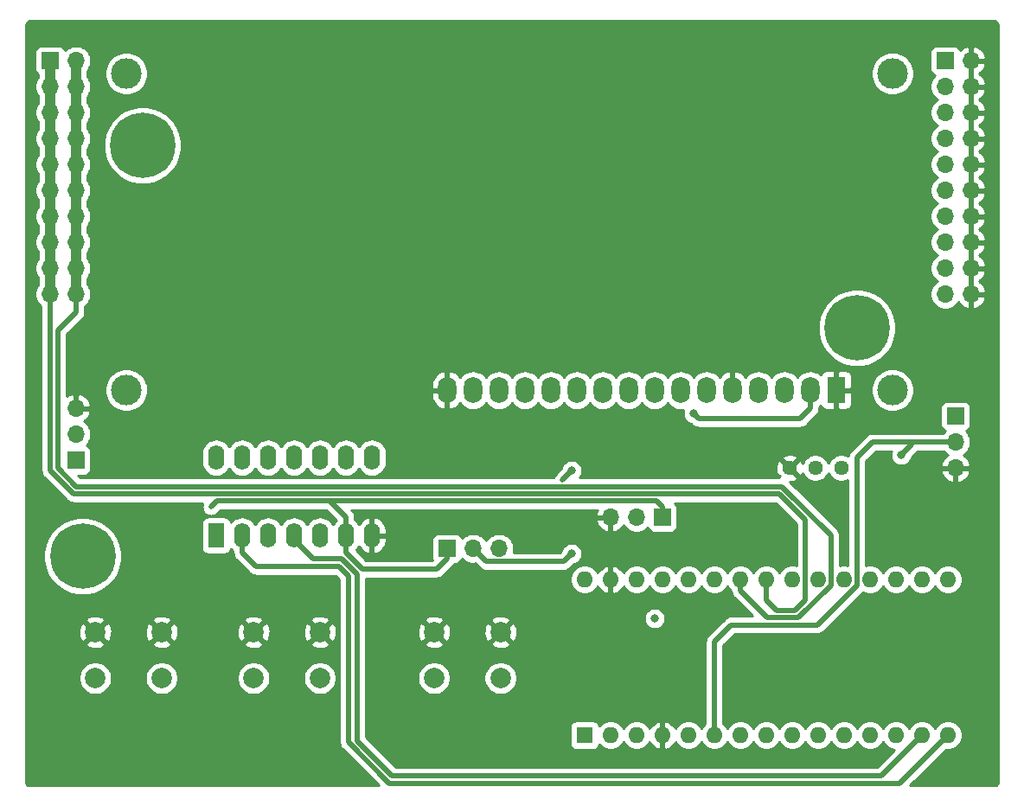
<source format=gbr>
%TF.GenerationSoftware,KiCad,Pcbnew,(5.1.6)-1*%
%TF.CreationDate,2020-10-03T16:08:42+08:00*%
%TF.ProjectId,odometer_project,6f646f6d-6574-4657-925f-70726f6a6563,rev?*%
%TF.SameCoordinates,Original*%
%TF.FileFunction,Copper,L2,Bot*%
%TF.FilePolarity,Positive*%
%FSLAX46Y46*%
G04 Gerber Fmt 4.6, Leading zero omitted, Abs format (unit mm)*
G04 Created by KiCad (PCBNEW (5.1.6)-1) date 2020-10-03 16:08:42*
%MOMM*%
%LPD*%
G01*
G04 APERTURE LIST*
%TA.AperFunction,ComponentPad*%
%ADD10C,0.800000*%
%TD*%
%TA.AperFunction,ComponentPad*%
%ADD11C,6.400000*%
%TD*%
%TA.AperFunction,ComponentPad*%
%ADD12C,1.440000*%
%TD*%
%TA.AperFunction,ComponentPad*%
%ADD13O,1.700000X1.700000*%
%TD*%
%TA.AperFunction,ComponentPad*%
%ADD14R,1.700000X1.700000*%
%TD*%
%TA.AperFunction,ComponentPad*%
%ADD15C,3.000000*%
%TD*%
%TA.AperFunction,ComponentPad*%
%ADD16O,1.800000X2.600000*%
%TD*%
%TA.AperFunction,ComponentPad*%
%ADD17R,1.800000X2.600000*%
%TD*%
%TA.AperFunction,ComponentPad*%
%ADD18C,2.000000*%
%TD*%
%TA.AperFunction,ComponentPad*%
%ADD19O,1.600000X2.400000*%
%TD*%
%TA.AperFunction,ComponentPad*%
%ADD20R,1.600000X2.400000*%
%TD*%
%TA.AperFunction,ComponentPad*%
%ADD21O,1.600000X1.600000*%
%TD*%
%TA.AperFunction,ComponentPad*%
%ADD22R,1.600000X1.600000*%
%TD*%
%TA.AperFunction,ViaPad*%
%ADD23C,0.800000*%
%TD*%
%TA.AperFunction,Conductor*%
%ADD24C,0.500000*%
%TD*%
%TA.AperFunction,Conductor*%
%ADD25C,1.000000*%
%TD*%
%TA.AperFunction,Conductor*%
%ADD26C,0.254000*%
%TD*%
G04 APERTURE END LIST*
D10*
%TO.P,REF\u002A\u002A,1*%
%TO.N,N/C*%
X264079056Y-110316944D03*
X262382000Y-109614000D03*
X260684944Y-110316944D03*
X259982000Y-112014000D03*
X260684944Y-113711056D03*
X262382000Y-114414000D03*
X264079056Y-113711056D03*
X264782000Y-112014000D03*
D11*
X262382000Y-112014000D03*
%TD*%
D10*
%TO.P,REF\u002A\u002A,1*%
%TO.N,N/C*%
X188273056Y-132668944D03*
X186576000Y-131966000D03*
X184878944Y-132668944D03*
X184176000Y-134366000D03*
X184878944Y-136063056D03*
X186576000Y-136766000D03*
X188273056Y-136063056D03*
X188976000Y-134366000D03*
D11*
X186576000Y-134366000D03*
%TD*%
D10*
%TO.P,REF\u002A\u002A,1*%
%TO.N,N/C*%
X194148112Y-92456000D03*
X192451056Y-91753056D03*
X190754000Y-92456000D03*
X190051056Y-94153056D03*
X190754000Y-95850112D03*
X192451056Y-96553056D03*
X194148112Y-95850112D03*
X194851056Y-94153056D03*
D11*
X192451056Y-94153056D03*
%TD*%
D12*
%TO.P,RV1,3*%
%TO.N,+5V*%
X260858000Y-125730000D03*
%TO.P,RV1,2*%
%TO.N,Net-(DS1-Pad3)*%
X258318000Y-125730000D03*
%TO.P,RV1,1*%
%TO.N,lcd_rw*%
X255778000Y-125730000D03*
%TD*%
D13*
%TO.P,JP2,3*%
%TO.N,hall2*%
X227330000Y-133604000D03*
%TO.P,JP2,2*%
%TO.N,Net-(A1-Pad5)*%
X224790000Y-133604000D03*
D14*
%TO.P,JP2,1*%
%TO.N,soft_reset*%
X222250000Y-133604000D03*
%TD*%
D13*
%TO.P,JP1,3*%
%TO.N,lcd_rw*%
X238252000Y-130556000D03*
%TO.P,JP1,2*%
%TO.N,Net-(A1-Pad12)*%
X240792000Y-130556000D03*
D14*
%TO.P,JP1,1*%
%TO.N,soft_reset*%
X243332000Y-130556000D03*
%TD*%
D13*
%TO.P,J1,3*%
%TO.N,lcd_rw*%
X185928000Y-119888000D03*
%TO.P,J1,2*%
%TO.N,hall2*%
X185928000Y-122428000D03*
D14*
%TO.P,J1,1*%
%TO.N,+5V*%
X185928000Y-124968000D03*
%TD*%
D15*
%TO.P,DS1,*%
%TO.N,*%
X190850000Y-118110000D03*
X190850520Y-87109300D03*
X265849100Y-87109300D03*
X265849100Y-118110000D03*
D16*
%TO.P,DS1,16*%
%TO.N,lcd_rw*%
X222250000Y-118110000D03*
%TO.P,DS1,15*%
%TO.N,Net-(DS1-Pad15)*%
X224790000Y-118110000D03*
%TO.P,DS1,14*%
%TO.N,lcd_bit4*%
X227330000Y-118110000D03*
%TO.P,DS1,13*%
%TO.N,lcd_bit3*%
X229870000Y-118110000D03*
%TO.P,DS1,12*%
%TO.N,lcd_bit2*%
X232410000Y-118110000D03*
%TO.P,DS1,11*%
%TO.N,lcd_bit1*%
X234950000Y-118110000D03*
%TO.P,DS1,10*%
%TO.N,N/C*%
X237490000Y-118110000D03*
%TO.P,DS1,9*%
X240030000Y-118110000D03*
%TO.P,DS1,8*%
X242570000Y-118110000D03*
%TO.P,DS1,7*%
X245110000Y-118110000D03*
%TO.P,DS1,6*%
%TO.N,lcd_enable*%
X247650000Y-118110000D03*
%TO.P,DS1,5*%
%TO.N,lcd_rw*%
X250190000Y-118110000D03*
%TO.P,DS1,4*%
%TO.N,lcd_rs*%
X252730000Y-118110000D03*
%TO.P,DS1,3*%
%TO.N,Net-(DS1-Pad3)*%
X255270000Y-118110000D03*
%TO.P,DS1,2*%
%TO.N,+5V*%
X257810000Y-118110000D03*
D17*
%TO.P,DS1,1*%
%TO.N,lcd_rw*%
X260350000Y-118110000D03*
%TD*%
D18*
%TO.P,SW2,1*%
%TO.N,Net-(R4-Pad2)*%
X203304000Y-146304000D03*
%TO.P,SW2,2*%
%TO.N,lcd_rw*%
X203304000Y-141804000D03*
%TO.P,SW2,1*%
%TO.N,Net-(R4-Pad2)*%
X209804000Y-146304000D03*
%TO.P,SW2,2*%
%TO.N,lcd_rw*%
X209804000Y-141804000D03*
%TD*%
D19*
%TO.P,U1,14*%
%TO.N,+5V*%
X199644000Y-124714000D03*
%TO.P,U1,7*%
%TO.N,lcd_rw*%
X214884000Y-132334000D03*
%TO.P,U1,13*%
%TO.N,N/C*%
X202184000Y-124714000D03*
%TO.P,U1,6*%
%TO.N,soft_reset*%
X212344000Y-132334000D03*
%TO.P,U1,12*%
%TO.N,N/C*%
X204724000Y-124714000D03*
%TO.P,U1,5*%
%TO.N,/sw3/vout*%
X209804000Y-132334000D03*
%TO.P,U1,11*%
%TO.N,N/C*%
X207264000Y-124714000D03*
%TO.P,U1,4*%
%TO.N,state_down*%
X207264000Y-132334000D03*
%TO.P,U1,10*%
%TO.N,N/C*%
X209804000Y-124714000D03*
%TO.P,U1,3*%
%TO.N,/sw2/vout*%
X204724000Y-132334000D03*
%TO.P,U1,9*%
%TO.N,N/C*%
X212344000Y-124714000D03*
%TO.P,U1,2*%
%TO.N,state_up*%
X202184000Y-132334000D03*
%TO.P,U1,8*%
%TO.N,N/C*%
X214884000Y-124714000D03*
D20*
%TO.P,U1,1*%
%TO.N,/vout*%
X199644000Y-132334000D03*
%TD*%
D13*
%TO.P,J4,20*%
%TO.N,lcd_rw*%
X273558000Y-108712000D03*
%TO.P,J4,19*%
%TO.N,+5V*%
X271018000Y-108712000D03*
%TO.P,J4,18*%
%TO.N,lcd_rw*%
X273558000Y-106172000D03*
%TO.P,J4,17*%
%TO.N,+5V*%
X271018000Y-106172000D03*
%TO.P,J4,16*%
%TO.N,lcd_rw*%
X273558000Y-103632000D03*
%TO.P,J4,15*%
%TO.N,+5V*%
X271018000Y-103632000D03*
%TO.P,J4,14*%
%TO.N,lcd_rw*%
X273558000Y-101092000D03*
%TO.P,J4,13*%
%TO.N,+5V*%
X271018000Y-101092000D03*
%TO.P,J4,12*%
%TO.N,lcd_rw*%
X273558000Y-98552000D03*
%TO.P,J4,11*%
%TO.N,+5V*%
X271018000Y-98552000D03*
%TO.P,J4,10*%
%TO.N,lcd_rw*%
X273558000Y-96012000D03*
%TO.P,J4,9*%
%TO.N,+5V*%
X271018000Y-96012000D03*
%TO.P,J4,8*%
%TO.N,lcd_rw*%
X273558000Y-93472000D03*
%TO.P,J4,7*%
%TO.N,+5V*%
X271018000Y-93472000D03*
%TO.P,J4,6*%
%TO.N,lcd_rw*%
X273558000Y-90932000D03*
%TO.P,J4,5*%
%TO.N,+5V*%
X271018000Y-90932000D03*
%TO.P,J4,4*%
%TO.N,lcd_rw*%
X273558000Y-88392000D03*
%TO.P,J4,3*%
%TO.N,+5V*%
X271018000Y-88392000D03*
%TO.P,J4,2*%
%TO.N,lcd_rw*%
X273558000Y-85852000D03*
D14*
%TO.P,J4,1*%
%TO.N,+5V*%
X271018000Y-85852000D03*
%TD*%
D13*
%TO.P,J3,20*%
%TO.N,SCL*%
X185928000Y-108712000D03*
%TO.P,J3,19*%
%TO.N,SDA*%
X183388000Y-108712000D03*
%TO.P,J3,18*%
%TO.N,SCL*%
X185928000Y-106172000D03*
%TO.P,J3,17*%
%TO.N,SDA*%
X183388000Y-106172000D03*
%TO.P,J3,16*%
%TO.N,SCL*%
X185928000Y-103632000D03*
%TO.P,J3,15*%
%TO.N,SDA*%
X183388000Y-103632000D03*
%TO.P,J3,14*%
%TO.N,SCL*%
X185928000Y-101092000D03*
%TO.P,J3,13*%
%TO.N,SDA*%
X183388000Y-101092000D03*
%TO.P,J3,12*%
%TO.N,SCL*%
X185928000Y-98552000D03*
%TO.P,J3,11*%
%TO.N,SDA*%
X183388000Y-98552000D03*
%TO.P,J3,10*%
%TO.N,SCL*%
X185928000Y-96012000D03*
%TO.P,J3,9*%
%TO.N,SDA*%
X183388000Y-96012000D03*
%TO.P,J3,8*%
%TO.N,SCL*%
X185928000Y-93472000D03*
%TO.P,J3,7*%
%TO.N,SDA*%
X183388000Y-93472000D03*
%TO.P,J3,6*%
%TO.N,SCL*%
X185928000Y-90932000D03*
%TO.P,J3,5*%
%TO.N,SDA*%
X183388000Y-90932000D03*
%TO.P,J3,4*%
%TO.N,SCL*%
X185928000Y-88392000D03*
%TO.P,J3,3*%
%TO.N,SDA*%
X183388000Y-88392000D03*
%TO.P,J3,2*%
%TO.N,SCL*%
X185928000Y-85852000D03*
D14*
%TO.P,J3,1*%
%TO.N,SDA*%
X183388000Y-85852000D03*
%TD*%
D13*
%TO.P,J2,3*%
%TO.N,lcd_rw*%
X272034000Y-125730000D03*
%TO.P,J2,2*%
%TO.N,hall1*%
X272034000Y-123190000D03*
D14*
%TO.P,J2,1*%
%TO.N,+5V*%
X272034000Y-120650000D03*
%TD*%
D21*
%TO.P,A1,16*%
%TO.N,N/C*%
X271272000Y-136652000D03*
%TO.P,A1,15*%
%TO.N,state_up*%
X271272000Y-151892000D03*
%TO.P,A1,30*%
%TO.N,N/C*%
X235712000Y-136652000D03*
%TO.P,A1,14*%
%TO.N,state_down*%
X268732000Y-151892000D03*
%TO.P,A1,29*%
%TO.N,lcd_rw*%
X238252000Y-136652000D03*
%TO.P,A1,13*%
%TO.N,lcd_enable*%
X266192000Y-151892000D03*
%TO.P,A1,28*%
%TO.N,N/C*%
X240792000Y-136652000D03*
%TO.P,A1,12*%
%TO.N,Net-(A1-Pad12)*%
X263652000Y-151892000D03*
%TO.P,A1,27*%
%TO.N,+5V*%
X243332000Y-136652000D03*
%TO.P,A1,11*%
%TO.N,lcd_rs*%
X261112000Y-151892000D03*
%TO.P,A1,26*%
%TO.N,N/C*%
X245872000Y-136652000D03*
%TO.P,A1,10*%
%TO.N,lcd_bit4*%
X258572000Y-151892000D03*
%TO.P,A1,25*%
%TO.N,N/C*%
X248412000Y-136652000D03*
%TO.P,A1,9*%
%TO.N,lcd_bit3*%
X256032000Y-151892000D03*
%TO.P,A1,24*%
%TO.N,SCL*%
X250952000Y-136652000D03*
%TO.P,A1,8*%
%TO.N,lcd_bit2*%
X253492000Y-151892000D03*
%TO.P,A1,23*%
%TO.N,SDA*%
X253492000Y-136652000D03*
%TO.P,A1,7*%
%TO.N,lcd_bit1*%
X250952000Y-151892000D03*
%TO.P,A1,22*%
%TO.N,N/C*%
X256032000Y-136652000D03*
%TO.P,A1,6*%
%TO.N,hall1*%
X248412000Y-151892000D03*
%TO.P,A1,21*%
%TO.N,N/C*%
X258572000Y-136652000D03*
%TO.P,A1,5*%
%TO.N,Net-(A1-Pad5)*%
X245872000Y-151892000D03*
%TO.P,A1,20*%
%TO.N,N/C*%
X261112000Y-136652000D03*
%TO.P,A1,4*%
%TO.N,lcd_rw*%
X243332000Y-151892000D03*
%TO.P,A1,19*%
%TO.N,N/C*%
X263652000Y-136652000D03*
%TO.P,A1,3*%
X240792000Y-151892000D03*
%TO.P,A1,18*%
X266192000Y-136652000D03*
%TO.P,A1,2*%
X238252000Y-151892000D03*
%TO.P,A1,17*%
X268732000Y-136652000D03*
D22*
%TO.P,A1,1*%
X235712000Y-151892000D03*
%TD*%
D18*
%TO.P,SW3,1*%
%TO.N,Net-(R6-Pad2)*%
X220980000Y-146304000D03*
%TO.P,SW3,2*%
%TO.N,lcd_rw*%
X220980000Y-141804000D03*
%TO.P,SW3,1*%
%TO.N,Net-(R6-Pad2)*%
X227480000Y-146304000D03*
%TO.P,SW3,2*%
%TO.N,lcd_rw*%
X227480000Y-141804000D03*
%TD*%
%TO.P,SW1,1*%
%TO.N,Net-(R1-Pad2)*%
X187810000Y-146304000D03*
%TO.P,SW1,2*%
%TO.N,lcd_rw*%
X187810000Y-141804000D03*
%TO.P,SW1,1*%
%TO.N,Net-(R1-Pad2)*%
X194310000Y-146304000D03*
%TO.P,SW1,2*%
%TO.N,lcd_rw*%
X194310000Y-141804000D03*
%TD*%
D23*
%TO.N,+5V*%
X242570000Y-140462000D03*
X246380000Y-120396000D03*
%TO.N,lcd_rw*%
X206774000Y-138684000D03*
X194328000Y-138938000D03*
X220490000Y-138938000D03*
X196850000Y-129549000D03*
X207527000Y-151882000D03*
X191779000Y-151892000D03*
X225319000Y-151638000D03*
X211328000Y-136652000D03*
X188976000Y-126238000D03*
X268986000Y-126492000D03*
%TO.N,hall1*%
X266700000Y-124460000D03*
%TO.N,Net-(A1-Pad5)*%
X234442000Y-125984000D03*
X234442000Y-134112000D03*
%TD*%
D24*
%TO.N,+5V*%
X257810000Y-119910000D02*
X256816000Y-120904000D01*
X257810000Y-118110000D02*
X257810000Y-119910000D01*
X256816000Y-120904000D02*
X246888000Y-120904000D01*
X246888000Y-120904000D02*
X246380000Y-120396000D01*
%TO.N,SCL*%
X185928000Y-110490000D02*
X185928000Y-108712000D01*
X184150000Y-112268000D02*
X185928000Y-110490000D01*
X184150000Y-125756038D02*
X184150000Y-112268000D01*
X185963952Y-127569990D02*
X184150000Y-125756038D01*
X255051953Y-127569990D02*
X185963952Y-127569990D01*
X250952000Y-137783370D02*
X253568640Y-140400010D01*
X250952000Y-136652000D02*
X250952000Y-137783370D01*
X253568640Y-140400010D02*
X256673992Y-140400010D01*
X256673992Y-140400010D02*
X259822001Y-137252001D01*
X259822001Y-137252001D02*
X259822001Y-132340038D01*
X259822001Y-132340038D02*
X255051953Y-127569990D01*
D25*
X185928000Y-85852000D02*
X185928000Y-108712000D01*
D24*
%TO.N,SDA*%
X183388000Y-125984000D02*
X183388000Y-112040037D01*
X253492000Y-138684000D02*
X254508000Y-139700000D01*
X253492000Y-136652000D02*
X253492000Y-138684000D01*
X254508000Y-139700000D02*
X256286000Y-139700000D01*
X254762000Y-128270000D02*
X185674000Y-128270000D01*
X256286000Y-139700000D02*
X257321999Y-138664001D01*
X257321999Y-138664001D02*
X257321999Y-130829999D01*
X183388000Y-112040037D02*
X183388000Y-108712000D01*
X185674000Y-128270000D02*
X183388000Y-125984000D01*
X257321999Y-130829999D02*
X254762000Y-128270000D01*
D25*
X183388000Y-108712000D02*
X183388000Y-85852000D01*
D24*
%TO.N,state_up*%
X203532000Y-135382000D02*
X211712076Y-135382000D01*
X202184000Y-132334000D02*
X202184000Y-134034000D01*
X202184000Y-134034000D02*
X203532000Y-135382000D01*
X211712076Y-135382000D02*
X212598000Y-136267924D01*
X270472001Y-152691999D02*
X271272000Y-151892000D01*
X266569980Y-156594020D02*
X270472001Y-152691999D01*
X216590094Y-156594020D02*
X266569980Y-156594020D01*
X212598000Y-152601926D02*
X216590094Y-156594020D01*
X212598000Y-136267924D02*
X212598000Y-152601926D01*
%TO.N,state_down*%
X207264000Y-132734000D02*
X207264000Y-132334000D01*
X209150000Y-134620000D02*
X207264000Y-132734000D01*
X268732000Y-151892000D02*
X264729990Y-155894010D01*
X264729990Y-155894010D02*
X216880047Y-155894010D01*
X216880047Y-155894010D02*
X213421990Y-152435953D01*
X213421990Y-152435953D02*
X213421990Y-136101952D01*
X213421990Y-136101952D02*
X211940038Y-134620000D01*
X211940038Y-134620000D02*
X209150000Y-134620000D01*
%TO.N,soft_reset*%
X212344000Y-130556000D02*
X212344000Y-132334000D01*
X210758010Y-128970010D02*
X212344000Y-130556000D01*
X199959990Y-128970010D02*
X210758010Y-128970010D01*
X199705990Y-128970010D02*
X199136000Y-129540000D01*
X199959990Y-128970010D02*
X199705990Y-128970010D01*
X243332000Y-129540000D02*
X243332000Y-130556000D01*
X210758010Y-128970010D02*
X242762010Y-128970010D01*
X242762010Y-128970010D02*
X243332000Y-129540000D01*
X212344000Y-134034000D02*
X213946000Y-135636000D01*
X212344000Y-132334000D02*
X212344000Y-134034000D01*
X213946000Y-135636000D02*
X221234000Y-135636000D01*
X222250000Y-134620000D02*
X222250000Y-133604000D01*
X221234000Y-135636000D02*
X222250000Y-134620000D01*
%TO.N,hall1*%
X248412000Y-151892000D02*
X248412000Y-142748000D01*
X262362001Y-137252001D02*
X262362001Y-135108001D01*
X258513982Y-141100020D02*
X262362001Y-137252001D01*
X248412000Y-142748000D02*
X250059980Y-141100020D01*
X250059980Y-141100020D02*
X258513982Y-141100020D01*
X262362001Y-135108001D02*
X262382000Y-135088002D01*
X262382000Y-135088002D02*
X262382000Y-124714000D01*
X262382000Y-124714000D02*
X263906000Y-123190000D01*
X271018000Y-123190000D02*
X272034000Y-123190000D01*
X267716000Y-123444000D02*
X267716000Y-123190000D01*
X266700000Y-124460000D02*
X267716000Y-123444000D01*
X263906000Y-123190000D02*
X267716000Y-123190000D01*
X267716000Y-123190000D02*
X271018000Y-123190000D01*
%TO.N,Net-(A1-Pad5)*%
X233556020Y-126869980D02*
X234442000Y-125984000D01*
X233649999Y-134904001D02*
X234442000Y-134112000D01*
X224790000Y-133604000D02*
X226090001Y-134904001D01*
X226090001Y-134904001D02*
X233649999Y-134904001D01*
%TD*%
D26*
%TO.N,lcd_rw*%
G36*
X275707869Y-81954722D02*
G01*
X275821246Y-81988953D01*
X275925819Y-82044555D01*
X276017596Y-82119407D01*
X276093091Y-82210664D01*
X276149419Y-82314844D01*
X276184440Y-82427976D01*
X276200001Y-82576031D01*
X276200000Y-156431719D01*
X276190115Y-156532531D01*
X276170211Y-156598458D01*
X276137885Y-156659255D01*
X276094362Y-156712618D01*
X276041300Y-156756515D01*
X275980727Y-156789266D01*
X275914947Y-156809628D01*
X275816269Y-156820000D01*
X267595578Y-156820000D01*
X271095562Y-153320017D01*
X271130665Y-153327000D01*
X271413335Y-153327000D01*
X271690574Y-153271853D01*
X271951727Y-153163680D01*
X272186759Y-153006637D01*
X272386637Y-152806759D01*
X272543680Y-152571727D01*
X272651853Y-152310574D01*
X272707000Y-152033335D01*
X272707000Y-151750665D01*
X272651853Y-151473426D01*
X272543680Y-151212273D01*
X272386637Y-150977241D01*
X272186759Y-150777363D01*
X271951727Y-150620320D01*
X271690574Y-150512147D01*
X271413335Y-150457000D01*
X271130665Y-150457000D01*
X270853426Y-150512147D01*
X270592273Y-150620320D01*
X270357241Y-150777363D01*
X270157363Y-150977241D01*
X270002000Y-151209759D01*
X269846637Y-150977241D01*
X269646759Y-150777363D01*
X269411727Y-150620320D01*
X269150574Y-150512147D01*
X268873335Y-150457000D01*
X268590665Y-150457000D01*
X268313426Y-150512147D01*
X268052273Y-150620320D01*
X267817241Y-150777363D01*
X267617363Y-150977241D01*
X267462000Y-151209759D01*
X267306637Y-150977241D01*
X267106759Y-150777363D01*
X266871727Y-150620320D01*
X266610574Y-150512147D01*
X266333335Y-150457000D01*
X266050665Y-150457000D01*
X265773426Y-150512147D01*
X265512273Y-150620320D01*
X265277241Y-150777363D01*
X265077363Y-150977241D01*
X264922000Y-151209759D01*
X264766637Y-150977241D01*
X264566759Y-150777363D01*
X264331727Y-150620320D01*
X264070574Y-150512147D01*
X263793335Y-150457000D01*
X263510665Y-150457000D01*
X263233426Y-150512147D01*
X262972273Y-150620320D01*
X262737241Y-150777363D01*
X262537363Y-150977241D01*
X262382000Y-151209759D01*
X262226637Y-150977241D01*
X262026759Y-150777363D01*
X261791727Y-150620320D01*
X261530574Y-150512147D01*
X261253335Y-150457000D01*
X260970665Y-150457000D01*
X260693426Y-150512147D01*
X260432273Y-150620320D01*
X260197241Y-150777363D01*
X259997363Y-150977241D01*
X259842000Y-151209759D01*
X259686637Y-150977241D01*
X259486759Y-150777363D01*
X259251727Y-150620320D01*
X258990574Y-150512147D01*
X258713335Y-150457000D01*
X258430665Y-150457000D01*
X258153426Y-150512147D01*
X257892273Y-150620320D01*
X257657241Y-150777363D01*
X257457363Y-150977241D01*
X257302000Y-151209759D01*
X257146637Y-150977241D01*
X256946759Y-150777363D01*
X256711727Y-150620320D01*
X256450574Y-150512147D01*
X256173335Y-150457000D01*
X255890665Y-150457000D01*
X255613426Y-150512147D01*
X255352273Y-150620320D01*
X255117241Y-150777363D01*
X254917363Y-150977241D01*
X254762000Y-151209759D01*
X254606637Y-150977241D01*
X254406759Y-150777363D01*
X254171727Y-150620320D01*
X253910574Y-150512147D01*
X253633335Y-150457000D01*
X253350665Y-150457000D01*
X253073426Y-150512147D01*
X252812273Y-150620320D01*
X252577241Y-150777363D01*
X252377363Y-150977241D01*
X252222000Y-151209759D01*
X252066637Y-150977241D01*
X251866759Y-150777363D01*
X251631727Y-150620320D01*
X251370574Y-150512147D01*
X251093335Y-150457000D01*
X250810665Y-150457000D01*
X250533426Y-150512147D01*
X250272273Y-150620320D01*
X250037241Y-150777363D01*
X249837363Y-150977241D01*
X249682000Y-151209759D01*
X249526637Y-150977241D01*
X249326759Y-150777363D01*
X249297000Y-150757479D01*
X249297000Y-143114578D01*
X250426559Y-141985020D01*
X258470513Y-141985020D01*
X258513982Y-141989301D01*
X258557451Y-141985020D01*
X258557459Y-141985020D01*
X258687472Y-141972215D01*
X258854295Y-141921609D01*
X259008041Y-141839431D01*
X259142799Y-141728837D01*
X259170516Y-141695064D01*
X262954066Y-137911515D01*
X262972273Y-137923680D01*
X263233426Y-138031853D01*
X263510665Y-138087000D01*
X263793335Y-138087000D01*
X264070574Y-138031853D01*
X264331727Y-137923680D01*
X264566759Y-137766637D01*
X264766637Y-137566759D01*
X264922000Y-137334241D01*
X265077363Y-137566759D01*
X265277241Y-137766637D01*
X265512273Y-137923680D01*
X265773426Y-138031853D01*
X266050665Y-138087000D01*
X266333335Y-138087000D01*
X266610574Y-138031853D01*
X266871727Y-137923680D01*
X267106759Y-137766637D01*
X267306637Y-137566759D01*
X267462000Y-137334241D01*
X267617363Y-137566759D01*
X267817241Y-137766637D01*
X268052273Y-137923680D01*
X268313426Y-138031853D01*
X268590665Y-138087000D01*
X268873335Y-138087000D01*
X269150574Y-138031853D01*
X269411727Y-137923680D01*
X269646759Y-137766637D01*
X269846637Y-137566759D01*
X270002000Y-137334241D01*
X270157363Y-137566759D01*
X270357241Y-137766637D01*
X270592273Y-137923680D01*
X270853426Y-138031853D01*
X271130665Y-138087000D01*
X271413335Y-138087000D01*
X271690574Y-138031853D01*
X271951727Y-137923680D01*
X272186759Y-137766637D01*
X272386637Y-137566759D01*
X272543680Y-137331727D01*
X272651853Y-137070574D01*
X272707000Y-136793335D01*
X272707000Y-136510665D01*
X272651853Y-136233426D01*
X272543680Y-135972273D01*
X272386637Y-135737241D01*
X272186759Y-135537363D01*
X271951727Y-135380320D01*
X271690574Y-135272147D01*
X271413335Y-135217000D01*
X271130665Y-135217000D01*
X270853426Y-135272147D01*
X270592273Y-135380320D01*
X270357241Y-135537363D01*
X270157363Y-135737241D01*
X270002000Y-135969759D01*
X269846637Y-135737241D01*
X269646759Y-135537363D01*
X269411727Y-135380320D01*
X269150574Y-135272147D01*
X268873335Y-135217000D01*
X268590665Y-135217000D01*
X268313426Y-135272147D01*
X268052273Y-135380320D01*
X267817241Y-135537363D01*
X267617363Y-135737241D01*
X267462000Y-135969759D01*
X267306637Y-135737241D01*
X267106759Y-135537363D01*
X266871727Y-135380320D01*
X266610574Y-135272147D01*
X266333335Y-135217000D01*
X266050665Y-135217000D01*
X265773426Y-135272147D01*
X265512273Y-135380320D01*
X265277241Y-135537363D01*
X265077363Y-135737241D01*
X264922000Y-135969759D01*
X264766637Y-135737241D01*
X264566759Y-135537363D01*
X264331727Y-135380320D01*
X264070574Y-135272147D01*
X263793335Y-135217000D01*
X263510665Y-135217000D01*
X263252089Y-135268435D01*
X263254195Y-135261492D01*
X263267000Y-135131479D01*
X263267000Y-135131471D01*
X263271281Y-135088002D01*
X263267000Y-135044533D01*
X263267000Y-126086890D01*
X270592524Y-126086890D01*
X270637175Y-126234099D01*
X270762359Y-126496920D01*
X270936412Y-126730269D01*
X271152645Y-126925178D01*
X271402748Y-127074157D01*
X271677109Y-127171481D01*
X271907000Y-127050814D01*
X271907000Y-125857000D01*
X272161000Y-125857000D01*
X272161000Y-127050814D01*
X272390891Y-127171481D01*
X272665252Y-127074157D01*
X272915355Y-126925178D01*
X273131588Y-126730269D01*
X273305641Y-126496920D01*
X273430825Y-126234099D01*
X273475476Y-126086890D01*
X273354155Y-125857000D01*
X272161000Y-125857000D01*
X271907000Y-125857000D01*
X270713845Y-125857000D01*
X270592524Y-126086890D01*
X263267000Y-126086890D01*
X263267000Y-125080578D01*
X264272579Y-124075000D01*
X265739196Y-124075000D01*
X265704774Y-124158102D01*
X265665000Y-124358061D01*
X265665000Y-124561939D01*
X265704774Y-124761898D01*
X265782795Y-124950256D01*
X265896063Y-125119774D01*
X266040226Y-125263937D01*
X266209744Y-125377205D01*
X266398102Y-125455226D01*
X266598061Y-125495000D01*
X266801939Y-125495000D01*
X267001898Y-125455226D01*
X267190256Y-125377205D01*
X267359774Y-125263937D01*
X267503937Y-125119774D01*
X267617205Y-124950256D01*
X267695226Y-124761898D01*
X267706535Y-124705043D01*
X268311050Y-124100529D01*
X268342157Y-124075000D01*
X270839344Y-124075000D01*
X270880525Y-124136632D01*
X271087368Y-124343475D01*
X271269534Y-124465195D01*
X271152645Y-124534822D01*
X270936412Y-124729731D01*
X270762359Y-124963080D01*
X270637175Y-125225901D01*
X270592524Y-125373110D01*
X270713845Y-125603000D01*
X271907000Y-125603000D01*
X271907000Y-125583000D01*
X272161000Y-125583000D01*
X272161000Y-125603000D01*
X273354155Y-125603000D01*
X273475476Y-125373110D01*
X273430825Y-125225901D01*
X273305641Y-124963080D01*
X273131588Y-124729731D01*
X272915355Y-124534822D01*
X272798466Y-124465195D01*
X272980632Y-124343475D01*
X273187475Y-124136632D01*
X273349990Y-123893411D01*
X273461932Y-123623158D01*
X273519000Y-123336260D01*
X273519000Y-123043740D01*
X273461932Y-122756842D01*
X273349990Y-122486589D01*
X273187475Y-122243368D01*
X273055620Y-122111513D01*
X273128180Y-122089502D01*
X273238494Y-122030537D01*
X273335185Y-121951185D01*
X273414537Y-121854494D01*
X273473502Y-121744180D01*
X273509812Y-121624482D01*
X273522072Y-121500000D01*
X273522072Y-119800000D01*
X273509812Y-119675518D01*
X273473502Y-119555820D01*
X273414537Y-119445506D01*
X273335185Y-119348815D01*
X273238494Y-119269463D01*
X273128180Y-119210498D01*
X273008482Y-119174188D01*
X272884000Y-119161928D01*
X271184000Y-119161928D01*
X271059518Y-119174188D01*
X270939820Y-119210498D01*
X270829506Y-119269463D01*
X270732815Y-119348815D01*
X270653463Y-119445506D01*
X270594498Y-119555820D01*
X270558188Y-119675518D01*
X270545928Y-119800000D01*
X270545928Y-121500000D01*
X270558188Y-121624482D01*
X270594498Y-121744180D01*
X270653463Y-121854494D01*
X270732815Y-121951185D01*
X270829506Y-122030537D01*
X270939820Y-122089502D01*
X271012380Y-122111513D01*
X270880525Y-122243368D01*
X270839344Y-122305000D01*
X267759477Y-122305000D01*
X267716000Y-122300718D01*
X267672524Y-122305000D01*
X263949465Y-122305000D01*
X263905999Y-122300719D01*
X263862533Y-122305000D01*
X263862523Y-122305000D01*
X263732510Y-122317805D01*
X263565687Y-122368411D01*
X263411941Y-122450589D01*
X263411939Y-122450590D01*
X263411940Y-122450590D01*
X263310953Y-122533468D01*
X263310951Y-122533470D01*
X263277183Y-122561183D01*
X263249470Y-122594951D01*
X261786951Y-124057471D01*
X261753184Y-124085183D01*
X261725471Y-124118951D01*
X261725468Y-124118954D01*
X261642590Y-124219941D01*
X261560412Y-124373687D01*
X261510973Y-124536659D01*
X261499833Y-124529215D01*
X261253239Y-124427072D01*
X260991456Y-124375000D01*
X260724544Y-124375000D01*
X260462761Y-124427072D01*
X260216167Y-124529215D01*
X259994238Y-124677503D01*
X259805503Y-124866238D01*
X259657215Y-125088167D01*
X259588000Y-125255266D01*
X259518785Y-125088167D01*
X259370497Y-124866238D01*
X259181762Y-124677503D01*
X258959833Y-124529215D01*
X258713239Y-124427072D01*
X258451456Y-124375000D01*
X258184544Y-124375000D01*
X257922761Y-124427072D01*
X257676167Y-124529215D01*
X257454238Y-124677503D01*
X257265503Y-124866238D01*
X257117215Y-125088167D01*
X257047562Y-125256324D01*
X257005875Y-125141647D01*
X256949368Y-125035932D01*
X256713560Y-124974045D01*
X255957605Y-125730000D01*
X256713560Y-126485955D01*
X256949368Y-126424068D01*
X257049764Y-126208993D01*
X257117215Y-126371833D01*
X257265503Y-126593762D01*
X257454238Y-126782497D01*
X257676167Y-126930785D01*
X257922761Y-127032928D01*
X258184544Y-127085000D01*
X258451456Y-127085000D01*
X258713239Y-127032928D01*
X258959833Y-126930785D01*
X259181762Y-126782497D01*
X259370497Y-126593762D01*
X259518785Y-126371833D01*
X259588000Y-126204734D01*
X259657215Y-126371833D01*
X259805503Y-126593762D01*
X259994238Y-126782497D01*
X260216167Y-126930785D01*
X260462761Y-127032928D01*
X260724544Y-127085000D01*
X260991456Y-127085000D01*
X261253239Y-127032928D01*
X261497001Y-126931958D01*
X261497000Y-134910796D01*
X261489806Y-134934511D01*
X261472720Y-135108001D01*
X261477002Y-135151480D01*
X261477002Y-135261491D01*
X261253335Y-135217000D01*
X260970665Y-135217000D01*
X260707001Y-135269447D01*
X260707001Y-132383507D01*
X260711282Y-132340038D01*
X260707001Y-132296569D01*
X260707001Y-132296561D01*
X260694196Y-132166548D01*
X260692364Y-132160510D01*
X260643590Y-131999724D01*
X260561412Y-131845979D01*
X260478533Y-131744991D01*
X260478531Y-131744989D01*
X260450818Y-131711221D01*
X260417050Y-131683508D01*
X255821785Y-127088244D01*
X255851680Y-127089561D01*
X256115501Y-127049063D01*
X256366353Y-126957875D01*
X256472068Y-126901368D01*
X256533955Y-126665560D01*
X255778000Y-125909605D01*
X255763858Y-125923748D01*
X255584253Y-125744143D01*
X255598395Y-125730000D01*
X254842440Y-124974045D01*
X254606632Y-125035932D01*
X254493734Y-125277790D01*
X254430189Y-125537027D01*
X254418439Y-125803680D01*
X254458937Y-126067501D01*
X254550125Y-126318353D01*
X254606632Y-126424068D01*
X254842438Y-126485954D01*
X254725865Y-126602527D01*
X254808328Y-126684990D01*
X235204721Y-126684990D01*
X235245937Y-126643774D01*
X235359205Y-126474256D01*
X235437226Y-126285898D01*
X235477000Y-126085939D01*
X235477000Y-125882061D01*
X235437226Y-125682102D01*
X235359205Y-125493744D01*
X235245937Y-125324226D01*
X235101774Y-125180063D01*
X234932256Y-125066795D01*
X234743898Y-124988774D01*
X234543939Y-124949000D01*
X234340061Y-124949000D01*
X234140102Y-124988774D01*
X233951744Y-125066795D01*
X233782226Y-125180063D01*
X233638063Y-125324226D01*
X233524795Y-125493744D01*
X233446774Y-125682102D01*
X233435465Y-125738956D01*
X232899488Y-126274934D01*
X232816610Y-126375921D01*
X232734432Y-126529667D01*
X232687314Y-126684990D01*
X186330531Y-126684990D01*
X186101613Y-126456072D01*
X186778000Y-126456072D01*
X186902482Y-126443812D01*
X187022180Y-126407502D01*
X187132494Y-126348537D01*
X187229185Y-126269185D01*
X187308537Y-126172494D01*
X187367502Y-126062180D01*
X187403812Y-125942482D01*
X187416072Y-125818000D01*
X187416072Y-124243509D01*
X198209000Y-124243509D01*
X198209000Y-125184492D01*
X198229764Y-125395309D01*
X198311818Y-125665808D01*
X198445068Y-125915101D01*
X198624393Y-126133608D01*
X198842900Y-126312932D01*
X199092193Y-126446182D01*
X199362692Y-126528236D01*
X199644000Y-126555943D01*
X199925309Y-126528236D01*
X200195808Y-126446182D01*
X200445101Y-126312932D01*
X200663608Y-126133608D01*
X200842932Y-125915101D01*
X200914000Y-125782142D01*
X200985068Y-125915101D01*
X201164393Y-126133608D01*
X201382900Y-126312932D01*
X201632193Y-126446182D01*
X201902692Y-126528236D01*
X202184000Y-126555943D01*
X202465309Y-126528236D01*
X202735808Y-126446182D01*
X202985101Y-126312932D01*
X203203608Y-126133608D01*
X203382932Y-125915101D01*
X203454000Y-125782142D01*
X203525068Y-125915101D01*
X203704393Y-126133608D01*
X203922900Y-126312932D01*
X204172193Y-126446182D01*
X204442692Y-126528236D01*
X204724000Y-126555943D01*
X205005309Y-126528236D01*
X205275808Y-126446182D01*
X205525101Y-126312932D01*
X205743608Y-126133608D01*
X205922932Y-125915101D01*
X205994000Y-125782142D01*
X206065068Y-125915101D01*
X206244393Y-126133608D01*
X206462900Y-126312932D01*
X206712193Y-126446182D01*
X206982692Y-126528236D01*
X207264000Y-126555943D01*
X207545309Y-126528236D01*
X207815808Y-126446182D01*
X208065101Y-126312932D01*
X208283608Y-126133608D01*
X208462932Y-125915101D01*
X208534000Y-125782142D01*
X208605068Y-125915101D01*
X208784393Y-126133608D01*
X209002900Y-126312932D01*
X209252193Y-126446182D01*
X209522692Y-126528236D01*
X209804000Y-126555943D01*
X210085309Y-126528236D01*
X210355808Y-126446182D01*
X210605101Y-126312932D01*
X210823608Y-126133608D01*
X211002932Y-125915101D01*
X211074000Y-125782142D01*
X211145068Y-125915101D01*
X211324393Y-126133608D01*
X211542900Y-126312932D01*
X211792193Y-126446182D01*
X212062692Y-126528236D01*
X212344000Y-126555943D01*
X212625309Y-126528236D01*
X212895808Y-126446182D01*
X213145101Y-126312932D01*
X213363608Y-126133608D01*
X213542932Y-125915101D01*
X213614000Y-125782142D01*
X213685068Y-125915101D01*
X213864393Y-126133608D01*
X214082900Y-126312932D01*
X214332193Y-126446182D01*
X214602692Y-126528236D01*
X214884000Y-126555943D01*
X215165309Y-126528236D01*
X215435808Y-126446182D01*
X215685101Y-126312932D01*
X215903608Y-126133608D01*
X216082932Y-125915101D01*
X216216182Y-125665808D01*
X216298236Y-125395309D01*
X216319000Y-125184491D01*
X216319000Y-124794440D01*
X255022045Y-124794440D01*
X255778000Y-125550395D01*
X256533955Y-124794440D01*
X256472068Y-124558632D01*
X256230210Y-124445734D01*
X255970973Y-124382189D01*
X255704320Y-124370439D01*
X255440499Y-124410937D01*
X255189647Y-124502125D01*
X255083932Y-124558632D01*
X255022045Y-124794440D01*
X216319000Y-124794440D01*
X216319000Y-124243508D01*
X216298236Y-124032691D01*
X216216182Y-123762192D01*
X216082932Y-123512899D01*
X215903607Y-123294392D01*
X215685100Y-123115068D01*
X215435807Y-122981818D01*
X215165308Y-122899764D01*
X214884000Y-122872057D01*
X214602691Y-122899764D01*
X214332192Y-122981818D01*
X214082899Y-123115068D01*
X213864392Y-123294393D01*
X213685068Y-123512900D01*
X213614000Y-123645858D01*
X213542932Y-123512899D01*
X213363607Y-123294392D01*
X213145100Y-123115068D01*
X212895807Y-122981818D01*
X212625308Y-122899764D01*
X212344000Y-122872057D01*
X212062691Y-122899764D01*
X211792192Y-122981818D01*
X211542899Y-123115068D01*
X211324392Y-123294393D01*
X211145068Y-123512900D01*
X211074000Y-123645858D01*
X211002932Y-123512899D01*
X210823607Y-123294392D01*
X210605100Y-123115068D01*
X210355807Y-122981818D01*
X210085308Y-122899764D01*
X209804000Y-122872057D01*
X209522691Y-122899764D01*
X209252192Y-122981818D01*
X209002899Y-123115068D01*
X208784392Y-123294393D01*
X208605068Y-123512900D01*
X208534000Y-123645858D01*
X208462932Y-123512899D01*
X208283607Y-123294392D01*
X208065100Y-123115068D01*
X207815807Y-122981818D01*
X207545308Y-122899764D01*
X207264000Y-122872057D01*
X206982691Y-122899764D01*
X206712192Y-122981818D01*
X206462899Y-123115068D01*
X206244392Y-123294393D01*
X206065068Y-123512900D01*
X205994000Y-123645858D01*
X205922932Y-123512899D01*
X205743607Y-123294392D01*
X205525100Y-123115068D01*
X205275807Y-122981818D01*
X205005308Y-122899764D01*
X204724000Y-122872057D01*
X204442691Y-122899764D01*
X204172192Y-122981818D01*
X203922899Y-123115068D01*
X203704392Y-123294393D01*
X203525068Y-123512900D01*
X203454000Y-123645858D01*
X203382932Y-123512899D01*
X203203607Y-123294392D01*
X202985100Y-123115068D01*
X202735807Y-122981818D01*
X202465308Y-122899764D01*
X202184000Y-122872057D01*
X201902691Y-122899764D01*
X201632192Y-122981818D01*
X201382899Y-123115068D01*
X201164392Y-123294393D01*
X200985068Y-123512900D01*
X200914000Y-123645858D01*
X200842932Y-123512899D01*
X200663607Y-123294392D01*
X200445100Y-123115068D01*
X200195807Y-122981818D01*
X199925308Y-122899764D01*
X199644000Y-122872057D01*
X199362691Y-122899764D01*
X199092192Y-122981818D01*
X198842899Y-123115068D01*
X198624392Y-123294393D01*
X198445068Y-123512900D01*
X198311818Y-123762193D01*
X198229764Y-124032692D01*
X198209000Y-124243509D01*
X187416072Y-124243509D01*
X187416072Y-124118000D01*
X187403812Y-123993518D01*
X187367502Y-123873820D01*
X187308537Y-123763506D01*
X187229185Y-123666815D01*
X187132494Y-123587463D01*
X187022180Y-123528498D01*
X186949620Y-123506487D01*
X187081475Y-123374632D01*
X187243990Y-123131411D01*
X187355932Y-122861158D01*
X187413000Y-122574260D01*
X187413000Y-122281740D01*
X187355932Y-121994842D01*
X187243990Y-121724589D01*
X187081475Y-121481368D01*
X186874632Y-121274525D01*
X186692466Y-121152805D01*
X186809355Y-121083178D01*
X187025588Y-120888269D01*
X187199641Y-120654920D01*
X187324825Y-120392099D01*
X187369476Y-120244890D01*
X187248155Y-120015000D01*
X186055000Y-120015000D01*
X186055000Y-120035000D01*
X185801000Y-120035000D01*
X185801000Y-120015000D01*
X185781000Y-120015000D01*
X185781000Y-119761000D01*
X185801000Y-119761000D01*
X185801000Y-118567186D01*
X186055000Y-118567186D01*
X186055000Y-119761000D01*
X187248155Y-119761000D01*
X187369476Y-119531110D01*
X187324825Y-119383901D01*
X187199641Y-119121080D01*
X187025588Y-118887731D01*
X186809355Y-118692822D01*
X186559252Y-118543843D01*
X186284891Y-118446519D01*
X186055000Y-118567186D01*
X185801000Y-118567186D01*
X185571109Y-118446519D01*
X185296748Y-118543843D01*
X185046645Y-118692822D01*
X185035000Y-118703319D01*
X185035000Y-117899721D01*
X188715000Y-117899721D01*
X188715000Y-118320279D01*
X188797047Y-118732756D01*
X188957988Y-119121302D01*
X189191637Y-119470983D01*
X189489017Y-119768363D01*
X189838698Y-120002012D01*
X190227244Y-120162953D01*
X190639721Y-120245000D01*
X191060279Y-120245000D01*
X191472756Y-120162953D01*
X191861302Y-120002012D01*
X192210983Y-119768363D01*
X192508363Y-119470983D01*
X192742012Y-119121302D01*
X192902953Y-118732756D01*
X192985000Y-118320279D01*
X192985000Y-118237000D01*
X220715000Y-118237000D01*
X220715000Y-118637000D01*
X220769271Y-118934023D01*
X220880446Y-119214751D01*
X221044252Y-119468396D01*
X221254394Y-119685210D01*
X221502796Y-119856862D01*
X221779913Y-119976755D01*
X221885260Y-120001036D01*
X222123000Y-119880378D01*
X222123000Y-118237000D01*
X220715000Y-118237000D01*
X192985000Y-118237000D01*
X192985000Y-117899721D01*
X192922001Y-117583000D01*
X220715000Y-117583000D01*
X220715000Y-117983000D01*
X222123000Y-117983000D01*
X222123000Y-116339622D01*
X222377000Y-116339622D01*
X222377000Y-117983000D01*
X222397000Y-117983000D01*
X222397000Y-118237000D01*
X222377000Y-118237000D01*
X222377000Y-119880378D01*
X222614740Y-120001036D01*
X222720087Y-119976755D01*
X222997204Y-119856862D01*
X223245606Y-119685210D01*
X223455748Y-119468396D01*
X223515219Y-119376308D01*
X223699339Y-119600661D01*
X223933073Y-119792481D01*
X224199739Y-119935017D01*
X224489087Y-120022790D01*
X224790000Y-120052427D01*
X225090912Y-120022790D01*
X225380260Y-119935017D01*
X225646926Y-119792481D01*
X225880661Y-119600661D01*
X226060000Y-119382135D01*
X226239339Y-119600661D01*
X226473073Y-119792481D01*
X226739739Y-119935017D01*
X227029087Y-120022790D01*
X227330000Y-120052427D01*
X227630912Y-120022790D01*
X227920260Y-119935017D01*
X228186926Y-119792481D01*
X228420661Y-119600661D01*
X228600000Y-119382135D01*
X228779339Y-119600661D01*
X229013073Y-119792481D01*
X229279739Y-119935017D01*
X229569087Y-120022790D01*
X229870000Y-120052427D01*
X230170912Y-120022790D01*
X230460260Y-119935017D01*
X230726926Y-119792481D01*
X230960661Y-119600661D01*
X231140000Y-119382135D01*
X231319339Y-119600661D01*
X231553073Y-119792481D01*
X231819739Y-119935017D01*
X232109087Y-120022790D01*
X232410000Y-120052427D01*
X232710912Y-120022790D01*
X233000260Y-119935017D01*
X233266926Y-119792481D01*
X233500661Y-119600661D01*
X233680000Y-119382135D01*
X233859339Y-119600661D01*
X234093073Y-119792481D01*
X234359739Y-119935017D01*
X234649087Y-120022790D01*
X234950000Y-120052427D01*
X235250912Y-120022790D01*
X235540260Y-119935017D01*
X235806926Y-119792481D01*
X236040661Y-119600661D01*
X236220000Y-119382135D01*
X236399339Y-119600661D01*
X236633073Y-119792481D01*
X236899739Y-119935017D01*
X237189087Y-120022790D01*
X237490000Y-120052427D01*
X237790912Y-120022790D01*
X238080260Y-119935017D01*
X238346926Y-119792481D01*
X238580661Y-119600661D01*
X238760000Y-119382135D01*
X238939339Y-119600661D01*
X239173073Y-119792481D01*
X239439739Y-119935017D01*
X239729087Y-120022790D01*
X240030000Y-120052427D01*
X240330912Y-120022790D01*
X240620260Y-119935017D01*
X240886926Y-119792481D01*
X241120661Y-119600661D01*
X241300000Y-119382135D01*
X241479339Y-119600661D01*
X241713073Y-119792481D01*
X241979739Y-119935017D01*
X242269087Y-120022790D01*
X242570000Y-120052427D01*
X242870912Y-120022790D01*
X243160260Y-119935017D01*
X243426926Y-119792481D01*
X243660661Y-119600661D01*
X243840000Y-119382135D01*
X244019339Y-119600661D01*
X244253073Y-119792481D01*
X244519739Y-119935017D01*
X244809087Y-120022790D01*
X245110000Y-120052427D01*
X245410912Y-120022790D01*
X245414801Y-120021610D01*
X245384774Y-120094102D01*
X245345000Y-120294061D01*
X245345000Y-120497939D01*
X245384774Y-120697898D01*
X245462795Y-120886256D01*
X245576063Y-121055774D01*
X245720226Y-121199937D01*
X245889744Y-121313205D01*
X246078102Y-121391226D01*
X246134957Y-121402535D01*
X246231466Y-121499044D01*
X246259183Y-121532817D01*
X246393941Y-121643411D01*
X246547687Y-121725589D01*
X246714510Y-121776195D01*
X246844523Y-121789000D01*
X246844533Y-121789000D01*
X246887999Y-121793281D01*
X246931465Y-121789000D01*
X256772531Y-121789000D01*
X256816000Y-121793281D01*
X256859469Y-121789000D01*
X256859477Y-121789000D01*
X256989490Y-121776195D01*
X257156313Y-121725589D01*
X257310059Y-121643411D01*
X257444817Y-121532817D01*
X257472534Y-121499044D01*
X258405049Y-120566530D01*
X258438817Y-120538817D01*
X258549411Y-120404059D01*
X258631589Y-120250313D01*
X258682195Y-120083490D01*
X258695000Y-119953477D01*
X258695000Y-119953467D01*
X258699281Y-119910001D01*
X258695000Y-119866535D01*
X258695000Y-119769441D01*
X258855505Y-119637720D01*
X258860498Y-119654180D01*
X258919463Y-119764494D01*
X258998815Y-119861185D01*
X259095506Y-119940537D01*
X259205820Y-119999502D01*
X259325518Y-120035812D01*
X259450000Y-120048072D01*
X260064250Y-120045000D01*
X260223000Y-119886250D01*
X260223000Y-118237000D01*
X260477000Y-118237000D01*
X260477000Y-119886250D01*
X260635750Y-120045000D01*
X261250000Y-120048072D01*
X261374482Y-120035812D01*
X261494180Y-119999502D01*
X261604494Y-119940537D01*
X261701185Y-119861185D01*
X261780537Y-119764494D01*
X261839502Y-119654180D01*
X261875812Y-119534482D01*
X261888072Y-119410000D01*
X261885000Y-118395750D01*
X261726250Y-118237000D01*
X260477000Y-118237000D01*
X260223000Y-118237000D01*
X260203000Y-118237000D01*
X260203000Y-117983000D01*
X260223000Y-117983000D01*
X260223000Y-116333750D01*
X260477000Y-116333750D01*
X260477000Y-117983000D01*
X261726250Y-117983000D01*
X261809529Y-117899721D01*
X263714100Y-117899721D01*
X263714100Y-118320279D01*
X263796147Y-118732756D01*
X263957088Y-119121302D01*
X264190737Y-119470983D01*
X264488117Y-119768363D01*
X264837798Y-120002012D01*
X265226344Y-120162953D01*
X265638821Y-120245000D01*
X266059379Y-120245000D01*
X266471856Y-120162953D01*
X266860402Y-120002012D01*
X267210083Y-119768363D01*
X267507463Y-119470983D01*
X267741112Y-119121302D01*
X267902053Y-118732756D01*
X267984100Y-118320279D01*
X267984100Y-117899721D01*
X267902053Y-117487244D01*
X267741112Y-117098698D01*
X267507463Y-116749017D01*
X267210083Y-116451637D01*
X266860402Y-116217988D01*
X266471856Y-116057047D01*
X266059379Y-115975000D01*
X265638821Y-115975000D01*
X265226344Y-116057047D01*
X264837798Y-116217988D01*
X264488117Y-116451637D01*
X264190737Y-116749017D01*
X263957088Y-117098698D01*
X263796147Y-117487244D01*
X263714100Y-117899721D01*
X261809529Y-117899721D01*
X261885000Y-117824250D01*
X261888072Y-116810000D01*
X261875812Y-116685518D01*
X261839502Y-116565820D01*
X261780537Y-116455506D01*
X261701185Y-116358815D01*
X261604494Y-116279463D01*
X261494180Y-116220498D01*
X261374482Y-116184188D01*
X261250000Y-116171928D01*
X260635750Y-116175000D01*
X260477000Y-116333750D01*
X260223000Y-116333750D01*
X260064250Y-116175000D01*
X259450000Y-116171928D01*
X259325518Y-116184188D01*
X259205820Y-116220498D01*
X259095506Y-116279463D01*
X258998815Y-116358815D01*
X258919463Y-116455506D01*
X258860498Y-116565820D01*
X258855505Y-116582280D01*
X258666927Y-116427519D01*
X258400261Y-116284983D01*
X258110913Y-116197210D01*
X257810000Y-116167573D01*
X257509088Y-116197210D01*
X257219740Y-116284983D01*
X256953074Y-116427519D01*
X256719339Y-116619339D01*
X256540000Y-116837865D01*
X256360661Y-116619339D01*
X256126927Y-116427519D01*
X255860261Y-116284983D01*
X255570913Y-116197210D01*
X255270000Y-116167573D01*
X254969088Y-116197210D01*
X254679740Y-116284983D01*
X254413074Y-116427519D01*
X254179339Y-116619339D01*
X254000000Y-116837865D01*
X253820661Y-116619339D01*
X253586927Y-116427519D01*
X253320261Y-116284983D01*
X253030913Y-116197210D01*
X252730000Y-116167573D01*
X252429088Y-116197210D01*
X252139740Y-116284983D01*
X251873074Y-116427519D01*
X251639339Y-116619339D01*
X251455219Y-116843691D01*
X251395748Y-116751604D01*
X251185606Y-116534790D01*
X250937204Y-116363138D01*
X250660087Y-116243245D01*
X250554740Y-116218964D01*
X250317000Y-116339622D01*
X250317000Y-117983000D01*
X250337000Y-117983000D01*
X250337000Y-118237000D01*
X250317000Y-118237000D01*
X250317000Y-118257000D01*
X250063000Y-118257000D01*
X250063000Y-118237000D01*
X250043000Y-118237000D01*
X250043000Y-117983000D01*
X250063000Y-117983000D01*
X250063000Y-116339622D01*
X249825260Y-116218964D01*
X249719913Y-116243245D01*
X249442796Y-116363138D01*
X249194394Y-116534790D01*
X248984252Y-116751604D01*
X248924781Y-116843691D01*
X248740661Y-116619339D01*
X248506927Y-116427519D01*
X248240261Y-116284983D01*
X247950913Y-116197210D01*
X247650000Y-116167573D01*
X247349088Y-116197210D01*
X247059740Y-116284983D01*
X246793074Y-116427519D01*
X246559339Y-116619339D01*
X246380000Y-116837865D01*
X246200661Y-116619339D01*
X245966927Y-116427519D01*
X245700261Y-116284983D01*
X245410913Y-116197210D01*
X245110000Y-116167573D01*
X244809088Y-116197210D01*
X244519740Y-116284983D01*
X244253074Y-116427519D01*
X244019339Y-116619339D01*
X243840000Y-116837865D01*
X243660661Y-116619339D01*
X243426927Y-116427519D01*
X243160261Y-116284983D01*
X242870913Y-116197210D01*
X242570000Y-116167573D01*
X242269088Y-116197210D01*
X241979740Y-116284983D01*
X241713074Y-116427519D01*
X241479339Y-116619339D01*
X241300000Y-116837865D01*
X241120661Y-116619339D01*
X240886927Y-116427519D01*
X240620261Y-116284983D01*
X240330913Y-116197210D01*
X240030000Y-116167573D01*
X239729088Y-116197210D01*
X239439740Y-116284983D01*
X239173074Y-116427519D01*
X238939339Y-116619339D01*
X238760000Y-116837865D01*
X238580661Y-116619339D01*
X238346927Y-116427519D01*
X238080261Y-116284983D01*
X237790913Y-116197210D01*
X237490000Y-116167573D01*
X237189088Y-116197210D01*
X236899740Y-116284983D01*
X236633074Y-116427519D01*
X236399339Y-116619339D01*
X236220000Y-116837865D01*
X236040661Y-116619339D01*
X235806927Y-116427519D01*
X235540261Y-116284983D01*
X235250913Y-116197210D01*
X234950000Y-116167573D01*
X234649088Y-116197210D01*
X234359740Y-116284983D01*
X234093074Y-116427519D01*
X233859339Y-116619339D01*
X233680000Y-116837865D01*
X233500661Y-116619339D01*
X233266927Y-116427519D01*
X233000261Y-116284983D01*
X232710913Y-116197210D01*
X232410000Y-116167573D01*
X232109088Y-116197210D01*
X231819740Y-116284983D01*
X231553074Y-116427519D01*
X231319339Y-116619339D01*
X231140000Y-116837865D01*
X230960661Y-116619339D01*
X230726927Y-116427519D01*
X230460261Y-116284983D01*
X230170913Y-116197210D01*
X229870000Y-116167573D01*
X229569088Y-116197210D01*
X229279740Y-116284983D01*
X229013074Y-116427519D01*
X228779339Y-116619339D01*
X228600000Y-116837865D01*
X228420661Y-116619339D01*
X228186927Y-116427519D01*
X227920261Y-116284983D01*
X227630913Y-116197210D01*
X227330000Y-116167573D01*
X227029088Y-116197210D01*
X226739740Y-116284983D01*
X226473074Y-116427519D01*
X226239339Y-116619339D01*
X226060000Y-116837865D01*
X225880661Y-116619339D01*
X225646927Y-116427519D01*
X225380261Y-116284983D01*
X225090913Y-116197210D01*
X224790000Y-116167573D01*
X224489088Y-116197210D01*
X224199740Y-116284983D01*
X223933074Y-116427519D01*
X223699339Y-116619339D01*
X223515219Y-116843691D01*
X223455748Y-116751604D01*
X223245606Y-116534790D01*
X222997204Y-116363138D01*
X222720087Y-116243245D01*
X222614740Y-116218964D01*
X222377000Y-116339622D01*
X222123000Y-116339622D01*
X221885260Y-116218964D01*
X221779913Y-116243245D01*
X221502796Y-116363138D01*
X221254394Y-116534790D01*
X221044252Y-116751604D01*
X220880446Y-117005249D01*
X220769271Y-117285977D01*
X220715000Y-117583000D01*
X192922001Y-117583000D01*
X192902953Y-117487244D01*
X192742012Y-117098698D01*
X192508363Y-116749017D01*
X192210983Y-116451637D01*
X191861302Y-116217988D01*
X191472756Y-116057047D01*
X191060279Y-115975000D01*
X190639721Y-115975000D01*
X190227244Y-116057047D01*
X189838698Y-116217988D01*
X189489017Y-116451637D01*
X189191637Y-116749017D01*
X188957988Y-117098698D01*
X188797047Y-117487244D01*
X188715000Y-117899721D01*
X185035000Y-117899721D01*
X185035000Y-112634578D01*
X186033293Y-111636285D01*
X258547000Y-111636285D01*
X258547000Y-112391715D01*
X258694377Y-113132628D01*
X258983467Y-113830554D01*
X259403161Y-114458670D01*
X259937330Y-114992839D01*
X260565446Y-115412533D01*
X261263372Y-115701623D01*
X262004285Y-115849000D01*
X262759715Y-115849000D01*
X263500628Y-115701623D01*
X264198554Y-115412533D01*
X264826670Y-114992839D01*
X265360839Y-114458670D01*
X265780533Y-113830554D01*
X266069623Y-113132628D01*
X266217000Y-112391715D01*
X266217000Y-111636285D01*
X266069623Y-110895372D01*
X265780533Y-110197446D01*
X265360839Y-109569330D01*
X264826670Y-109035161D01*
X264198554Y-108615467D01*
X263500628Y-108326377D01*
X262759715Y-108179000D01*
X262004285Y-108179000D01*
X261263372Y-108326377D01*
X260565446Y-108615467D01*
X259937330Y-109035161D01*
X259403161Y-109569330D01*
X258983467Y-110197446D01*
X258694377Y-110895372D01*
X258547000Y-111636285D01*
X186033293Y-111636285D01*
X186523050Y-111146529D01*
X186556817Y-111118817D01*
X186667411Y-110984059D01*
X186749589Y-110830313D01*
X186800195Y-110663490D01*
X186813000Y-110533477D01*
X186813000Y-110533469D01*
X186817281Y-110490000D01*
X186813000Y-110446531D01*
X186813000Y-109906656D01*
X186874632Y-109865475D01*
X187081475Y-109658632D01*
X187243990Y-109415411D01*
X187355932Y-109145158D01*
X187413000Y-108858260D01*
X187413000Y-108565740D01*
X187355932Y-108278842D01*
X187243990Y-108008589D01*
X187081475Y-107765368D01*
X187063000Y-107746893D01*
X187063000Y-107137107D01*
X187081475Y-107118632D01*
X187243990Y-106875411D01*
X187355932Y-106605158D01*
X187413000Y-106318260D01*
X187413000Y-106025740D01*
X187355932Y-105738842D01*
X187243990Y-105468589D01*
X187081475Y-105225368D01*
X187063000Y-105206893D01*
X187063000Y-104597107D01*
X187081475Y-104578632D01*
X187243990Y-104335411D01*
X187355932Y-104065158D01*
X187413000Y-103778260D01*
X187413000Y-103485740D01*
X187355932Y-103198842D01*
X187243990Y-102928589D01*
X187081475Y-102685368D01*
X187063000Y-102666893D01*
X187063000Y-102057107D01*
X187081475Y-102038632D01*
X187243990Y-101795411D01*
X187355932Y-101525158D01*
X187413000Y-101238260D01*
X187413000Y-100945740D01*
X187355932Y-100658842D01*
X187243990Y-100388589D01*
X187081475Y-100145368D01*
X187063000Y-100126893D01*
X187063000Y-99517107D01*
X187081475Y-99498632D01*
X187243990Y-99255411D01*
X187355932Y-98985158D01*
X187413000Y-98698260D01*
X187413000Y-98405740D01*
X187355932Y-98118842D01*
X187243990Y-97848589D01*
X187081475Y-97605368D01*
X187063000Y-97586893D01*
X187063000Y-96977107D01*
X187081475Y-96958632D01*
X187243990Y-96715411D01*
X187355932Y-96445158D01*
X187413000Y-96158260D01*
X187413000Y-95865740D01*
X187355932Y-95578842D01*
X187243990Y-95308589D01*
X187081475Y-95065368D01*
X187063000Y-95046893D01*
X187063000Y-94437107D01*
X187081475Y-94418632D01*
X187243990Y-94175411D01*
X187355932Y-93905158D01*
X187381754Y-93775341D01*
X188616056Y-93775341D01*
X188616056Y-94530771D01*
X188763433Y-95271684D01*
X189052523Y-95969610D01*
X189472217Y-96597726D01*
X190006386Y-97131895D01*
X190634502Y-97551589D01*
X191332428Y-97840679D01*
X192073341Y-97988056D01*
X192828771Y-97988056D01*
X193569684Y-97840679D01*
X194267610Y-97551589D01*
X194895726Y-97131895D01*
X195429895Y-96597726D01*
X195849589Y-95969610D01*
X196138679Y-95271684D01*
X196286056Y-94530771D01*
X196286056Y-93775341D01*
X196138679Y-93034428D01*
X195849589Y-92336502D01*
X195429895Y-91708386D01*
X194895726Y-91174217D01*
X194267610Y-90754523D01*
X193569684Y-90465433D01*
X192828771Y-90318056D01*
X192073341Y-90318056D01*
X191332428Y-90465433D01*
X190634502Y-90754523D01*
X190006386Y-91174217D01*
X189472217Y-91708386D01*
X189052523Y-92336502D01*
X188763433Y-93034428D01*
X188616056Y-93775341D01*
X187381754Y-93775341D01*
X187413000Y-93618260D01*
X187413000Y-93325740D01*
X187355932Y-93038842D01*
X187243990Y-92768589D01*
X187081475Y-92525368D01*
X187063000Y-92506893D01*
X187063000Y-91897107D01*
X187081475Y-91878632D01*
X187243990Y-91635411D01*
X187355932Y-91365158D01*
X187413000Y-91078260D01*
X187413000Y-90785740D01*
X187355932Y-90498842D01*
X187243990Y-90228589D01*
X187081475Y-89985368D01*
X187063000Y-89966893D01*
X187063000Y-89357107D01*
X187081475Y-89338632D01*
X187243990Y-89095411D01*
X187355932Y-88825158D01*
X187413000Y-88538260D01*
X187413000Y-88245740D01*
X187355932Y-87958842D01*
X187243990Y-87688589D01*
X187081475Y-87445368D01*
X187063000Y-87426893D01*
X187063000Y-86899021D01*
X188715520Y-86899021D01*
X188715520Y-87319579D01*
X188797567Y-87732056D01*
X188958508Y-88120602D01*
X189192157Y-88470283D01*
X189489537Y-88767663D01*
X189839218Y-89001312D01*
X190227764Y-89162253D01*
X190640241Y-89244300D01*
X191060799Y-89244300D01*
X191473276Y-89162253D01*
X191861822Y-89001312D01*
X192211503Y-88767663D01*
X192508883Y-88470283D01*
X192742532Y-88120602D01*
X192903473Y-87732056D01*
X192985520Y-87319579D01*
X192985520Y-86899021D01*
X263714100Y-86899021D01*
X263714100Y-87319579D01*
X263796147Y-87732056D01*
X263957088Y-88120602D01*
X264190737Y-88470283D01*
X264488117Y-88767663D01*
X264837798Y-89001312D01*
X265226344Y-89162253D01*
X265638821Y-89244300D01*
X266059379Y-89244300D01*
X266471856Y-89162253D01*
X266860402Y-89001312D01*
X267210083Y-88767663D01*
X267507463Y-88470283D01*
X267741112Y-88120602D01*
X267902053Y-87732056D01*
X267984100Y-87319579D01*
X267984100Y-86899021D01*
X267902053Y-86486544D01*
X267741112Y-86097998D01*
X267507463Y-85748317D01*
X267210083Y-85450937D01*
X266860402Y-85217288D01*
X266471856Y-85056347D01*
X266198636Y-85002000D01*
X269529928Y-85002000D01*
X269529928Y-86702000D01*
X269542188Y-86826482D01*
X269578498Y-86946180D01*
X269637463Y-87056494D01*
X269716815Y-87153185D01*
X269813506Y-87232537D01*
X269923820Y-87291502D01*
X269996380Y-87313513D01*
X269864525Y-87445368D01*
X269702010Y-87688589D01*
X269590068Y-87958842D01*
X269533000Y-88245740D01*
X269533000Y-88538260D01*
X269590068Y-88825158D01*
X269702010Y-89095411D01*
X269864525Y-89338632D01*
X270071368Y-89545475D01*
X270245760Y-89662000D01*
X270071368Y-89778525D01*
X269864525Y-89985368D01*
X269702010Y-90228589D01*
X269590068Y-90498842D01*
X269533000Y-90785740D01*
X269533000Y-91078260D01*
X269590068Y-91365158D01*
X269702010Y-91635411D01*
X269864525Y-91878632D01*
X270071368Y-92085475D01*
X270245760Y-92202000D01*
X270071368Y-92318525D01*
X269864525Y-92525368D01*
X269702010Y-92768589D01*
X269590068Y-93038842D01*
X269533000Y-93325740D01*
X269533000Y-93618260D01*
X269590068Y-93905158D01*
X269702010Y-94175411D01*
X269864525Y-94418632D01*
X270071368Y-94625475D01*
X270245760Y-94742000D01*
X270071368Y-94858525D01*
X269864525Y-95065368D01*
X269702010Y-95308589D01*
X269590068Y-95578842D01*
X269533000Y-95865740D01*
X269533000Y-96158260D01*
X269590068Y-96445158D01*
X269702010Y-96715411D01*
X269864525Y-96958632D01*
X270071368Y-97165475D01*
X270245760Y-97282000D01*
X270071368Y-97398525D01*
X269864525Y-97605368D01*
X269702010Y-97848589D01*
X269590068Y-98118842D01*
X269533000Y-98405740D01*
X269533000Y-98698260D01*
X269590068Y-98985158D01*
X269702010Y-99255411D01*
X269864525Y-99498632D01*
X270071368Y-99705475D01*
X270245760Y-99822000D01*
X270071368Y-99938525D01*
X269864525Y-100145368D01*
X269702010Y-100388589D01*
X269590068Y-100658842D01*
X269533000Y-100945740D01*
X269533000Y-101238260D01*
X269590068Y-101525158D01*
X269702010Y-101795411D01*
X269864525Y-102038632D01*
X270071368Y-102245475D01*
X270245760Y-102362000D01*
X270071368Y-102478525D01*
X269864525Y-102685368D01*
X269702010Y-102928589D01*
X269590068Y-103198842D01*
X269533000Y-103485740D01*
X269533000Y-103778260D01*
X269590068Y-104065158D01*
X269702010Y-104335411D01*
X269864525Y-104578632D01*
X270071368Y-104785475D01*
X270245760Y-104902000D01*
X270071368Y-105018525D01*
X269864525Y-105225368D01*
X269702010Y-105468589D01*
X269590068Y-105738842D01*
X269533000Y-106025740D01*
X269533000Y-106318260D01*
X269590068Y-106605158D01*
X269702010Y-106875411D01*
X269864525Y-107118632D01*
X270071368Y-107325475D01*
X270245760Y-107442000D01*
X270071368Y-107558525D01*
X269864525Y-107765368D01*
X269702010Y-108008589D01*
X269590068Y-108278842D01*
X269533000Y-108565740D01*
X269533000Y-108858260D01*
X269590068Y-109145158D01*
X269702010Y-109415411D01*
X269864525Y-109658632D01*
X270071368Y-109865475D01*
X270314589Y-110027990D01*
X270584842Y-110139932D01*
X270871740Y-110197000D01*
X271164260Y-110197000D01*
X271451158Y-110139932D01*
X271721411Y-110027990D01*
X271964632Y-109865475D01*
X272171475Y-109658632D01*
X272289100Y-109482594D01*
X272460412Y-109712269D01*
X272676645Y-109907178D01*
X272926748Y-110056157D01*
X273201109Y-110153481D01*
X273431000Y-110032814D01*
X273431000Y-108839000D01*
X273685000Y-108839000D01*
X273685000Y-110032814D01*
X273914891Y-110153481D01*
X274189252Y-110056157D01*
X274439355Y-109907178D01*
X274655588Y-109712269D01*
X274829641Y-109478920D01*
X274954825Y-109216099D01*
X274999476Y-109068890D01*
X274878155Y-108839000D01*
X273685000Y-108839000D01*
X273431000Y-108839000D01*
X273411000Y-108839000D01*
X273411000Y-108585000D01*
X273431000Y-108585000D01*
X273431000Y-106299000D01*
X273685000Y-106299000D01*
X273685000Y-108585000D01*
X274878155Y-108585000D01*
X274999476Y-108355110D01*
X274954825Y-108207901D01*
X274829641Y-107945080D01*
X274655588Y-107711731D01*
X274439355Y-107516822D01*
X274313745Y-107442000D01*
X274439355Y-107367178D01*
X274655588Y-107172269D01*
X274829641Y-106938920D01*
X274954825Y-106676099D01*
X274999476Y-106528890D01*
X274878155Y-106299000D01*
X273685000Y-106299000D01*
X273431000Y-106299000D01*
X273411000Y-106299000D01*
X273411000Y-106045000D01*
X273431000Y-106045000D01*
X273431000Y-103759000D01*
X273685000Y-103759000D01*
X273685000Y-106045000D01*
X274878155Y-106045000D01*
X274999476Y-105815110D01*
X274954825Y-105667901D01*
X274829641Y-105405080D01*
X274655588Y-105171731D01*
X274439355Y-104976822D01*
X274313745Y-104902000D01*
X274439355Y-104827178D01*
X274655588Y-104632269D01*
X274829641Y-104398920D01*
X274954825Y-104136099D01*
X274999476Y-103988890D01*
X274878155Y-103759000D01*
X273685000Y-103759000D01*
X273431000Y-103759000D01*
X273411000Y-103759000D01*
X273411000Y-103505000D01*
X273431000Y-103505000D01*
X273431000Y-101219000D01*
X273685000Y-101219000D01*
X273685000Y-103505000D01*
X274878155Y-103505000D01*
X274999476Y-103275110D01*
X274954825Y-103127901D01*
X274829641Y-102865080D01*
X274655588Y-102631731D01*
X274439355Y-102436822D01*
X274313745Y-102362000D01*
X274439355Y-102287178D01*
X274655588Y-102092269D01*
X274829641Y-101858920D01*
X274954825Y-101596099D01*
X274999476Y-101448890D01*
X274878155Y-101219000D01*
X273685000Y-101219000D01*
X273431000Y-101219000D01*
X273411000Y-101219000D01*
X273411000Y-100965000D01*
X273431000Y-100965000D01*
X273431000Y-98679000D01*
X273685000Y-98679000D01*
X273685000Y-100965000D01*
X274878155Y-100965000D01*
X274999476Y-100735110D01*
X274954825Y-100587901D01*
X274829641Y-100325080D01*
X274655588Y-100091731D01*
X274439355Y-99896822D01*
X274313745Y-99822000D01*
X274439355Y-99747178D01*
X274655588Y-99552269D01*
X274829641Y-99318920D01*
X274954825Y-99056099D01*
X274999476Y-98908890D01*
X274878155Y-98679000D01*
X273685000Y-98679000D01*
X273431000Y-98679000D01*
X273411000Y-98679000D01*
X273411000Y-98425000D01*
X273431000Y-98425000D01*
X273431000Y-96139000D01*
X273685000Y-96139000D01*
X273685000Y-98425000D01*
X274878155Y-98425000D01*
X274999476Y-98195110D01*
X274954825Y-98047901D01*
X274829641Y-97785080D01*
X274655588Y-97551731D01*
X274439355Y-97356822D01*
X274313745Y-97282000D01*
X274439355Y-97207178D01*
X274655588Y-97012269D01*
X274829641Y-96778920D01*
X274954825Y-96516099D01*
X274999476Y-96368890D01*
X274878155Y-96139000D01*
X273685000Y-96139000D01*
X273431000Y-96139000D01*
X273411000Y-96139000D01*
X273411000Y-95885000D01*
X273431000Y-95885000D01*
X273431000Y-93599000D01*
X273685000Y-93599000D01*
X273685000Y-95885000D01*
X274878155Y-95885000D01*
X274999476Y-95655110D01*
X274954825Y-95507901D01*
X274829641Y-95245080D01*
X274655588Y-95011731D01*
X274439355Y-94816822D01*
X274313745Y-94742000D01*
X274439355Y-94667178D01*
X274655588Y-94472269D01*
X274829641Y-94238920D01*
X274954825Y-93976099D01*
X274999476Y-93828890D01*
X274878155Y-93599000D01*
X273685000Y-93599000D01*
X273431000Y-93599000D01*
X273411000Y-93599000D01*
X273411000Y-93345000D01*
X273431000Y-93345000D01*
X273431000Y-91059000D01*
X273685000Y-91059000D01*
X273685000Y-93345000D01*
X274878155Y-93345000D01*
X274999476Y-93115110D01*
X274954825Y-92967901D01*
X274829641Y-92705080D01*
X274655588Y-92471731D01*
X274439355Y-92276822D01*
X274313745Y-92202000D01*
X274439355Y-92127178D01*
X274655588Y-91932269D01*
X274829641Y-91698920D01*
X274954825Y-91436099D01*
X274999476Y-91288890D01*
X274878155Y-91059000D01*
X273685000Y-91059000D01*
X273431000Y-91059000D01*
X273411000Y-91059000D01*
X273411000Y-90805000D01*
X273431000Y-90805000D01*
X273431000Y-88519000D01*
X273685000Y-88519000D01*
X273685000Y-90805000D01*
X274878155Y-90805000D01*
X274999476Y-90575110D01*
X274954825Y-90427901D01*
X274829641Y-90165080D01*
X274655588Y-89931731D01*
X274439355Y-89736822D01*
X274313745Y-89662000D01*
X274439355Y-89587178D01*
X274655588Y-89392269D01*
X274829641Y-89158920D01*
X274954825Y-88896099D01*
X274999476Y-88748890D01*
X274878155Y-88519000D01*
X273685000Y-88519000D01*
X273431000Y-88519000D01*
X273411000Y-88519000D01*
X273411000Y-88265000D01*
X273431000Y-88265000D01*
X273431000Y-85979000D01*
X273685000Y-85979000D01*
X273685000Y-88265000D01*
X274878155Y-88265000D01*
X274999476Y-88035110D01*
X274954825Y-87887901D01*
X274829641Y-87625080D01*
X274655588Y-87391731D01*
X274439355Y-87196822D01*
X274313745Y-87122000D01*
X274439355Y-87047178D01*
X274655588Y-86852269D01*
X274829641Y-86618920D01*
X274954825Y-86356099D01*
X274999476Y-86208890D01*
X274878155Y-85979000D01*
X273685000Y-85979000D01*
X273431000Y-85979000D01*
X273411000Y-85979000D01*
X273411000Y-85725000D01*
X273431000Y-85725000D01*
X273431000Y-84531186D01*
X273685000Y-84531186D01*
X273685000Y-85725000D01*
X274878155Y-85725000D01*
X274999476Y-85495110D01*
X274954825Y-85347901D01*
X274829641Y-85085080D01*
X274655588Y-84851731D01*
X274439355Y-84656822D01*
X274189252Y-84507843D01*
X273914891Y-84410519D01*
X273685000Y-84531186D01*
X273431000Y-84531186D01*
X273201109Y-84410519D01*
X272926748Y-84507843D01*
X272676645Y-84656822D01*
X272480498Y-84833626D01*
X272457502Y-84757820D01*
X272398537Y-84647506D01*
X272319185Y-84550815D01*
X272222494Y-84471463D01*
X272112180Y-84412498D01*
X271992482Y-84376188D01*
X271868000Y-84363928D01*
X270168000Y-84363928D01*
X270043518Y-84376188D01*
X269923820Y-84412498D01*
X269813506Y-84471463D01*
X269716815Y-84550815D01*
X269637463Y-84647506D01*
X269578498Y-84757820D01*
X269542188Y-84877518D01*
X269529928Y-85002000D01*
X266198636Y-85002000D01*
X266059379Y-84974300D01*
X265638821Y-84974300D01*
X265226344Y-85056347D01*
X264837798Y-85217288D01*
X264488117Y-85450937D01*
X264190737Y-85748317D01*
X263957088Y-86097998D01*
X263796147Y-86486544D01*
X263714100Y-86899021D01*
X192985520Y-86899021D01*
X192903473Y-86486544D01*
X192742532Y-86097998D01*
X192508883Y-85748317D01*
X192211503Y-85450937D01*
X191861822Y-85217288D01*
X191473276Y-85056347D01*
X191060799Y-84974300D01*
X190640241Y-84974300D01*
X190227764Y-85056347D01*
X189839218Y-85217288D01*
X189489537Y-85450937D01*
X189192157Y-85748317D01*
X188958508Y-86097998D01*
X188797567Y-86486544D01*
X188715520Y-86899021D01*
X187063000Y-86899021D01*
X187063000Y-86817107D01*
X187081475Y-86798632D01*
X187243990Y-86555411D01*
X187355932Y-86285158D01*
X187413000Y-85998260D01*
X187413000Y-85705740D01*
X187355932Y-85418842D01*
X187243990Y-85148589D01*
X187081475Y-84905368D01*
X186874632Y-84698525D01*
X186631411Y-84536010D01*
X186361158Y-84424068D01*
X186074260Y-84367000D01*
X185781740Y-84367000D01*
X185494842Y-84424068D01*
X185224589Y-84536010D01*
X184981368Y-84698525D01*
X184849513Y-84830380D01*
X184827502Y-84757820D01*
X184768537Y-84647506D01*
X184689185Y-84550815D01*
X184592494Y-84471463D01*
X184482180Y-84412498D01*
X184362482Y-84376188D01*
X184238000Y-84363928D01*
X182538000Y-84363928D01*
X182413518Y-84376188D01*
X182293820Y-84412498D01*
X182183506Y-84471463D01*
X182086815Y-84550815D01*
X182007463Y-84647506D01*
X181948498Y-84757820D01*
X181912188Y-84877518D01*
X181899928Y-85002000D01*
X181899928Y-86702000D01*
X181912188Y-86826482D01*
X181948498Y-86946180D01*
X182007463Y-87056494D01*
X182086815Y-87153185D01*
X182183506Y-87232537D01*
X182253001Y-87269683D01*
X182253001Y-87426892D01*
X182234525Y-87445368D01*
X182072010Y-87688589D01*
X181960068Y-87958842D01*
X181903000Y-88245740D01*
X181903000Y-88538260D01*
X181960068Y-88825158D01*
X182072010Y-89095411D01*
X182234525Y-89338632D01*
X182253001Y-89357108D01*
X182253001Y-89966892D01*
X182234525Y-89985368D01*
X182072010Y-90228589D01*
X181960068Y-90498842D01*
X181903000Y-90785740D01*
X181903000Y-91078260D01*
X181960068Y-91365158D01*
X182072010Y-91635411D01*
X182234525Y-91878632D01*
X182253001Y-91897108D01*
X182253001Y-92506892D01*
X182234525Y-92525368D01*
X182072010Y-92768589D01*
X181960068Y-93038842D01*
X181903000Y-93325740D01*
X181903000Y-93618260D01*
X181960068Y-93905158D01*
X182072010Y-94175411D01*
X182234525Y-94418632D01*
X182253001Y-94437108D01*
X182253001Y-95046892D01*
X182234525Y-95065368D01*
X182072010Y-95308589D01*
X181960068Y-95578842D01*
X181903000Y-95865740D01*
X181903000Y-96158260D01*
X181960068Y-96445158D01*
X182072010Y-96715411D01*
X182234525Y-96958632D01*
X182253001Y-96977108D01*
X182253000Y-97586893D01*
X182234525Y-97605368D01*
X182072010Y-97848589D01*
X181960068Y-98118842D01*
X181903000Y-98405740D01*
X181903000Y-98698260D01*
X181960068Y-98985158D01*
X182072010Y-99255411D01*
X182234525Y-99498632D01*
X182253000Y-99517107D01*
X182253000Y-100126893D01*
X182234525Y-100145368D01*
X182072010Y-100388589D01*
X181960068Y-100658842D01*
X181903000Y-100945740D01*
X181903000Y-101238260D01*
X181960068Y-101525158D01*
X182072010Y-101795411D01*
X182234525Y-102038632D01*
X182253000Y-102057107D01*
X182253000Y-102666893D01*
X182234525Y-102685368D01*
X182072010Y-102928589D01*
X181960068Y-103198842D01*
X181903000Y-103485740D01*
X181903000Y-103778260D01*
X181960068Y-104065158D01*
X182072010Y-104335411D01*
X182234525Y-104578632D01*
X182253000Y-104597107D01*
X182253000Y-105206893D01*
X182234525Y-105225368D01*
X182072010Y-105468589D01*
X181960068Y-105738842D01*
X181903000Y-106025740D01*
X181903000Y-106318260D01*
X181960068Y-106605158D01*
X182072010Y-106875411D01*
X182234525Y-107118632D01*
X182253000Y-107137107D01*
X182253000Y-107746893D01*
X182234525Y-107765368D01*
X182072010Y-108008589D01*
X181960068Y-108278842D01*
X181903000Y-108565740D01*
X181903000Y-108858260D01*
X181960068Y-109145158D01*
X182072010Y-109415411D01*
X182234525Y-109658632D01*
X182441368Y-109865475D01*
X182503001Y-109906657D01*
X182503000Y-112083513D01*
X182503001Y-112083523D01*
X182503000Y-125940531D01*
X182498719Y-125984000D01*
X182503000Y-126027469D01*
X182503000Y-126027476D01*
X182509784Y-126096351D01*
X182515805Y-126157490D01*
X182520357Y-126172494D01*
X182566411Y-126324312D01*
X182648589Y-126478058D01*
X182759183Y-126612817D01*
X182792956Y-126640534D01*
X185017470Y-128865049D01*
X185045183Y-128898817D01*
X185078951Y-128926530D01*
X185078953Y-128926532D01*
X185131931Y-128970010D01*
X185179941Y-129009411D01*
X185333687Y-129091589D01*
X185500510Y-129142195D01*
X185630523Y-129155000D01*
X185630533Y-129155000D01*
X185673999Y-129159281D01*
X185717465Y-129155000D01*
X198338297Y-129155000D01*
X198314412Y-129199687D01*
X198263805Y-129366510D01*
X198246719Y-129540000D01*
X198263805Y-129713490D01*
X198314412Y-129880313D01*
X198396590Y-130034059D01*
X198507183Y-130168817D01*
X198641941Y-130279410D01*
X198795687Y-130361588D01*
X198962510Y-130412195D01*
X199136000Y-130429281D01*
X199309490Y-130412195D01*
X199476313Y-130361588D01*
X199630059Y-130279410D01*
X199731046Y-130196532D01*
X200072568Y-129855010D01*
X210391432Y-129855010D01*
X211393829Y-130857407D01*
X211324392Y-130914393D01*
X211145068Y-131132900D01*
X211074000Y-131265858D01*
X211002932Y-131132899D01*
X210823607Y-130914392D01*
X210605100Y-130735068D01*
X210355807Y-130601818D01*
X210085308Y-130519764D01*
X209804000Y-130492057D01*
X209522691Y-130519764D01*
X209252192Y-130601818D01*
X209002899Y-130735068D01*
X208784392Y-130914393D01*
X208605068Y-131132900D01*
X208534000Y-131265858D01*
X208462932Y-131132899D01*
X208283607Y-130914392D01*
X208065100Y-130735068D01*
X207815807Y-130601818D01*
X207545308Y-130519764D01*
X207264000Y-130492057D01*
X206982691Y-130519764D01*
X206712192Y-130601818D01*
X206462899Y-130735068D01*
X206244392Y-130914393D01*
X206065068Y-131132900D01*
X205994000Y-131265858D01*
X205922932Y-131132899D01*
X205743607Y-130914392D01*
X205525100Y-130735068D01*
X205275807Y-130601818D01*
X205005308Y-130519764D01*
X204724000Y-130492057D01*
X204442691Y-130519764D01*
X204172192Y-130601818D01*
X203922899Y-130735068D01*
X203704392Y-130914393D01*
X203525068Y-131132900D01*
X203454000Y-131265858D01*
X203382932Y-131132899D01*
X203203607Y-130914392D01*
X202985100Y-130735068D01*
X202735807Y-130601818D01*
X202465308Y-130519764D01*
X202184000Y-130492057D01*
X201902691Y-130519764D01*
X201632192Y-130601818D01*
X201382899Y-130735068D01*
X201164392Y-130914393D01*
X201071581Y-131027483D01*
X201069812Y-131009518D01*
X201033502Y-130889820D01*
X200974537Y-130779506D01*
X200895185Y-130682815D01*
X200798494Y-130603463D01*
X200688180Y-130544498D01*
X200568482Y-130508188D01*
X200444000Y-130495928D01*
X198844000Y-130495928D01*
X198719518Y-130508188D01*
X198599820Y-130544498D01*
X198489506Y-130603463D01*
X198392815Y-130682815D01*
X198313463Y-130779506D01*
X198254498Y-130889820D01*
X198218188Y-131009518D01*
X198205928Y-131134000D01*
X198205928Y-133534000D01*
X198218188Y-133658482D01*
X198254498Y-133778180D01*
X198313463Y-133888494D01*
X198392815Y-133985185D01*
X198489506Y-134064537D01*
X198599820Y-134123502D01*
X198719518Y-134159812D01*
X198844000Y-134172072D01*
X200444000Y-134172072D01*
X200568482Y-134159812D01*
X200688180Y-134123502D01*
X200798494Y-134064537D01*
X200895185Y-133985185D01*
X200974537Y-133888494D01*
X201033502Y-133778180D01*
X201069812Y-133658482D01*
X201071581Y-133640517D01*
X201164393Y-133753608D01*
X201299001Y-133864078D01*
X201299001Y-133990521D01*
X201294719Y-134034000D01*
X201311805Y-134207490D01*
X201362412Y-134374313D01*
X201444590Y-134528059D01*
X201527468Y-134629046D01*
X201527471Y-134629049D01*
X201555184Y-134662817D01*
X201588951Y-134690529D01*
X202875470Y-135977049D01*
X202903183Y-136010817D01*
X202936951Y-136038530D01*
X202936953Y-136038532D01*
X202961254Y-136058475D01*
X203037941Y-136121411D01*
X203191687Y-136203589D01*
X203358510Y-136254195D01*
X203488523Y-136267000D01*
X203488531Y-136267000D01*
X203532000Y-136271281D01*
X203575469Y-136267000D01*
X211345498Y-136267000D01*
X211713000Y-136634503D01*
X211713001Y-152558447D01*
X211708719Y-152601926D01*
X211725805Y-152775416D01*
X211776412Y-152942239D01*
X211858590Y-153095985D01*
X211941468Y-153196972D01*
X211941471Y-153196975D01*
X211969184Y-153230743D01*
X212002951Y-153258456D01*
X215564495Y-156820000D01*
X181388281Y-156820000D01*
X181287469Y-156810115D01*
X181221542Y-156790211D01*
X181160745Y-156757885D01*
X181107382Y-156714362D01*
X181063485Y-156661300D01*
X181030734Y-156600727D01*
X181010372Y-156534947D01*
X181000000Y-156436269D01*
X181000000Y-146142967D01*
X186175000Y-146142967D01*
X186175000Y-146465033D01*
X186237832Y-146780912D01*
X186361082Y-147078463D01*
X186540013Y-147346252D01*
X186767748Y-147573987D01*
X187035537Y-147752918D01*
X187333088Y-147876168D01*
X187648967Y-147939000D01*
X187971033Y-147939000D01*
X188286912Y-147876168D01*
X188584463Y-147752918D01*
X188852252Y-147573987D01*
X189079987Y-147346252D01*
X189258918Y-147078463D01*
X189382168Y-146780912D01*
X189445000Y-146465033D01*
X189445000Y-146142967D01*
X192675000Y-146142967D01*
X192675000Y-146465033D01*
X192737832Y-146780912D01*
X192861082Y-147078463D01*
X193040013Y-147346252D01*
X193267748Y-147573987D01*
X193535537Y-147752918D01*
X193833088Y-147876168D01*
X194148967Y-147939000D01*
X194471033Y-147939000D01*
X194786912Y-147876168D01*
X195084463Y-147752918D01*
X195352252Y-147573987D01*
X195579987Y-147346252D01*
X195758918Y-147078463D01*
X195882168Y-146780912D01*
X195945000Y-146465033D01*
X195945000Y-146142967D01*
X201669000Y-146142967D01*
X201669000Y-146465033D01*
X201731832Y-146780912D01*
X201855082Y-147078463D01*
X202034013Y-147346252D01*
X202261748Y-147573987D01*
X202529537Y-147752918D01*
X202827088Y-147876168D01*
X203142967Y-147939000D01*
X203465033Y-147939000D01*
X203780912Y-147876168D01*
X204078463Y-147752918D01*
X204346252Y-147573987D01*
X204573987Y-147346252D01*
X204752918Y-147078463D01*
X204876168Y-146780912D01*
X204939000Y-146465033D01*
X204939000Y-146142967D01*
X208169000Y-146142967D01*
X208169000Y-146465033D01*
X208231832Y-146780912D01*
X208355082Y-147078463D01*
X208534013Y-147346252D01*
X208761748Y-147573987D01*
X209029537Y-147752918D01*
X209327088Y-147876168D01*
X209642967Y-147939000D01*
X209965033Y-147939000D01*
X210280912Y-147876168D01*
X210578463Y-147752918D01*
X210846252Y-147573987D01*
X211073987Y-147346252D01*
X211252918Y-147078463D01*
X211376168Y-146780912D01*
X211439000Y-146465033D01*
X211439000Y-146142967D01*
X211376168Y-145827088D01*
X211252918Y-145529537D01*
X211073987Y-145261748D01*
X210846252Y-145034013D01*
X210578463Y-144855082D01*
X210280912Y-144731832D01*
X209965033Y-144669000D01*
X209642967Y-144669000D01*
X209327088Y-144731832D01*
X209029537Y-144855082D01*
X208761748Y-145034013D01*
X208534013Y-145261748D01*
X208355082Y-145529537D01*
X208231832Y-145827088D01*
X208169000Y-146142967D01*
X204939000Y-146142967D01*
X204876168Y-145827088D01*
X204752918Y-145529537D01*
X204573987Y-145261748D01*
X204346252Y-145034013D01*
X204078463Y-144855082D01*
X203780912Y-144731832D01*
X203465033Y-144669000D01*
X203142967Y-144669000D01*
X202827088Y-144731832D01*
X202529537Y-144855082D01*
X202261748Y-145034013D01*
X202034013Y-145261748D01*
X201855082Y-145529537D01*
X201731832Y-145827088D01*
X201669000Y-146142967D01*
X195945000Y-146142967D01*
X195882168Y-145827088D01*
X195758918Y-145529537D01*
X195579987Y-145261748D01*
X195352252Y-145034013D01*
X195084463Y-144855082D01*
X194786912Y-144731832D01*
X194471033Y-144669000D01*
X194148967Y-144669000D01*
X193833088Y-144731832D01*
X193535537Y-144855082D01*
X193267748Y-145034013D01*
X193040013Y-145261748D01*
X192861082Y-145529537D01*
X192737832Y-145827088D01*
X192675000Y-146142967D01*
X189445000Y-146142967D01*
X189382168Y-145827088D01*
X189258918Y-145529537D01*
X189079987Y-145261748D01*
X188852252Y-145034013D01*
X188584463Y-144855082D01*
X188286912Y-144731832D01*
X187971033Y-144669000D01*
X187648967Y-144669000D01*
X187333088Y-144731832D01*
X187035537Y-144855082D01*
X186767748Y-145034013D01*
X186540013Y-145261748D01*
X186361082Y-145529537D01*
X186237832Y-145827088D01*
X186175000Y-146142967D01*
X181000000Y-146142967D01*
X181000000Y-142939413D01*
X186854192Y-142939413D01*
X186949956Y-143203814D01*
X187239571Y-143344704D01*
X187551108Y-143426384D01*
X187872595Y-143445718D01*
X188191675Y-143401961D01*
X188496088Y-143296795D01*
X188670044Y-143203814D01*
X188765808Y-142939413D01*
X193354192Y-142939413D01*
X193449956Y-143203814D01*
X193739571Y-143344704D01*
X194051108Y-143426384D01*
X194372595Y-143445718D01*
X194691675Y-143401961D01*
X194996088Y-143296795D01*
X195170044Y-143203814D01*
X195265808Y-142939413D01*
X202348192Y-142939413D01*
X202443956Y-143203814D01*
X202733571Y-143344704D01*
X203045108Y-143426384D01*
X203366595Y-143445718D01*
X203685675Y-143401961D01*
X203990088Y-143296795D01*
X204164044Y-143203814D01*
X204259808Y-142939413D01*
X208848192Y-142939413D01*
X208943956Y-143203814D01*
X209233571Y-143344704D01*
X209545108Y-143426384D01*
X209866595Y-143445718D01*
X210185675Y-143401961D01*
X210490088Y-143296795D01*
X210664044Y-143203814D01*
X210759808Y-142939413D01*
X209804000Y-141983605D01*
X208848192Y-142939413D01*
X204259808Y-142939413D01*
X203304000Y-141983605D01*
X202348192Y-142939413D01*
X195265808Y-142939413D01*
X194310000Y-141983605D01*
X193354192Y-142939413D01*
X188765808Y-142939413D01*
X187810000Y-141983605D01*
X186854192Y-142939413D01*
X181000000Y-142939413D01*
X181000000Y-141866595D01*
X186168282Y-141866595D01*
X186212039Y-142185675D01*
X186317205Y-142490088D01*
X186410186Y-142664044D01*
X186674587Y-142759808D01*
X187630395Y-141804000D01*
X187989605Y-141804000D01*
X188945413Y-142759808D01*
X189209814Y-142664044D01*
X189350704Y-142374429D01*
X189432384Y-142062892D01*
X189444189Y-141866595D01*
X192668282Y-141866595D01*
X192712039Y-142185675D01*
X192817205Y-142490088D01*
X192910186Y-142664044D01*
X193174587Y-142759808D01*
X194130395Y-141804000D01*
X194489605Y-141804000D01*
X195445413Y-142759808D01*
X195709814Y-142664044D01*
X195850704Y-142374429D01*
X195932384Y-142062892D01*
X195944189Y-141866595D01*
X201662282Y-141866595D01*
X201706039Y-142185675D01*
X201811205Y-142490088D01*
X201904186Y-142664044D01*
X202168587Y-142759808D01*
X203124395Y-141804000D01*
X203483605Y-141804000D01*
X204439413Y-142759808D01*
X204703814Y-142664044D01*
X204844704Y-142374429D01*
X204926384Y-142062892D01*
X204938189Y-141866595D01*
X208162282Y-141866595D01*
X208206039Y-142185675D01*
X208311205Y-142490088D01*
X208404186Y-142664044D01*
X208668587Y-142759808D01*
X209624395Y-141804000D01*
X209983605Y-141804000D01*
X210939413Y-142759808D01*
X211203814Y-142664044D01*
X211344704Y-142374429D01*
X211426384Y-142062892D01*
X211445718Y-141741405D01*
X211401961Y-141422325D01*
X211296795Y-141117912D01*
X211203814Y-140943956D01*
X210939413Y-140848192D01*
X209983605Y-141804000D01*
X209624395Y-141804000D01*
X208668587Y-140848192D01*
X208404186Y-140943956D01*
X208263296Y-141233571D01*
X208181616Y-141545108D01*
X208162282Y-141866595D01*
X204938189Y-141866595D01*
X204945718Y-141741405D01*
X204901961Y-141422325D01*
X204796795Y-141117912D01*
X204703814Y-140943956D01*
X204439413Y-140848192D01*
X203483605Y-141804000D01*
X203124395Y-141804000D01*
X202168587Y-140848192D01*
X201904186Y-140943956D01*
X201763296Y-141233571D01*
X201681616Y-141545108D01*
X201662282Y-141866595D01*
X195944189Y-141866595D01*
X195951718Y-141741405D01*
X195907961Y-141422325D01*
X195802795Y-141117912D01*
X195709814Y-140943956D01*
X195445413Y-140848192D01*
X194489605Y-141804000D01*
X194130395Y-141804000D01*
X193174587Y-140848192D01*
X192910186Y-140943956D01*
X192769296Y-141233571D01*
X192687616Y-141545108D01*
X192668282Y-141866595D01*
X189444189Y-141866595D01*
X189451718Y-141741405D01*
X189407961Y-141422325D01*
X189302795Y-141117912D01*
X189209814Y-140943956D01*
X188945413Y-140848192D01*
X187989605Y-141804000D01*
X187630395Y-141804000D01*
X186674587Y-140848192D01*
X186410186Y-140943956D01*
X186269296Y-141233571D01*
X186187616Y-141545108D01*
X186168282Y-141866595D01*
X181000000Y-141866595D01*
X181000000Y-140668587D01*
X186854192Y-140668587D01*
X187810000Y-141624395D01*
X188765808Y-140668587D01*
X193354192Y-140668587D01*
X194310000Y-141624395D01*
X195265808Y-140668587D01*
X202348192Y-140668587D01*
X203304000Y-141624395D01*
X204259808Y-140668587D01*
X208848192Y-140668587D01*
X209804000Y-141624395D01*
X210759808Y-140668587D01*
X210664044Y-140404186D01*
X210374429Y-140263296D01*
X210062892Y-140181616D01*
X209741405Y-140162282D01*
X209422325Y-140206039D01*
X209117912Y-140311205D01*
X208943956Y-140404186D01*
X208848192Y-140668587D01*
X204259808Y-140668587D01*
X204164044Y-140404186D01*
X203874429Y-140263296D01*
X203562892Y-140181616D01*
X203241405Y-140162282D01*
X202922325Y-140206039D01*
X202617912Y-140311205D01*
X202443956Y-140404186D01*
X202348192Y-140668587D01*
X195265808Y-140668587D01*
X195170044Y-140404186D01*
X194880429Y-140263296D01*
X194568892Y-140181616D01*
X194247405Y-140162282D01*
X193928325Y-140206039D01*
X193623912Y-140311205D01*
X193449956Y-140404186D01*
X193354192Y-140668587D01*
X188765808Y-140668587D01*
X188670044Y-140404186D01*
X188380429Y-140263296D01*
X188068892Y-140181616D01*
X187747405Y-140162282D01*
X187428325Y-140206039D01*
X187123912Y-140311205D01*
X186949956Y-140404186D01*
X186854192Y-140668587D01*
X181000000Y-140668587D01*
X181000000Y-133988285D01*
X182741000Y-133988285D01*
X182741000Y-134743715D01*
X182888377Y-135484628D01*
X183177467Y-136182554D01*
X183597161Y-136810670D01*
X184131330Y-137344839D01*
X184759446Y-137764533D01*
X185457372Y-138053623D01*
X186198285Y-138201000D01*
X186953715Y-138201000D01*
X187694628Y-138053623D01*
X188392554Y-137764533D01*
X189020670Y-137344839D01*
X189554839Y-136810670D01*
X189974533Y-136182554D01*
X190263623Y-135484628D01*
X190411000Y-134743715D01*
X190411000Y-133988285D01*
X190263623Y-133247372D01*
X189974533Y-132549446D01*
X189554839Y-131921330D01*
X189020670Y-131387161D01*
X188392554Y-130967467D01*
X187694628Y-130678377D01*
X186953715Y-130531000D01*
X186198285Y-130531000D01*
X185457372Y-130678377D01*
X184759446Y-130967467D01*
X184131330Y-131387161D01*
X183597161Y-131921330D01*
X183177467Y-132549446D01*
X182888377Y-133247372D01*
X182741000Y-133988285D01*
X181000000Y-133988285D01*
X181000000Y-82582279D01*
X181014722Y-82432131D01*
X181048953Y-82318754D01*
X181104555Y-82214181D01*
X181179407Y-82122404D01*
X181270664Y-82046909D01*
X181374844Y-81990581D01*
X181487976Y-81955560D01*
X181636022Y-81940000D01*
X275557721Y-81940000D01*
X275707869Y-81954722D01*
G37*
X275707869Y-81954722D02*
X275821246Y-81988953D01*
X275925819Y-82044555D01*
X276017596Y-82119407D01*
X276093091Y-82210664D01*
X276149419Y-82314844D01*
X276184440Y-82427976D01*
X276200001Y-82576031D01*
X276200000Y-156431719D01*
X276190115Y-156532531D01*
X276170211Y-156598458D01*
X276137885Y-156659255D01*
X276094362Y-156712618D01*
X276041300Y-156756515D01*
X275980727Y-156789266D01*
X275914947Y-156809628D01*
X275816269Y-156820000D01*
X267595578Y-156820000D01*
X271095562Y-153320017D01*
X271130665Y-153327000D01*
X271413335Y-153327000D01*
X271690574Y-153271853D01*
X271951727Y-153163680D01*
X272186759Y-153006637D01*
X272386637Y-152806759D01*
X272543680Y-152571727D01*
X272651853Y-152310574D01*
X272707000Y-152033335D01*
X272707000Y-151750665D01*
X272651853Y-151473426D01*
X272543680Y-151212273D01*
X272386637Y-150977241D01*
X272186759Y-150777363D01*
X271951727Y-150620320D01*
X271690574Y-150512147D01*
X271413335Y-150457000D01*
X271130665Y-150457000D01*
X270853426Y-150512147D01*
X270592273Y-150620320D01*
X270357241Y-150777363D01*
X270157363Y-150977241D01*
X270002000Y-151209759D01*
X269846637Y-150977241D01*
X269646759Y-150777363D01*
X269411727Y-150620320D01*
X269150574Y-150512147D01*
X268873335Y-150457000D01*
X268590665Y-150457000D01*
X268313426Y-150512147D01*
X268052273Y-150620320D01*
X267817241Y-150777363D01*
X267617363Y-150977241D01*
X267462000Y-151209759D01*
X267306637Y-150977241D01*
X267106759Y-150777363D01*
X266871727Y-150620320D01*
X266610574Y-150512147D01*
X266333335Y-150457000D01*
X266050665Y-150457000D01*
X265773426Y-150512147D01*
X265512273Y-150620320D01*
X265277241Y-150777363D01*
X265077363Y-150977241D01*
X264922000Y-151209759D01*
X264766637Y-150977241D01*
X264566759Y-150777363D01*
X264331727Y-150620320D01*
X264070574Y-150512147D01*
X263793335Y-150457000D01*
X263510665Y-150457000D01*
X263233426Y-150512147D01*
X262972273Y-150620320D01*
X262737241Y-150777363D01*
X262537363Y-150977241D01*
X262382000Y-151209759D01*
X262226637Y-150977241D01*
X262026759Y-150777363D01*
X261791727Y-150620320D01*
X261530574Y-150512147D01*
X261253335Y-150457000D01*
X260970665Y-150457000D01*
X260693426Y-150512147D01*
X260432273Y-150620320D01*
X260197241Y-150777363D01*
X259997363Y-150977241D01*
X259842000Y-151209759D01*
X259686637Y-150977241D01*
X259486759Y-150777363D01*
X259251727Y-150620320D01*
X258990574Y-150512147D01*
X258713335Y-150457000D01*
X258430665Y-150457000D01*
X258153426Y-150512147D01*
X257892273Y-150620320D01*
X257657241Y-150777363D01*
X257457363Y-150977241D01*
X257302000Y-151209759D01*
X257146637Y-150977241D01*
X256946759Y-150777363D01*
X256711727Y-150620320D01*
X256450574Y-150512147D01*
X256173335Y-150457000D01*
X255890665Y-150457000D01*
X255613426Y-150512147D01*
X255352273Y-150620320D01*
X255117241Y-150777363D01*
X254917363Y-150977241D01*
X254762000Y-151209759D01*
X254606637Y-150977241D01*
X254406759Y-150777363D01*
X254171727Y-150620320D01*
X253910574Y-150512147D01*
X253633335Y-150457000D01*
X253350665Y-150457000D01*
X253073426Y-150512147D01*
X252812273Y-150620320D01*
X252577241Y-150777363D01*
X252377363Y-150977241D01*
X252222000Y-151209759D01*
X252066637Y-150977241D01*
X251866759Y-150777363D01*
X251631727Y-150620320D01*
X251370574Y-150512147D01*
X251093335Y-150457000D01*
X250810665Y-150457000D01*
X250533426Y-150512147D01*
X250272273Y-150620320D01*
X250037241Y-150777363D01*
X249837363Y-150977241D01*
X249682000Y-151209759D01*
X249526637Y-150977241D01*
X249326759Y-150777363D01*
X249297000Y-150757479D01*
X249297000Y-143114578D01*
X250426559Y-141985020D01*
X258470513Y-141985020D01*
X258513982Y-141989301D01*
X258557451Y-141985020D01*
X258557459Y-141985020D01*
X258687472Y-141972215D01*
X258854295Y-141921609D01*
X259008041Y-141839431D01*
X259142799Y-141728837D01*
X259170516Y-141695064D01*
X262954066Y-137911515D01*
X262972273Y-137923680D01*
X263233426Y-138031853D01*
X263510665Y-138087000D01*
X263793335Y-138087000D01*
X264070574Y-138031853D01*
X264331727Y-137923680D01*
X264566759Y-137766637D01*
X264766637Y-137566759D01*
X264922000Y-137334241D01*
X265077363Y-137566759D01*
X265277241Y-137766637D01*
X265512273Y-137923680D01*
X265773426Y-138031853D01*
X266050665Y-138087000D01*
X266333335Y-138087000D01*
X266610574Y-138031853D01*
X266871727Y-137923680D01*
X267106759Y-137766637D01*
X267306637Y-137566759D01*
X267462000Y-137334241D01*
X267617363Y-137566759D01*
X267817241Y-137766637D01*
X268052273Y-137923680D01*
X268313426Y-138031853D01*
X268590665Y-138087000D01*
X268873335Y-138087000D01*
X269150574Y-138031853D01*
X269411727Y-137923680D01*
X269646759Y-137766637D01*
X269846637Y-137566759D01*
X270002000Y-137334241D01*
X270157363Y-137566759D01*
X270357241Y-137766637D01*
X270592273Y-137923680D01*
X270853426Y-138031853D01*
X271130665Y-138087000D01*
X271413335Y-138087000D01*
X271690574Y-138031853D01*
X271951727Y-137923680D01*
X272186759Y-137766637D01*
X272386637Y-137566759D01*
X272543680Y-137331727D01*
X272651853Y-137070574D01*
X272707000Y-136793335D01*
X272707000Y-136510665D01*
X272651853Y-136233426D01*
X272543680Y-135972273D01*
X272386637Y-135737241D01*
X272186759Y-135537363D01*
X271951727Y-135380320D01*
X271690574Y-135272147D01*
X271413335Y-135217000D01*
X271130665Y-135217000D01*
X270853426Y-135272147D01*
X270592273Y-135380320D01*
X270357241Y-135537363D01*
X270157363Y-135737241D01*
X270002000Y-135969759D01*
X269846637Y-135737241D01*
X269646759Y-135537363D01*
X269411727Y-135380320D01*
X269150574Y-135272147D01*
X268873335Y-135217000D01*
X268590665Y-135217000D01*
X268313426Y-135272147D01*
X268052273Y-135380320D01*
X267817241Y-135537363D01*
X267617363Y-135737241D01*
X267462000Y-135969759D01*
X267306637Y-135737241D01*
X267106759Y-135537363D01*
X266871727Y-135380320D01*
X266610574Y-135272147D01*
X266333335Y-135217000D01*
X266050665Y-135217000D01*
X265773426Y-135272147D01*
X265512273Y-135380320D01*
X265277241Y-135537363D01*
X265077363Y-135737241D01*
X264922000Y-135969759D01*
X264766637Y-135737241D01*
X264566759Y-135537363D01*
X264331727Y-135380320D01*
X264070574Y-135272147D01*
X263793335Y-135217000D01*
X263510665Y-135217000D01*
X263252089Y-135268435D01*
X263254195Y-135261492D01*
X263267000Y-135131479D01*
X263267000Y-135131471D01*
X263271281Y-135088002D01*
X263267000Y-135044533D01*
X263267000Y-126086890D01*
X270592524Y-126086890D01*
X270637175Y-126234099D01*
X270762359Y-126496920D01*
X270936412Y-126730269D01*
X271152645Y-126925178D01*
X271402748Y-127074157D01*
X271677109Y-127171481D01*
X271907000Y-127050814D01*
X271907000Y-125857000D01*
X272161000Y-125857000D01*
X272161000Y-127050814D01*
X272390891Y-127171481D01*
X272665252Y-127074157D01*
X272915355Y-126925178D01*
X273131588Y-126730269D01*
X273305641Y-126496920D01*
X273430825Y-126234099D01*
X273475476Y-126086890D01*
X273354155Y-125857000D01*
X272161000Y-125857000D01*
X271907000Y-125857000D01*
X270713845Y-125857000D01*
X270592524Y-126086890D01*
X263267000Y-126086890D01*
X263267000Y-125080578D01*
X264272579Y-124075000D01*
X265739196Y-124075000D01*
X265704774Y-124158102D01*
X265665000Y-124358061D01*
X265665000Y-124561939D01*
X265704774Y-124761898D01*
X265782795Y-124950256D01*
X265896063Y-125119774D01*
X266040226Y-125263937D01*
X266209744Y-125377205D01*
X266398102Y-125455226D01*
X266598061Y-125495000D01*
X266801939Y-125495000D01*
X267001898Y-125455226D01*
X267190256Y-125377205D01*
X267359774Y-125263937D01*
X267503937Y-125119774D01*
X267617205Y-124950256D01*
X267695226Y-124761898D01*
X267706535Y-124705043D01*
X268311050Y-124100529D01*
X268342157Y-124075000D01*
X270839344Y-124075000D01*
X270880525Y-124136632D01*
X271087368Y-124343475D01*
X271269534Y-124465195D01*
X271152645Y-124534822D01*
X270936412Y-124729731D01*
X270762359Y-124963080D01*
X270637175Y-125225901D01*
X270592524Y-125373110D01*
X270713845Y-125603000D01*
X271907000Y-125603000D01*
X271907000Y-125583000D01*
X272161000Y-125583000D01*
X272161000Y-125603000D01*
X273354155Y-125603000D01*
X273475476Y-125373110D01*
X273430825Y-125225901D01*
X273305641Y-124963080D01*
X273131588Y-124729731D01*
X272915355Y-124534822D01*
X272798466Y-124465195D01*
X272980632Y-124343475D01*
X273187475Y-124136632D01*
X273349990Y-123893411D01*
X273461932Y-123623158D01*
X273519000Y-123336260D01*
X273519000Y-123043740D01*
X273461932Y-122756842D01*
X273349990Y-122486589D01*
X273187475Y-122243368D01*
X273055620Y-122111513D01*
X273128180Y-122089502D01*
X273238494Y-122030537D01*
X273335185Y-121951185D01*
X273414537Y-121854494D01*
X273473502Y-121744180D01*
X273509812Y-121624482D01*
X273522072Y-121500000D01*
X273522072Y-119800000D01*
X273509812Y-119675518D01*
X273473502Y-119555820D01*
X273414537Y-119445506D01*
X273335185Y-119348815D01*
X273238494Y-119269463D01*
X273128180Y-119210498D01*
X273008482Y-119174188D01*
X272884000Y-119161928D01*
X271184000Y-119161928D01*
X271059518Y-119174188D01*
X270939820Y-119210498D01*
X270829506Y-119269463D01*
X270732815Y-119348815D01*
X270653463Y-119445506D01*
X270594498Y-119555820D01*
X270558188Y-119675518D01*
X270545928Y-119800000D01*
X270545928Y-121500000D01*
X270558188Y-121624482D01*
X270594498Y-121744180D01*
X270653463Y-121854494D01*
X270732815Y-121951185D01*
X270829506Y-122030537D01*
X270939820Y-122089502D01*
X271012380Y-122111513D01*
X270880525Y-122243368D01*
X270839344Y-122305000D01*
X267759477Y-122305000D01*
X267716000Y-122300718D01*
X267672524Y-122305000D01*
X263949465Y-122305000D01*
X263905999Y-122300719D01*
X263862533Y-122305000D01*
X263862523Y-122305000D01*
X263732510Y-122317805D01*
X263565687Y-122368411D01*
X263411941Y-122450589D01*
X263411939Y-122450590D01*
X263411940Y-122450590D01*
X263310953Y-122533468D01*
X263310951Y-122533470D01*
X263277183Y-122561183D01*
X263249470Y-122594951D01*
X261786951Y-124057471D01*
X261753184Y-124085183D01*
X261725471Y-124118951D01*
X261725468Y-124118954D01*
X261642590Y-124219941D01*
X261560412Y-124373687D01*
X261510973Y-124536659D01*
X261499833Y-124529215D01*
X261253239Y-124427072D01*
X260991456Y-124375000D01*
X260724544Y-124375000D01*
X260462761Y-124427072D01*
X260216167Y-124529215D01*
X259994238Y-124677503D01*
X259805503Y-124866238D01*
X259657215Y-125088167D01*
X259588000Y-125255266D01*
X259518785Y-125088167D01*
X259370497Y-124866238D01*
X259181762Y-124677503D01*
X258959833Y-124529215D01*
X258713239Y-124427072D01*
X258451456Y-124375000D01*
X258184544Y-124375000D01*
X257922761Y-124427072D01*
X257676167Y-124529215D01*
X257454238Y-124677503D01*
X257265503Y-124866238D01*
X257117215Y-125088167D01*
X257047562Y-125256324D01*
X257005875Y-125141647D01*
X256949368Y-125035932D01*
X256713560Y-124974045D01*
X255957605Y-125730000D01*
X256713560Y-126485955D01*
X256949368Y-126424068D01*
X257049764Y-126208993D01*
X257117215Y-126371833D01*
X257265503Y-126593762D01*
X257454238Y-126782497D01*
X257676167Y-126930785D01*
X257922761Y-127032928D01*
X258184544Y-127085000D01*
X258451456Y-127085000D01*
X258713239Y-127032928D01*
X258959833Y-126930785D01*
X259181762Y-126782497D01*
X259370497Y-126593762D01*
X259518785Y-126371833D01*
X259588000Y-126204734D01*
X259657215Y-126371833D01*
X259805503Y-126593762D01*
X259994238Y-126782497D01*
X260216167Y-126930785D01*
X260462761Y-127032928D01*
X260724544Y-127085000D01*
X260991456Y-127085000D01*
X261253239Y-127032928D01*
X261497001Y-126931958D01*
X261497000Y-134910796D01*
X261489806Y-134934511D01*
X261472720Y-135108001D01*
X261477002Y-135151480D01*
X261477002Y-135261491D01*
X261253335Y-135217000D01*
X260970665Y-135217000D01*
X260707001Y-135269447D01*
X260707001Y-132383507D01*
X260711282Y-132340038D01*
X260707001Y-132296569D01*
X260707001Y-132296561D01*
X260694196Y-132166548D01*
X260692364Y-132160510D01*
X260643590Y-131999724D01*
X260561412Y-131845979D01*
X260478533Y-131744991D01*
X260478531Y-131744989D01*
X260450818Y-131711221D01*
X260417050Y-131683508D01*
X255821785Y-127088244D01*
X255851680Y-127089561D01*
X256115501Y-127049063D01*
X256366353Y-126957875D01*
X256472068Y-126901368D01*
X256533955Y-126665560D01*
X255778000Y-125909605D01*
X255763858Y-125923748D01*
X255584253Y-125744143D01*
X255598395Y-125730000D01*
X254842440Y-124974045D01*
X254606632Y-125035932D01*
X254493734Y-125277790D01*
X254430189Y-125537027D01*
X254418439Y-125803680D01*
X254458937Y-126067501D01*
X254550125Y-126318353D01*
X254606632Y-126424068D01*
X254842438Y-126485954D01*
X254725865Y-126602527D01*
X254808328Y-126684990D01*
X235204721Y-126684990D01*
X235245937Y-126643774D01*
X235359205Y-126474256D01*
X235437226Y-126285898D01*
X235477000Y-126085939D01*
X235477000Y-125882061D01*
X235437226Y-125682102D01*
X235359205Y-125493744D01*
X235245937Y-125324226D01*
X235101774Y-125180063D01*
X234932256Y-125066795D01*
X234743898Y-124988774D01*
X234543939Y-124949000D01*
X234340061Y-124949000D01*
X234140102Y-124988774D01*
X233951744Y-125066795D01*
X233782226Y-125180063D01*
X233638063Y-125324226D01*
X233524795Y-125493744D01*
X233446774Y-125682102D01*
X233435465Y-125738956D01*
X232899488Y-126274934D01*
X232816610Y-126375921D01*
X232734432Y-126529667D01*
X232687314Y-126684990D01*
X186330531Y-126684990D01*
X186101613Y-126456072D01*
X186778000Y-126456072D01*
X186902482Y-126443812D01*
X187022180Y-126407502D01*
X187132494Y-126348537D01*
X187229185Y-126269185D01*
X187308537Y-126172494D01*
X187367502Y-126062180D01*
X187403812Y-125942482D01*
X187416072Y-125818000D01*
X187416072Y-124243509D01*
X198209000Y-124243509D01*
X198209000Y-125184492D01*
X198229764Y-125395309D01*
X198311818Y-125665808D01*
X198445068Y-125915101D01*
X198624393Y-126133608D01*
X198842900Y-126312932D01*
X199092193Y-126446182D01*
X199362692Y-126528236D01*
X199644000Y-126555943D01*
X199925309Y-126528236D01*
X200195808Y-126446182D01*
X200445101Y-126312932D01*
X200663608Y-126133608D01*
X200842932Y-125915101D01*
X200914000Y-125782142D01*
X200985068Y-125915101D01*
X201164393Y-126133608D01*
X201382900Y-126312932D01*
X201632193Y-126446182D01*
X201902692Y-126528236D01*
X202184000Y-126555943D01*
X202465309Y-126528236D01*
X202735808Y-126446182D01*
X202985101Y-126312932D01*
X203203608Y-126133608D01*
X203382932Y-125915101D01*
X203454000Y-125782142D01*
X203525068Y-125915101D01*
X203704393Y-126133608D01*
X203922900Y-126312932D01*
X204172193Y-126446182D01*
X204442692Y-126528236D01*
X204724000Y-126555943D01*
X205005309Y-126528236D01*
X205275808Y-126446182D01*
X205525101Y-126312932D01*
X205743608Y-126133608D01*
X205922932Y-125915101D01*
X205994000Y-125782142D01*
X206065068Y-125915101D01*
X206244393Y-126133608D01*
X206462900Y-126312932D01*
X206712193Y-126446182D01*
X206982692Y-126528236D01*
X207264000Y-126555943D01*
X207545309Y-126528236D01*
X207815808Y-126446182D01*
X208065101Y-126312932D01*
X208283608Y-126133608D01*
X208462932Y-125915101D01*
X208534000Y-125782142D01*
X208605068Y-125915101D01*
X208784393Y-126133608D01*
X209002900Y-126312932D01*
X209252193Y-126446182D01*
X209522692Y-126528236D01*
X209804000Y-126555943D01*
X210085309Y-126528236D01*
X210355808Y-126446182D01*
X210605101Y-126312932D01*
X210823608Y-126133608D01*
X211002932Y-125915101D01*
X211074000Y-125782142D01*
X211145068Y-125915101D01*
X211324393Y-126133608D01*
X211542900Y-126312932D01*
X211792193Y-126446182D01*
X212062692Y-126528236D01*
X212344000Y-126555943D01*
X212625309Y-126528236D01*
X212895808Y-126446182D01*
X213145101Y-126312932D01*
X213363608Y-126133608D01*
X213542932Y-125915101D01*
X213614000Y-125782142D01*
X213685068Y-125915101D01*
X213864393Y-126133608D01*
X214082900Y-126312932D01*
X214332193Y-126446182D01*
X214602692Y-126528236D01*
X214884000Y-126555943D01*
X215165309Y-126528236D01*
X215435808Y-126446182D01*
X215685101Y-126312932D01*
X215903608Y-126133608D01*
X216082932Y-125915101D01*
X216216182Y-125665808D01*
X216298236Y-125395309D01*
X216319000Y-125184491D01*
X216319000Y-124794440D01*
X255022045Y-124794440D01*
X255778000Y-125550395D01*
X256533955Y-124794440D01*
X256472068Y-124558632D01*
X256230210Y-124445734D01*
X255970973Y-124382189D01*
X255704320Y-124370439D01*
X255440499Y-124410937D01*
X255189647Y-124502125D01*
X255083932Y-124558632D01*
X255022045Y-124794440D01*
X216319000Y-124794440D01*
X216319000Y-124243508D01*
X216298236Y-124032691D01*
X216216182Y-123762192D01*
X216082932Y-123512899D01*
X215903607Y-123294392D01*
X215685100Y-123115068D01*
X215435807Y-122981818D01*
X215165308Y-122899764D01*
X214884000Y-122872057D01*
X214602691Y-122899764D01*
X214332192Y-122981818D01*
X214082899Y-123115068D01*
X213864392Y-123294393D01*
X213685068Y-123512900D01*
X213614000Y-123645858D01*
X213542932Y-123512899D01*
X213363607Y-123294392D01*
X213145100Y-123115068D01*
X212895807Y-122981818D01*
X212625308Y-122899764D01*
X212344000Y-122872057D01*
X212062691Y-122899764D01*
X211792192Y-122981818D01*
X211542899Y-123115068D01*
X211324392Y-123294393D01*
X211145068Y-123512900D01*
X211074000Y-123645858D01*
X211002932Y-123512899D01*
X210823607Y-123294392D01*
X210605100Y-123115068D01*
X210355807Y-122981818D01*
X210085308Y-122899764D01*
X209804000Y-122872057D01*
X209522691Y-122899764D01*
X209252192Y-122981818D01*
X209002899Y-123115068D01*
X208784392Y-123294393D01*
X208605068Y-123512900D01*
X208534000Y-123645858D01*
X208462932Y-123512899D01*
X208283607Y-123294392D01*
X208065100Y-123115068D01*
X207815807Y-122981818D01*
X207545308Y-122899764D01*
X207264000Y-122872057D01*
X206982691Y-122899764D01*
X206712192Y-122981818D01*
X206462899Y-123115068D01*
X206244392Y-123294393D01*
X206065068Y-123512900D01*
X205994000Y-123645858D01*
X205922932Y-123512899D01*
X205743607Y-123294392D01*
X205525100Y-123115068D01*
X205275807Y-122981818D01*
X205005308Y-122899764D01*
X204724000Y-122872057D01*
X204442691Y-122899764D01*
X204172192Y-122981818D01*
X203922899Y-123115068D01*
X203704392Y-123294393D01*
X203525068Y-123512900D01*
X203454000Y-123645858D01*
X203382932Y-123512899D01*
X203203607Y-123294392D01*
X202985100Y-123115068D01*
X202735807Y-122981818D01*
X202465308Y-122899764D01*
X202184000Y-122872057D01*
X201902691Y-122899764D01*
X201632192Y-122981818D01*
X201382899Y-123115068D01*
X201164392Y-123294393D01*
X200985068Y-123512900D01*
X200914000Y-123645858D01*
X200842932Y-123512899D01*
X200663607Y-123294392D01*
X200445100Y-123115068D01*
X200195807Y-122981818D01*
X199925308Y-122899764D01*
X199644000Y-122872057D01*
X199362691Y-122899764D01*
X199092192Y-122981818D01*
X198842899Y-123115068D01*
X198624392Y-123294393D01*
X198445068Y-123512900D01*
X198311818Y-123762193D01*
X198229764Y-124032692D01*
X198209000Y-124243509D01*
X187416072Y-124243509D01*
X187416072Y-124118000D01*
X187403812Y-123993518D01*
X187367502Y-123873820D01*
X187308537Y-123763506D01*
X187229185Y-123666815D01*
X187132494Y-123587463D01*
X187022180Y-123528498D01*
X186949620Y-123506487D01*
X187081475Y-123374632D01*
X187243990Y-123131411D01*
X187355932Y-122861158D01*
X187413000Y-122574260D01*
X187413000Y-122281740D01*
X187355932Y-121994842D01*
X187243990Y-121724589D01*
X187081475Y-121481368D01*
X186874632Y-121274525D01*
X186692466Y-121152805D01*
X186809355Y-121083178D01*
X187025588Y-120888269D01*
X187199641Y-120654920D01*
X187324825Y-120392099D01*
X187369476Y-120244890D01*
X187248155Y-120015000D01*
X186055000Y-120015000D01*
X186055000Y-120035000D01*
X185801000Y-120035000D01*
X185801000Y-120015000D01*
X185781000Y-120015000D01*
X185781000Y-119761000D01*
X185801000Y-119761000D01*
X185801000Y-118567186D01*
X186055000Y-118567186D01*
X186055000Y-119761000D01*
X187248155Y-119761000D01*
X187369476Y-119531110D01*
X187324825Y-119383901D01*
X187199641Y-119121080D01*
X187025588Y-118887731D01*
X186809355Y-118692822D01*
X186559252Y-118543843D01*
X186284891Y-118446519D01*
X186055000Y-118567186D01*
X185801000Y-118567186D01*
X185571109Y-118446519D01*
X185296748Y-118543843D01*
X185046645Y-118692822D01*
X185035000Y-118703319D01*
X185035000Y-117899721D01*
X188715000Y-117899721D01*
X188715000Y-118320279D01*
X188797047Y-118732756D01*
X188957988Y-119121302D01*
X189191637Y-119470983D01*
X189489017Y-119768363D01*
X189838698Y-120002012D01*
X190227244Y-120162953D01*
X190639721Y-120245000D01*
X191060279Y-120245000D01*
X191472756Y-120162953D01*
X191861302Y-120002012D01*
X192210983Y-119768363D01*
X192508363Y-119470983D01*
X192742012Y-119121302D01*
X192902953Y-118732756D01*
X192985000Y-118320279D01*
X192985000Y-118237000D01*
X220715000Y-118237000D01*
X220715000Y-118637000D01*
X220769271Y-118934023D01*
X220880446Y-119214751D01*
X221044252Y-119468396D01*
X221254394Y-119685210D01*
X221502796Y-119856862D01*
X221779913Y-119976755D01*
X221885260Y-120001036D01*
X222123000Y-119880378D01*
X222123000Y-118237000D01*
X220715000Y-118237000D01*
X192985000Y-118237000D01*
X192985000Y-117899721D01*
X192922001Y-117583000D01*
X220715000Y-117583000D01*
X220715000Y-117983000D01*
X222123000Y-117983000D01*
X222123000Y-116339622D01*
X222377000Y-116339622D01*
X222377000Y-117983000D01*
X222397000Y-117983000D01*
X222397000Y-118237000D01*
X222377000Y-118237000D01*
X222377000Y-119880378D01*
X222614740Y-120001036D01*
X222720087Y-119976755D01*
X222997204Y-119856862D01*
X223245606Y-119685210D01*
X223455748Y-119468396D01*
X223515219Y-119376308D01*
X223699339Y-119600661D01*
X223933073Y-119792481D01*
X224199739Y-119935017D01*
X224489087Y-120022790D01*
X224790000Y-120052427D01*
X225090912Y-120022790D01*
X225380260Y-119935017D01*
X225646926Y-119792481D01*
X225880661Y-119600661D01*
X226060000Y-119382135D01*
X226239339Y-119600661D01*
X226473073Y-119792481D01*
X226739739Y-119935017D01*
X227029087Y-120022790D01*
X227330000Y-120052427D01*
X227630912Y-120022790D01*
X227920260Y-119935017D01*
X228186926Y-119792481D01*
X228420661Y-119600661D01*
X228600000Y-119382135D01*
X228779339Y-119600661D01*
X229013073Y-119792481D01*
X229279739Y-119935017D01*
X229569087Y-120022790D01*
X229870000Y-120052427D01*
X230170912Y-120022790D01*
X230460260Y-119935017D01*
X230726926Y-119792481D01*
X230960661Y-119600661D01*
X231140000Y-119382135D01*
X231319339Y-119600661D01*
X231553073Y-119792481D01*
X231819739Y-119935017D01*
X232109087Y-120022790D01*
X232410000Y-120052427D01*
X232710912Y-120022790D01*
X233000260Y-119935017D01*
X233266926Y-119792481D01*
X233500661Y-119600661D01*
X233680000Y-119382135D01*
X233859339Y-119600661D01*
X234093073Y-119792481D01*
X234359739Y-119935017D01*
X234649087Y-120022790D01*
X234950000Y-120052427D01*
X235250912Y-120022790D01*
X235540260Y-119935017D01*
X235806926Y-119792481D01*
X236040661Y-119600661D01*
X236220000Y-119382135D01*
X236399339Y-119600661D01*
X236633073Y-119792481D01*
X236899739Y-119935017D01*
X237189087Y-120022790D01*
X237490000Y-120052427D01*
X237790912Y-120022790D01*
X238080260Y-119935017D01*
X238346926Y-119792481D01*
X238580661Y-119600661D01*
X238760000Y-119382135D01*
X238939339Y-119600661D01*
X239173073Y-119792481D01*
X239439739Y-119935017D01*
X239729087Y-120022790D01*
X240030000Y-120052427D01*
X240330912Y-120022790D01*
X240620260Y-119935017D01*
X240886926Y-119792481D01*
X241120661Y-119600661D01*
X241300000Y-119382135D01*
X241479339Y-119600661D01*
X241713073Y-119792481D01*
X241979739Y-119935017D01*
X242269087Y-120022790D01*
X242570000Y-120052427D01*
X242870912Y-120022790D01*
X243160260Y-119935017D01*
X243426926Y-119792481D01*
X243660661Y-119600661D01*
X243840000Y-119382135D01*
X244019339Y-119600661D01*
X244253073Y-119792481D01*
X244519739Y-119935017D01*
X244809087Y-120022790D01*
X245110000Y-120052427D01*
X245410912Y-120022790D01*
X245414801Y-120021610D01*
X245384774Y-120094102D01*
X245345000Y-120294061D01*
X245345000Y-120497939D01*
X245384774Y-120697898D01*
X245462795Y-120886256D01*
X245576063Y-121055774D01*
X245720226Y-121199937D01*
X245889744Y-121313205D01*
X246078102Y-121391226D01*
X246134957Y-121402535D01*
X246231466Y-121499044D01*
X246259183Y-121532817D01*
X246393941Y-121643411D01*
X246547687Y-121725589D01*
X246714510Y-121776195D01*
X246844523Y-121789000D01*
X246844533Y-121789000D01*
X246887999Y-121793281D01*
X246931465Y-121789000D01*
X256772531Y-121789000D01*
X256816000Y-121793281D01*
X256859469Y-121789000D01*
X256859477Y-121789000D01*
X256989490Y-121776195D01*
X257156313Y-121725589D01*
X257310059Y-121643411D01*
X257444817Y-121532817D01*
X257472534Y-121499044D01*
X258405049Y-120566530D01*
X258438817Y-120538817D01*
X258549411Y-120404059D01*
X258631589Y-120250313D01*
X258682195Y-120083490D01*
X258695000Y-119953477D01*
X258695000Y-119953467D01*
X258699281Y-119910001D01*
X258695000Y-119866535D01*
X258695000Y-119769441D01*
X258855505Y-119637720D01*
X258860498Y-119654180D01*
X258919463Y-119764494D01*
X258998815Y-119861185D01*
X259095506Y-119940537D01*
X259205820Y-119999502D01*
X259325518Y-120035812D01*
X259450000Y-120048072D01*
X260064250Y-120045000D01*
X260223000Y-119886250D01*
X260223000Y-118237000D01*
X260477000Y-118237000D01*
X260477000Y-119886250D01*
X260635750Y-120045000D01*
X261250000Y-120048072D01*
X261374482Y-120035812D01*
X261494180Y-119999502D01*
X261604494Y-119940537D01*
X261701185Y-119861185D01*
X261780537Y-119764494D01*
X261839502Y-119654180D01*
X261875812Y-119534482D01*
X261888072Y-119410000D01*
X261885000Y-118395750D01*
X261726250Y-118237000D01*
X260477000Y-118237000D01*
X260223000Y-118237000D01*
X260203000Y-118237000D01*
X260203000Y-117983000D01*
X260223000Y-117983000D01*
X260223000Y-116333750D01*
X260477000Y-116333750D01*
X260477000Y-117983000D01*
X261726250Y-117983000D01*
X261809529Y-117899721D01*
X263714100Y-117899721D01*
X263714100Y-118320279D01*
X263796147Y-118732756D01*
X263957088Y-119121302D01*
X264190737Y-119470983D01*
X264488117Y-119768363D01*
X264837798Y-120002012D01*
X265226344Y-120162953D01*
X265638821Y-120245000D01*
X266059379Y-120245000D01*
X266471856Y-120162953D01*
X266860402Y-120002012D01*
X267210083Y-119768363D01*
X267507463Y-119470983D01*
X267741112Y-119121302D01*
X267902053Y-118732756D01*
X267984100Y-118320279D01*
X267984100Y-117899721D01*
X267902053Y-117487244D01*
X267741112Y-117098698D01*
X267507463Y-116749017D01*
X267210083Y-116451637D01*
X266860402Y-116217988D01*
X266471856Y-116057047D01*
X266059379Y-115975000D01*
X265638821Y-115975000D01*
X265226344Y-116057047D01*
X264837798Y-116217988D01*
X264488117Y-116451637D01*
X264190737Y-116749017D01*
X263957088Y-117098698D01*
X263796147Y-117487244D01*
X263714100Y-117899721D01*
X261809529Y-117899721D01*
X261885000Y-117824250D01*
X261888072Y-116810000D01*
X261875812Y-116685518D01*
X261839502Y-116565820D01*
X261780537Y-116455506D01*
X261701185Y-116358815D01*
X261604494Y-116279463D01*
X261494180Y-116220498D01*
X261374482Y-116184188D01*
X261250000Y-116171928D01*
X260635750Y-116175000D01*
X260477000Y-116333750D01*
X260223000Y-116333750D01*
X260064250Y-116175000D01*
X259450000Y-116171928D01*
X259325518Y-116184188D01*
X259205820Y-116220498D01*
X259095506Y-116279463D01*
X258998815Y-116358815D01*
X258919463Y-116455506D01*
X258860498Y-116565820D01*
X258855505Y-116582280D01*
X258666927Y-116427519D01*
X258400261Y-116284983D01*
X258110913Y-116197210D01*
X257810000Y-116167573D01*
X257509088Y-116197210D01*
X257219740Y-116284983D01*
X256953074Y-116427519D01*
X256719339Y-116619339D01*
X256540000Y-116837865D01*
X256360661Y-116619339D01*
X256126927Y-116427519D01*
X255860261Y-116284983D01*
X255570913Y-116197210D01*
X255270000Y-116167573D01*
X254969088Y-116197210D01*
X254679740Y-116284983D01*
X254413074Y-116427519D01*
X254179339Y-116619339D01*
X254000000Y-116837865D01*
X253820661Y-116619339D01*
X253586927Y-116427519D01*
X253320261Y-116284983D01*
X253030913Y-116197210D01*
X252730000Y-116167573D01*
X252429088Y-116197210D01*
X252139740Y-116284983D01*
X251873074Y-116427519D01*
X251639339Y-116619339D01*
X251455219Y-116843691D01*
X251395748Y-116751604D01*
X251185606Y-116534790D01*
X250937204Y-116363138D01*
X250660087Y-116243245D01*
X250554740Y-116218964D01*
X250317000Y-116339622D01*
X250317000Y-117983000D01*
X250337000Y-117983000D01*
X250337000Y-118237000D01*
X250317000Y-118237000D01*
X250317000Y-118257000D01*
X250063000Y-118257000D01*
X250063000Y-118237000D01*
X250043000Y-118237000D01*
X250043000Y-117983000D01*
X250063000Y-117983000D01*
X250063000Y-116339622D01*
X249825260Y-116218964D01*
X249719913Y-116243245D01*
X249442796Y-116363138D01*
X249194394Y-116534790D01*
X248984252Y-116751604D01*
X248924781Y-116843691D01*
X248740661Y-116619339D01*
X248506927Y-116427519D01*
X248240261Y-116284983D01*
X247950913Y-116197210D01*
X247650000Y-116167573D01*
X247349088Y-116197210D01*
X247059740Y-116284983D01*
X246793074Y-116427519D01*
X246559339Y-116619339D01*
X246380000Y-116837865D01*
X246200661Y-116619339D01*
X245966927Y-116427519D01*
X245700261Y-116284983D01*
X245410913Y-116197210D01*
X245110000Y-116167573D01*
X244809088Y-116197210D01*
X244519740Y-116284983D01*
X244253074Y-116427519D01*
X244019339Y-116619339D01*
X243840000Y-116837865D01*
X243660661Y-116619339D01*
X243426927Y-116427519D01*
X243160261Y-116284983D01*
X242870913Y-116197210D01*
X242570000Y-116167573D01*
X242269088Y-116197210D01*
X241979740Y-116284983D01*
X241713074Y-116427519D01*
X241479339Y-116619339D01*
X241300000Y-116837865D01*
X241120661Y-116619339D01*
X240886927Y-116427519D01*
X240620261Y-116284983D01*
X240330913Y-116197210D01*
X240030000Y-116167573D01*
X239729088Y-116197210D01*
X239439740Y-116284983D01*
X239173074Y-116427519D01*
X238939339Y-116619339D01*
X238760000Y-116837865D01*
X238580661Y-116619339D01*
X238346927Y-116427519D01*
X238080261Y-116284983D01*
X237790913Y-116197210D01*
X237490000Y-116167573D01*
X237189088Y-116197210D01*
X236899740Y-116284983D01*
X236633074Y-116427519D01*
X236399339Y-116619339D01*
X236220000Y-116837865D01*
X236040661Y-116619339D01*
X235806927Y-116427519D01*
X235540261Y-116284983D01*
X235250913Y-116197210D01*
X234950000Y-116167573D01*
X234649088Y-116197210D01*
X234359740Y-116284983D01*
X234093074Y-116427519D01*
X233859339Y-116619339D01*
X233680000Y-116837865D01*
X233500661Y-116619339D01*
X233266927Y-116427519D01*
X233000261Y-116284983D01*
X232710913Y-116197210D01*
X232410000Y-116167573D01*
X232109088Y-116197210D01*
X231819740Y-116284983D01*
X231553074Y-116427519D01*
X231319339Y-116619339D01*
X231140000Y-116837865D01*
X230960661Y-116619339D01*
X230726927Y-116427519D01*
X230460261Y-116284983D01*
X230170913Y-116197210D01*
X229870000Y-116167573D01*
X229569088Y-116197210D01*
X229279740Y-116284983D01*
X229013074Y-116427519D01*
X228779339Y-116619339D01*
X228600000Y-116837865D01*
X228420661Y-116619339D01*
X228186927Y-116427519D01*
X227920261Y-116284983D01*
X227630913Y-116197210D01*
X227330000Y-116167573D01*
X227029088Y-116197210D01*
X226739740Y-116284983D01*
X226473074Y-116427519D01*
X226239339Y-116619339D01*
X226060000Y-116837865D01*
X225880661Y-116619339D01*
X225646927Y-116427519D01*
X225380261Y-116284983D01*
X225090913Y-116197210D01*
X224790000Y-116167573D01*
X224489088Y-116197210D01*
X224199740Y-116284983D01*
X223933074Y-116427519D01*
X223699339Y-116619339D01*
X223515219Y-116843691D01*
X223455748Y-116751604D01*
X223245606Y-116534790D01*
X222997204Y-116363138D01*
X222720087Y-116243245D01*
X222614740Y-116218964D01*
X222377000Y-116339622D01*
X222123000Y-116339622D01*
X221885260Y-116218964D01*
X221779913Y-116243245D01*
X221502796Y-116363138D01*
X221254394Y-116534790D01*
X221044252Y-116751604D01*
X220880446Y-117005249D01*
X220769271Y-117285977D01*
X220715000Y-117583000D01*
X192922001Y-117583000D01*
X192902953Y-117487244D01*
X192742012Y-117098698D01*
X192508363Y-116749017D01*
X192210983Y-116451637D01*
X191861302Y-116217988D01*
X191472756Y-116057047D01*
X191060279Y-115975000D01*
X190639721Y-115975000D01*
X190227244Y-116057047D01*
X189838698Y-116217988D01*
X189489017Y-116451637D01*
X189191637Y-116749017D01*
X188957988Y-117098698D01*
X188797047Y-117487244D01*
X188715000Y-117899721D01*
X185035000Y-117899721D01*
X185035000Y-112634578D01*
X186033293Y-111636285D01*
X258547000Y-111636285D01*
X258547000Y-112391715D01*
X258694377Y-113132628D01*
X258983467Y-113830554D01*
X259403161Y-114458670D01*
X259937330Y-114992839D01*
X260565446Y-115412533D01*
X261263372Y-115701623D01*
X262004285Y-115849000D01*
X262759715Y-115849000D01*
X263500628Y-115701623D01*
X264198554Y-115412533D01*
X264826670Y-114992839D01*
X265360839Y-114458670D01*
X265780533Y-113830554D01*
X266069623Y-113132628D01*
X266217000Y-112391715D01*
X266217000Y-111636285D01*
X266069623Y-110895372D01*
X265780533Y-110197446D01*
X265360839Y-109569330D01*
X264826670Y-109035161D01*
X264198554Y-108615467D01*
X263500628Y-108326377D01*
X262759715Y-108179000D01*
X262004285Y-108179000D01*
X261263372Y-108326377D01*
X260565446Y-108615467D01*
X259937330Y-109035161D01*
X259403161Y-109569330D01*
X258983467Y-110197446D01*
X258694377Y-110895372D01*
X258547000Y-111636285D01*
X186033293Y-111636285D01*
X186523050Y-111146529D01*
X186556817Y-111118817D01*
X186667411Y-110984059D01*
X186749589Y-110830313D01*
X186800195Y-110663490D01*
X186813000Y-110533477D01*
X186813000Y-110533469D01*
X186817281Y-110490000D01*
X186813000Y-110446531D01*
X186813000Y-109906656D01*
X186874632Y-109865475D01*
X187081475Y-109658632D01*
X187243990Y-109415411D01*
X187355932Y-109145158D01*
X187413000Y-108858260D01*
X187413000Y-108565740D01*
X187355932Y-108278842D01*
X187243990Y-108008589D01*
X187081475Y-107765368D01*
X187063000Y-107746893D01*
X187063000Y-107137107D01*
X187081475Y-107118632D01*
X187243990Y-106875411D01*
X187355932Y-106605158D01*
X187413000Y-106318260D01*
X187413000Y-106025740D01*
X187355932Y-105738842D01*
X187243990Y-105468589D01*
X187081475Y-105225368D01*
X187063000Y-105206893D01*
X187063000Y-104597107D01*
X187081475Y-104578632D01*
X187243990Y-104335411D01*
X187355932Y-104065158D01*
X187413000Y-103778260D01*
X187413000Y-103485740D01*
X187355932Y-103198842D01*
X187243990Y-102928589D01*
X187081475Y-102685368D01*
X187063000Y-102666893D01*
X187063000Y-102057107D01*
X187081475Y-102038632D01*
X187243990Y-101795411D01*
X187355932Y-101525158D01*
X187413000Y-101238260D01*
X187413000Y-100945740D01*
X187355932Y-100658842D01*
X187243990Y-100388589D01*
X187081475Y-100145368D01*
X187063000Y-100126893D01*
X187063000Y-99517107D01*
X187081475Y-99498632D01*
X187243990Y-99255411D01*
X187355932Y-98985158D01*
X187413000Y-98698260D01*
X187413000Y-98405740D01*
X187355932Y-98118842D01*
X187243990Y-97848589D01*
X187081475Y-97605368D01*
X187063000Y-97586893D01*
X187063000Y-96977107D01*
X187081475Y-96958632D01*
X187243990Y-96715411D01*
X187355932Y-96445158D01*
X187413000Y-96158260D01*
X187413000Y-95865740D01*
X187355932Y-95578842D01*
X187243990Y-95308589D01*
X187081475Y-95065368D01*
X187063000Y-95046893D01*
X187063000Y-94437107D01*
X187081475Y-94418632D01*
X187243990Y-94175411D01*
X187355932Y-93905158D01*
X187381754Y-93775341D01*
X188616056Y-93775341D01*
X188616056Y-94530771D01*
X188763433Y-95271684D01*
X189052523Y-95969610D01*
X189472217Y-96597726D01*
X190006386Y-97131895D01*
X190634502Y-97551589D01*
X191332428Y-97840679D01*
X192073341Y-97988056D01*
X192828771Y-97988056D01*
X193569684Y-97840679D01*
X194267610Y-97551589D01*
X194895726Y-97131895D01*
X195429895Y-96597726D01*
X195849589Y-95969610D01*
X196138679Y-95271684D01*
X196286056Y-94530771D01*
X196286056Y-93775341D01*
X196138679Y-93034428D01*
X195849589Y-92336502D01*
X195429895Y-91708386D01*
X194895726Y-91174217D01*
X194267610Y-90754523D01*
X193569684Y-90465433D01*
X192828771Y-90318056D01*
X192073341Y-90318056D01*
X191332428Y-90465433D01*
X190634502Y-90754523D01*
X190006386Y-91174217D01*
X189472217Y-91708386D01*
X189052523Y-92336502D01*
X188763433Y-93034428D01*
X188616056Y-93775341D01*
X187381754Y-93775341D01*
X187413000Y-93618260D01*
X187413000Y-93325740D01*
X187355932Y-93038842D01*
X187243990Y-92768589D01*
X187081475Y-92525368D01*
X187063000Y-92506893D01*
X187063000Y-91897107D01*
X187081475Y-91878632D01*
X187243990Y-91635411D01*
X187355932Y-91365158D01*
X187413000Y-91078260D01*
X187413000Y-90785740D01*
X187355932Y-90498842D01*
X187243990Y-90228589D01*
X187081475Y-89985368D01*
X187063000Y-89966893D01*
X187063000Y-89357107D01*
X187081475Y-89338632D01*
X187243990Y-89095411D01*
X187355932Y-88825158D01*
X187413000Y-88538260D01*
X187413000Y-88245740D01*
X187355932Y-87958842D01*
X187243990Y-87688589D01*
X187081475Y-87445368D01*
X187063000Y-87426893D01*
X187063000Y-86899021D01*
X188715520Y-86899021D01*
X188715520Y-87319579D01*
X188797567Y-87732056D01*
X188958508Y-88120602D01*
X189192157Y-88470283D01*
X189489537Y-88767663D01*
X189839218Y-89001312D01*
X190227764Y-89162253D01*
X190640241Y-89244300D01*
X191060799Y-89244300D01*
X191473276Y-89162253D01*
X191861822Y-89001312D01*
X192211503Y-88767663D01*
X192508883Y-88470283D01*
X192742532Y-88120602D01*
X192903473Y-87732056D01*
X192985520Y-87319579D01*
X192985520Y-86899021D01*
X263714100Y-86899021D01*
X263714100Y-87319579D01*
X263796147Y-87732056D01*
X263957088Y-88120602D01*
X264190737Y-88470283D01*
X264488117Y-88767663D01*
X264837798Y-89001312D01*
X265226344Y-89162253D01*
X265638821Y-89244300D01*
X266059379Y-89244300D01*
X266471856Y-89162253D01*
X266860402Y-89001312D01*
X267210083Y-88767663D01*
X267507463Y-88470283D01*
X267741112Y-88120602D01*
X267902053Y-87732056D01*
X267984100Y-87319579D01*
X267984100Y-86899021D01*
X267902053Y-86486544D01*
X267741112Y-86097998D01*
X267507463Y-85748317D01*
X267210083Y-85450937D01*
X266860402Y-85217288D01*
X266471856Y-85056347D01*
X266198636Y-85002000D01*
X269529928Y-85002000D01*
X269529928Y-86702000D01*
X269542188Y-86826482D01*
X269578498Y-86946180D01*
X269637463Y-87056494D01*
X269716815Y-87153185D01*
X269813506Y-87232537D01*
X269923820Y-87291502D01*
X269996380Y-87313513D01*
X269864525Y-87445368D01*
X269702010Y-87688589D01*
X269590068Y-87958842D01*
X269533000Y-88245740D01*
X269533000Y-88538260D01*
X269590068Y-88825158D01*
X269702010Y-89095411D01*
X269864525Y-89338632D01*
X270071368Y-89545475D01*
X270245760Y-89662000D01*
X270071368Y-89778525D01*
X269864525Y-89985368D01*
X269702010Y-90228589D01*
X269590068Y-90498842D01*
X269533000Y-90785740D01*
X269533000Y-91078260D01*
X269590068Y-91365158D01*
X269702010Y-91635411D01*
X269864525Y-91878632D01*
X270071368Y-92085475D01*
X270245760Y-92202000D01*
X270071368Y-92318525D01*
X269864525Y-92525368D01*
X269702010Y-92768589D01*
X269590068Y-93038842D01*
X269533000Y-93325740D01*
X269533000Y-93618260D01*
X269590068Y-93905158D01*
X269702010Y-94175411D01*
X269864525Y-94418632D01*
X270071368Y-94625475D01*
X270245760Y-94742000D01*
X270071368Y-94858525D01*
X269864525Y-95065368D01*
X269702010Y-95308589D01*
X269590068Y-95578842D01*
X269533000Y-95865740D01*
X269533000Y-96158260D01*
X269590068Y-96445158D01*
X269702010Y-96715411D01*
X269864525Y-96958632D01*
X270071368Y-97165475D01*
X270245760Y-97282000D01*
X270071368Y-97398525D01*
X269864525Y-97605368D01*
X269702010Y-97848589D01*
X269590068Y-98118842D01*
X269533000Y-98405740D01*
X269533000Y-98698260D01*
X269590068Y-98985158D01*
X269702010Y-99255411D01*
X269864525Y-99498632D01*
X270071368Y-99705475D01*
X270245760Y-99822000D01*
X270071368Y-99938525D01*
X269864525Y-100145368D01*
X269702010Y-100388589D01*
X269590068Y-100658842D01*
X269533000Y-100945740D01*
X269533000Y-101238260D01*
X269590068Y-101525158D01*
X269702010Y-101795411D01*
X269864525Y-102038632D01*
X270071368Y-102245475D01*
X270245760Y-102362000D01*
X270071368Y-102478525D01*
X269864525Y-102685368D01*
X269702010Y-102928589D01*
X269590068Y-103198842D01*
X269533000Y-103485740D01*
X269533000Y-103778260D01*
X269590068Y-104065158D01*
X269702010Y-104335411D01*
X269864525Y-104578632D01*
X270071368Y-104785475D01*
X270245760Y-104902000D01*
X270071368Y-105018525D01*
X269864525Y-105225368D01*
X269702010Y-105468589D01*
X269590068Y-105738842D01*
X269533000Y-106025740D01*
X269533000Y-106318260D01*
X269590068Y-106605158D01*
X269702010Y-106875411D01*
X269864525Y-107118632D01*
X270071368Y-107325475D01*
X270245760Y-107442000D01*
X270071368Y-107558525D01*
X269864525Y-107765368D01*
X269702010Y-108008589D01*
X269590068Y-108278842D01*
X269533000Y-108565740D01*
X269533000Y-108858260D01*
X269590068Y-109145158D01*
X269702010Y-109415411D01*
X269864525Y-109658632D01*
X270071368Y-109865475D01*
X270314589Y-110027990D01*
X270584842Y-110139932D01*
X270871740Y-110197000D01*
X271164260Y-110197000D01*
X271451158Y-110139932D01*
X271721411Y-110027990D01*
X271964632Y-109865475D01*
X272171475Y-109658632D01*
X272289100Y-109482594D01*
X272460412Y-109712269D01*
X272676645Y-109907178D01*
X272926748Y-110056157D01*
X273201109Y-110153481D01*
X273431000Y-110032814D01*
X273431000Y-108839000D01*
X273685000Y-108839000D01*
X273685000Y-110032814D01*
X273914891Y-110153481D01*
X274189252Y-110056157D01*
X274439355Y-109907178D01*
X274655588Y-109712269D01*
X274829641Y-109478920D01*
X274954825Y-109216099D01*
X274999476Y-109068890D01*
X274878155Y-108839000D01*
X273685000Y-108839000D01*
X273431000Y-108839000D01*
X273411000Y-108839000D01*
X273411000Y-108585000D01*
X273431000Y-108585000D01*
X273431000Y-106299000D01*
X273685000Y-106299000D01*
X273685000Y-108585000D01*
X274878155Y-108585000D01*
X274999476Y-108355110D01*
X274954825Y-108207901D01*
X274829641Y-107945080D01*
X274655588Y-107711731D01*
X274439355Y-107516822D01*
X274313745Y-107442000D01*
X274439355Y-107367178D01*
X274655588Y-107172269D01*
X274829641Y-106938920D01*
X274954825Y-106676099D01*
X274999476Y-106528890D01*
X274878155Y-106299000D01*
X273685000Y-106299000D01*
X273431000Y-106299000D01*
X273411000Y-106299000D01*
X273411000Y-106045000D01*
X273431000Y-106045000D01*
X273431000Y-103759000D01*
X273685000Y-103759000D01*
X273685000Y-106045000D01*
X274878155Y-106045000D01*
X274999476Y-105815110D01*
X274954825Y-105667901D01*
X274829641Y-105405080D01*
X274655588Y-105171731D01*
X274439355Y-104976822D01*
X274313745Y-104902000D01*
X274439355Y-104827178D01*
X274655588Y-104632269D01*
X274829641Y-104398920D01*
X274954825Y-104136099D01*
X274999476Y-103988890D01*
X274878155Y-103759000D01*
X273685000Y-103759000D01*
X273431000Y-103759000D01*
X273411000Y-103759000D01*
X273411000Y-103505000D01*
X273431000Y-103505000D01*
X273431000Y-101219000D01*
X273685000Y-101219000D01*
X273685000Y-103505000D01*
X274878155Y-103505000D01*
X274999476Y-103275110D01*
X274954825Y-103127901D01*
X274829641Y-102865080D01*
X274655588Y-102631731D01*
X274439355Y-102436822D01*
X274313745Y-102362000D01*
X274439355Y-102287178D01*
X274655588Y-102092269D01*
X274829641Y-101858920D01*
X274954825Y-101596099D01*
X274999476Y-101448890D01*
X274878155Y-101219000D01*
X273685000Y-101219000D01*
X273431000Y-101219000D01*
X273411000Y-101219000D01*
X273411000Y-100965000D01*
X273431000Y-100965000D01*
X273431000Y-98679000D01*
X273685000Y-98679000D01*
X273685000Y-100965000D01*
X274878155Y-100965000D01*
X274999476Y-100735110D01*
X274954825Y-100587901D01*
X274829641Y-100325080D01*
X274655588Y-100091731D01*
X274439355Y-99896822D01*
X274313745Y-99822000D01*
X274439355Y-99747178D01*
X274655588Y-99552269D01*
X274829641Y-99318920D01*
X274954825Y-99056099D01*
X274999476Y-98908890D01*
X274878155Y-98679000D01*
X273685000Y-98679000D01*
X273431000Y-98679000D01*
X273411000Y-98679000D01*
X273411000Y-98425000D01*
X273431000Y-98425000D01*
X273431000Y-96139000D01*
X273685000Y-96139000D01*
X273685000Y-98425000D01*
X274878155Y-98425000D01*
X274999476Y-98195110D01*
X274954825Y-98047901D01*
X274829641Y-97785080D01*
X274655588Y-97551731D01*
X274439355Y-97356822D01*
X274313745Y-97282000D01*
X274439355Y-97207178D01*
X274655588Y-97012269D01*
X274829641Y-96778920D01*
X274954825Y-96516099D01*
X274999476Y-96368890D01*
X274878155Y-96139000D01*
X273685000Y-96139000D01*
X273431000Y-96139000D01*
X273411000Y-96139000D01*
X273411000Y-95885000D01*
X273431000Y-95885000D01*
X273431000Y-93599000D01*
X273685000Y-93599000D01*
X273685000Y-95885000D01*
X274878155Y-95885000D01*
X274999476Y-95655110D01*
X274954825Y-95507901D01*
X274829641Y-95245080D01*
X274655588Y-95011731D01*
X274439355Y-94816822D01*
X274313745Y-94742000D01*
X274439355Y-94667178D01*
X274655588Y-94472269D01*
X274829641Y-94238920D01*
X274954825Y-93976099D01*
X274999476Y-93828890D01*
X274878155Y-93599000D01*
X273685000Y-93599000D01*
X273431000Y-93599000D01*
X273411000Y-93599000D01*
X273411000Y-93345000D01*
X273431000Y-93345000D01*
X273431000Y-91059000D01*
X273685000Y-91059000D01*
X273685000Y-93345000D01*
X274878155Y-93345000D01*
X274999476Y-93115110D01*
X274954825Y-92967901D01*
X274829641Y-92705080D01*
X274655588Y-92471731D01*
X274439355Y-92276822D01*
X274313745Y-92202000D01*
X274439355Y-92127178D01*
X274655588Y-91932269D01*
X274829641Y-91698920D01*
X274954825Y-91436099D01*
X274999476Y-91288890D01*
X274878155Y-91059000D01*
X273685000Y-91059000D01*
X273431000Y-91059000D01*
X273411000Y-91059000D01*
X273411000Y-90805000D01*
X273431000Y-90805000D01*
X273431000Y-88519000D01*
X273685000Y-88519000D01*
X273685000Y-90805000D01*
X274878155Y-90805000D01*
X274999476Y-90575110D01*
X274954825Y-90427901D01*
X274829641Y-90165080D01*
X274655588Y-89931731D01*
X274439355Y-89736822D01*
X274313745Y-89662000D01*
X274439355Y-89587178D01*
X274655588Y-89392269D01*
X274829641Y-89158920D01*
X274954825Y-88896099D01*
X274999476Y-88748890D01*
X274878155Y-88519000D01*
X273685000Y-88519000D01*
X273431000Y-88519000D01*
X273411000Y-88519000D01*
X273411000Y-88265000D01*
X273431000Y-88265000D01*
X273431000Y-85979000D01*
X273685000Y-85979000D01*
X273685000Y-88265000D01*
X274878155Y-88265000D01*
X274999476Y-88035110D01*
X274954825Y-87887901D01*
X274829641Y-87625080D01*
X274655588Y-87391731D01*
X274439355Y-87196822D01*
X274313745Y-87122000D01*
X274439355Y-87047178D01*
X274655588Y-86852269D01*
X274829641Y-86618920D01*
X274954825Y-86356099D01*
X274999476Y-86208890D01*
X274878155Y-85979000D01*
X273685000Y-85979000D01*
X273431000Y-85979000D01*
X273411000Y-85979000D01*
X273411000Y-85725000D01*
X273431000Y-85725000D01*
X273431000Y-84531186D01*
X273685000Y-84531186D01*
X273685000Y-85725000D01*
X274878155Y-85725000D01*
X274999476Y-85495110D01*
X274954825Y-85347901D01*
X274829641Y-85085080D01*
X274655588Y-84851731D01*
X274439355Y-84656822D01*
X274189252Y-84507843D01*
X273914891Y-84410519D01*
X273685000Y-84531186D01*
X273431000Y-84531186D01*
X273201109Y-84410519D01*
X272926748Y-84507843D01*
X272676645Y-84656822D01*
X272480498Y-84833626D01*
X272457502Y-84757820D01*
X272398537Y-84647506D01*
X272319185Y-84550815D01*
X272222494Y-84471463D01*
X272112180Y-84412498D01*
X271992482Y-84376188D01*
X271868000Y-84363928D01*
X270168000Y-84363928D01*
X270043518Y-84376188D01*
X269923820Y-84412498D01*
X269813506Y-84471463D01*
X269716815Y-84550815D01*
X269637463Y-84647506D01*
X269578498Y-84757820D01*
X269542188Y-84877518D01*
X269529928Y-85002000D01*
X266198636Y-85002000D01*
X266059379Y-84974300D01*
X265638821Y-84974300D01*
X265226344Y-85056347D01*
X264837798Y-85217288D01*
X264488117Y-85450937D01*
X264190737Y-85748317D01*
X263957088Y-86097998D01*
X263796147Y-86486544D01*
X263714100Y-86899021D01*
X192985520Y-86899021D01*
X192903473Y-86486544D01*
X192742532Y-86097998D01*
X192508883Y-85748317D01*
X192211503Y-85450937D01*
X191861822Y-85217288D01*
X191473276Y-85056347D01*
X191060799Y-84974300D01*
X190640241Y-84974300D01*
X190227764Y-85056347D01*
X189839218Y-85217288D01*
X189489537Y-85450937D01*
X189192157Y-85748317D01*
X188958508Y-86097998D01*
X188797567Y-86486544D01*
X188715520Y-86899021D01*
X187063000Y-86899021D01*
X187063000Y-86817107D01*
X187081475Y-86798632D01*
X187243990Y-86555411D01*
X187355932Y-86285158D01*
X187413000Y-85998260D01*
X187413000Y-85705740D01*
X187355932Y-85418842D01*
X187243990Y-85148589D01*
X187081475Y-84905368D01*
X186874632Y-84698525D01*
X186631411Y-84536010D01*
X186361158Y-84424068D01*
X186074260Y-84367000D01*
X185781740Y-84367000D01*
X185494842Y-84424068D01*
X185224589Y-84536010D01*
X184981368Y-84698525D01*
X184849513Y-84830380D01*
X184827502Y-84757820D01*
X184768537Y-84647506D01*
X184689185Y-84550815D01*
X184592494Y-84471463D01*
X184482180Y-84412498D01*
X184362482Y-84376188D01*
X184238000Y-84363928D01*
X182538000Y-84363928D01*
X182413518Y-84376188D01*
X182293820Y-84412498D01*
X182183506Y-84471463D01*
X182086815Y-84550815D01*
X182007463Y-84647506D01*
X181948498Y-84757820D01*
X181912188Y-84877518D01*
X181899928Y-85002000D01*
X181899928Y-86702000D01*
X181912188Y-86826482D01*
X181948498Y-86946180D01*
X182007463Y-87056494D01*
X182086815Y-87153185D01*
X182183506Y-87232537D01*
X182253001Y-87269683D01*
X182253001Y-87426892D01*
X182234525Y-87445368D01*
X182072010Y-87688589D01*
X181960068Y-87958842D01*
X181903000Y-88245740D01*
X181903000Y-88538260D01*
X181960068Y-88825158D01*
X182072010Y-89095411D01*
X182234525Y-89338632D01*
X182253001Y-89357108D01*
X182253001Y-89966892D01*
X182234525Y-89985368D01*
X182072010Y-90228589D01*
X181960068Y-90498842D01*
X181903000Y-90785740D01*
X181903000Y-91078260D01*
X181960068Y-91365158D01*
X182072010Y-91635411D01*
X182234525Y-91878632D01*
X182253001Y-91897108D01*
X182253001Y-92506892D01*
X182234525Y-92525368D01*
X182072010Y-92768589D01*
X181960068Y-93038842D01*
X181903000Y-93325740D01*
X181903000Y-93618260D01*
X181960068Y-93905158D01*
X182072010Y-94175411D01*
X182234525Y-94418632D01*
X182253001Y-94437108D01*
X182253001Y-95046892D01*
X182234525Y-95065368D01*
X182072010Y-95308589D01*
X181960068Y-95578842D01*
X181903000Y-95865740D01*
X181903000Y-96158260D01*
X181960068Y-96445158D01*
X182072010Y-96715411D01*
X182234525Y-96958632D01*
X182253001Y-96977108D01*
X182253000Y-97586893D01*
X182234525Y-97605368D01*
X182072010Y-97848589D01*
X181960068Y-98118842D01*
X181903000Y-98405740D01*
X181903000Y-98698260D01*
X181960068Y-98985158D01*
X182072010Y-99255411D01*
X182234525Y-99498632D01*
X182253000Y-99517107D01*
X182253000Y-100126893D01*
X182234525Y-100145368D01*
X182072010Y-100388589D01*
X181960068Y-100658842D01*
X181903000Y-100945740D01*
X181903000Y-101238260D01*
X181960068Y-101525158D01*
X182072010Y-101795411D01*
X182234525Y-102038632D01*
X182253000Y-102057107D01*
X182253000Y-102666893D01*
X182234525Y-102685368D01*
X182072010Y-102928589D01*
X181960068Y-103198842D01*
X181903000Y-103485740D01*
X181903000Y-103778260D01*
X181960068Y-104065158D01*
X182072010Y-104335411D01*
X182234525Y-104578632D01*
X182253000Y-104597107D01*
X182253000Y-105206893D01*
X182234525Y-105225368D01*
X182072010Y-105468589D01*
X181960068Y-105738842D01*
X181903000Y-106025740D01*
X181903000Y-106318260D01*
X181960068Y-106605158D01*
X182072010Y-106875411D01*
X182234525Y-107118632D01*
X182253000Y-107137107D01*
X182253000Y-107746893D01*
X182234525Y-107765368D01*
X182072010Y-108008589D01*
X181960068Y-108278842D01*
X181903000Y-108565740D01*
X181903000Y-108858260D01*
X181960068Y-109145158D01*
X182072010Y-109415411D01*
X182234525Y-109658632D01*
X182441368Y-109865475D01*
X182503001Y-109906657D01*
X182503000Y-112083513D01*
X182503001Y-112083523D01*
X182503000Y-125940531D01*
X182498719Y-125984000D01*
X182503000Y-126027469D01*
X182503000Y-126027476D01*
X182509784Y-126096351D01*
X182515805Y-126157490D01*
X182520357Y-126172494D01*
X182566411Y-126324312D01*
X182648589Y-126478058D01*
X182759183Y-126612817D01*
X182792956Y-126640534D01*
X185017470Y-128865049D01*
X185045183Y-128898817D01*
X185078951Y-128926530D01*
X185078953Y-128926532D01*
X185131931Y-128970010D01*
X185179941Y-129009411D01*
X185333687Y-129091589D01*
X185500510Y-129142195D01*
X185630523Y-129155000D01*
X185630533Y-129155000D01*
X185673999Y-129159281D01*
X185717465Y-129155000D01*
X198338297Y-129155000D01*
X198314412Y-129199687D01*
X198263805Y-129366510D01*
X198246719Y-129540000D01*
X198263805Y-129713490D01*
X198314412Y-129880313D01*
X198396590Y-130034059D01*
X198507183Y-130168817D01*
X198641941Y-130279410D01*
X198795687Y-130361588D01*
X198962510Y-130412195D01*
X199136000Y-130429281D01*
X199309490Y-130412195D01*
X199476313Y-130361588D01*
X199630059Y-130279410D01*
X199731046Y-130196532D01*
X200072568Y-129855010D01*
X210391432Y-129855010D01*
X211393829Y-130857407D01*
X211324392Y-130914393D01*
X211145068Y-131132900D01*
X211074000Y-131265858D01*
X211002932Y-131132899D01*
X210823607Y-130914392D01*
X210605100Y-130735068D01*
X210355807Y-130601818D01*
X210085308Y-130519764D01*
X209804000Y-130492057D01*
X209522691Y-130519764D01*
X209252192Y-130601818D01*
X209002899Y-130735068D01*
X208784392Y-130914393D01*
X208605068Y-131132900D01*
X208534000Y-131265858D01*
X208462932Y-131132899D01*
X208283607Y-130914392D01*
X208065100Y-130735068D01*
X207815807Y-130601818D01*
X207545308Y-130519764D01*
X207264000Y-130492057D01*
X206982691Y-130519764D01*
X206712192Y-130601818D01*
X206462899Y-130735068D01*
X206244392Y-130914393D01*
X206065068Y-131132900D01*
X205994000Y-131265858D01*
X205922932Y-131132899D01*
X205743607Y-130914392D01*
X205525100Y-130735068D01*
X205275807Y-130601818D01*
X205005308Y-130519764D01*
X204724000Y-130492057D01*
X204442691Y-130519764D01*
X204172192Y-130601818D01*
X203922899Y-130735068D01*
X203704392Y-130914393D01*
X203525068Y-131132900D01*
X203454000Y-131265858D01*
X203382932Y-131132899D01*
X203203607Y-130914392D01*
X202985100Y-130735068D01*
X202735807Y-130601818D01*
X202465308Y-130519764D01*
X202184000Y-130492057D01*
X201902691Y-130519764D01*
X201632192Y-130601818D01*
X201382899Y-130735068D01*
X201164392Y-130914393D01*
X201071581Y-131027483D01*
X201069812Y-131009518D01*
X201033502Y-130889820D01*
X200974537Y-130779506D01*
X200895185Y-130682815D01*
X200798494Y-130603463D01*
X200688180Y-130544498D01*
X200568482Y-130508188D01*
X200444000Y-130495928D01*
X198844000Y-130495928D01*
X198719518Y-130508188D01*
X198599820Y-130544498D01*
X198489506Y-130603463D01*
X198392815Y-130682815D01*
X198313463Y-130779506D01*
X198254498Y-130889820D01*
X198218188Y-131009518D01*
X198205928Y-131134000D01*
X198205928Y-133534000D01*
X198218188Y-133658482D01*
X198254498Y-133778180D01*
X198313463Y-133888494D01*
X198392815Y-133985185D01*
X198489506Y-134064537D01*
X198599820Y-134123502D01*
X198719518Y-134159812D01*
X198844000Y-134172072D01*
X200444000Y-134172072D01*
X200568482Y-134159812D01*
X200688180Y-134123502D01*
X200798494Y-134064537D01*
X200895185Y-133985185D01*
X200974537Y-133888494D01*
X201033502Y-133778180D01*
X201069812Y-133658482D01*
X201071581Y-133640517D01*
X201164393Y-133753608D01*
X201299001Y-133864078D01*
X201299001Y-133990521D01*
X201294719Y-134034000D01*
X201311805Y-134207490D01*
X201362412Y-134374313D01*
X201444590Y-134528059D01*
X201527468Y-134629046D01*
X201527471Y-134629049D01*
X201555184Y-134662817D01*
X201588951Y-134690529D01*
X202875470Y-135977049D01*
X202903183Y-136010817D01*
X202936951Y-136038530D01*
X202936953Y-136038532D01*
X202961254Y-136058475D01*
X203037941Y-136121411D01*
X203191687Y-136203589D01*
X203358510Y-136254195D01*
X203488523Y-136267000D01*
X203488531Y-136267000D01*
X203532000Y-136271281D01*
X203575469Y-136267000D01*
X211345498Y-136267000D01*
X211713000Y-136634503D01*
X211713001Y-152558447D01*
X211708719Y-152601926D01*
X211725805Y-152775416D01*
X211776412Y-152942239D01*
X211858590Y-153095985D01*
X211941468Y-153196972D01*
X211941471Y-153196975D01*
X211969184Y-153230743D01*
X212002951Y-153258456D01*
X215564495Y-156820000D01*
X181388281Y-156820000D01*
X181287469Y-156810115D01*
X181221542Y-156790211D01*
X181160745Y-156757885D01*
X181107382Y-156714362D01*
X181063485Y-156661300D01*
X181030734Y-156600727D01*
X181010372Y-156534947D01*
X181000000Y-156436269D01*
X181000000Y-146142967D01*
X186175000Y-146142967D01*
X186175000Y-146465033D01*
X186237832Y-146780912D01*
X186361082Y-147078463D01*
X186540013Y-147346252D01*
X186767748Y-147573987D01*
X187035537Y-147752918D01*
X187333088Y-147876168D01*
X187648967Y-147939000D01*
X187971033Y-147939000D01*
X188286912Y-147876168D01*
X188584463Y-147752918D01*
X188852252Y-147573987D01*
X189079987Y-147346252D01*
X189258918Y-147078463D01*
X189382168Y-146780912D01*
X189445000Y-146465033D01*
X189445000Y-146142967D01*
X192675000Y-146142967D01*
X192675000Y-146465033D01*
X192737832Y-146780912D01*
X192861082Y-147078463D01*
X193040013Y-147346252D01*
X193267748Y-147573987D01*
X193535537Y-147752918D01*
X193833088Y-147876168D01*
X194148967Y-147939000D01*
X194471033Y-147939000D01*
X194786912Y-147876168D01*
X195084463Y-147752918D01*
X195352252Y-147573987D01*
X195579987Y-147346252D01*
X195758918Y-147078463D01*
X195882168Y-146780912D01*
X195945000Y-146465033D01*
X195945000Y-146142967D01*
X201669000Y-146142967D01*
X201669000Y-146465033D01*
X201731832Y-146780912D01*
X201855082Y-147078463D01*
X202034013Y-147346252D01*
X202261748Y-147573987D01*
X202529537Y-147752918D01*
X202827088Y-147876168D01*
X203142967Y-147939000D01*
X203465033Y-147939000D01*
X203780912Y-147876168D01*
X204078463Y-147752918D01*
X204346252Y-147573987D01*
X204573987Y-147346252D01*
X204752918Y-147078463D01*
X204876168Y-146780912D01*
X204939000Y-146465033D01*
X204939000Y-146142967D01*
X208169000Y-146142967D01*
X208169000Y-146465033D01*
X208231832Y-146780912D01*
X208355082Y-147078463D01*
X208534013Y-147346252D01*
X208761748Y-147573987D01*
X209029537Y-147752918D01*
X209327088Y-147876168D01*
X209642967Y-147939000D01*
X209965033Y-147939000D01*
X210280912Y-147876168D01*
X210578463Y-147752918D01*
X210846252Y-147573987D01*
X211073987Y-147346252D01*
X211252918Y-147078463D01*
X211376168Y-146780912D01*
X211439000Y-146465033D01*
X211439000Y-146142967D01*
X211376168Y-145827088D01*
X211252918Y-145529537D01*
X211073987Y-145261748D01*
X210846252Y-145034013D01*
X210578463Y-144855082D01*
X210280912Y-144731832D01*
X209965033Y-144669000D01*
X209642967Y-144669000D01*
X209327088Y-144731832D01*
X209029537Y-144855082D01*
X208761748Y-145034013D01*
X208534013Y-145261748D01*
X208355082Y-145529537D01*
X208231832Y-145827088D01*
X208169000Y-146142967D01*
X204939000Y-146142967D01*
X204876168Y-145827088D01*
X204752918Y-145529537D01*
X204573987Y-145261748D01*
X204346252Y-145034013D01*
X204078463Y-144855082D01*
X203780912Y-144731832D01*
X203465033Y-144669000D01*
X203142967Y-144669000D01*
X202827088Y-144731832D01*
X202529537Y-144855082D01*
X202261748Y-145034013D01*
X202034013Y-145261748D01*
X201855082Y-145529537D01*
X201731832Y-145827088D01*
X201669000Y-146142967D01*
X195945000Y-146142967D01*
X195882168Y-145827088D01*
X195758918Y-145529537D01*
X195579987Y-145261748D01*
X195352252Y-145034013D01*
X195084463Y-144855082D01*
X194786912Y-144731832D01*
X194471033Y-144669000D01*
X194148967Y-144669000D01*
X193833088Y-144731832D01*
X193535537Y-144855082D01*
X193267748Y-145034013D01*
X193040013Y-145261748D01*
X192861082Y-145529537D01*
X192737832Y-145827088D01*
X192675000Y-146142967D01*
X189445000Y-146142967D01*
X189382168Y-145827088D01*
X189258918Y-145529537D01*
X189079987Y-145261748D01*
X188852252Y-145034013D01*
X188584463Y-144855082D01*
X188286912Y-144731832D01*
X187971033Y-144669000D01*
X187648967Y-144669000D01*
X187333088Y-144731832D01*
X187035537Y-144855082D01*
X186767748Y-145034013D01*
X186540013Y-145261748D01*
X186361082Y-145529537D01*
X186237832Y-145827088D01*
X186175000Y-146142967D01*
X181000000Y-146142967D01*
X181000000Y-142939413D01*
X186854192Y-142939413D01*
X186949956Y-143203814D01*
X187239571Y-143344704D01*
X187551108Y-143426384D01*
X187872595Y-143445718D01*
X188191675Y-143401961D01*
X188496088Y-143296795D01*
X188670044Y-143203814D01*
X188765808Y-142939413D01*
X193354192Y-142939413D01*
X193449956Y-143203814D01*
X193739571Y-143344704D01*
X194051108Y-143426384D01*
X194372595Y-143445718D01*
X194691675Y-143401961D01*
X194996088Y-143296795D01*
X195170044Y-143203814D01*
X195265808Y-142939413D01*
X202348192Y-142939413D01*
X202443956Y-143203814D01*
X202733571Y-143344704D01*
X203045108Y-143426384D01*
X203366595Y-143445718D01*
X203685675Y-143401961D01*
X203990088Y-143296795D01*
X204164044Y-143203814D01*
X204259808Y-142939413D01*
X208848192Y-142939413D01*
X208943956Y-143203814D01*
X209233571Y-143344704D01*
X209545108Y-143426384D01*
X209866595Y-143445718D01*
X210185675Y-143401961D01*
X210490088Y-143296795D01*
X210664044Y-143203814D01*
X210759808Y-142939413D01*
X209804000Y-141983605D01*
X208848192Y-142939413D01*
X204259808Y-142939413D01*
X203304000Y-141983605D01*
X202348192Y-142939413D01*
X195265808Y-142939413D01*
X194310000Y-141983605D01*
X193354192Y-142939413D01*
X188765808Y-142939413D01*
X187810000Y-141983605D01*
X186854192Y-142939413D01*
X181000000Y-142939413D01*
X181000000Y-141866595D01*
X186168282Y-141866595D01*
X186212039Y-142185675D01*
X186317205Y-142490088D01*
X186410186Y-142664044D01*
X186674587Y-142759808D01*
X187630395Y-141804000D01*
X187989605Y-141804000D01*
X188945413Y-142759808D01*
X189209814Y-142664044D01*
X189350704Y-142374429D01*
X189432384Y-142062892D01*
X189444189Y-141866595D01*
X192668282Y-141866595D01*
X192712039Y-142185675D01*
X192817205Y-142490088D01*
X192910186Y-142664044D01*
X193174587Y-142759808D01*
X194130395Y-141804000D01*
X194489605Y-141804000D01*
X195445413Y-142759808D01*
X195709814Y-142664044D01*
X195850704Y-142374429D01*
X195932384Y-142062892D01*
X195944189Y-141866595D01*
X201662282Y-141866595D01*
X201706039Y-142185675D01*
X201811205Y-142490088D01*
X201904186Y-142664044D01*
X202168587Y-142759808D01*
X203124395Y-141804000D01*
X203483605Y-141804000D01*
X204439413Y-142759808D01*
X204703814Y-142664044D01*
X204844704Y-142374429D01*
X204926384Y-142062892D01*
X204938189Y-141866595D01*
X208162282Y-141866595D01*
X208206039Y-142185675D01*
X208311205Y-142490088D01*
X208404186Y-142664044D01*
X208668587Y-142759808D01*
X209624395Y-141804000D01*
X209983605Y-141804000D01*
X210939413Y-142759808D01*
X211203814Y-142664044D01*
X211344704Y-142374429D01*
X211426384Y-142062892D01*
X211445718Y-141741405D01*
X211401961Y-141422325D01*
X211296795Y-141117912D01*
X211203814Y-140943956D01*
X210939413Y-140848192D01*
X209983605Y-141804000D01*
X209624395Y-141804000D01*
X208668587Y-140848192D01*
X208404186Y-140943956D01*
X208263296Y-141233571D01*
X208181616Y-141545108D01*
X208162282Y-141866595D01*
X204938189Y-141866595D01*
X204945718Y-141741405D01*
X204901961Y-141422325D01*
X204796795Y-141117912D01*
X204703814Y-140943956D01*
X204439413Y-140848192D01*
X203483605Y-141804000D01*
X203124395Y-141804000D01*
X202168587Y-140848192D01*
X201904186Y-140943956D01*
X201763296Y-141233571D01*
X201681616Y-141545108D01*
X201662282Y-141866595D01*
X195944189Y-141866595D01*
X195951718Y-141741405D01*
X195907961Y-141422325D01*
X195802795Y-141117912D01*
X195709814Y-140943956D01*
X195445413Y-140848192D01*
X194489605Y-141804000D01*
X194130395Y-141804000D01*
X193174587Y-140848192D01*
X192910186Y-140943956D01*
X192769296Y-141233571D01*
X192687616Y-141545108D01*
X192668282Y-141866595D01*
X189444189Y-141866595D01*
X189451718Y-141741405D01*
X189407961Y-141422325D01*
X189302795Y-141117912D01*
X189209814Y-140943956D01*
X188945413Y-140848192D01*
X187989605Y-141804000D01*
X187630395Y-141804000D01*
X186674587Y-140848192D01*
X186410186Y-140943956D01*
X186269296Y-141233571D01*
X186187616Y-141545108D01*
X186168282Y-141866595D01*
X181000000Y-141866595D01*
X181000000Y-140668587D01*
X186854192Y-140668587D01*
X187810000Y-141624395D01*
X188765808Y-140668587D01*
X193354192Y-140668587D01*
X194310000Y-141624395D01*
X195265808Y-140668587D01*
X202348192Y-140668587D01*
X203304000Y-141624395D01*
X204259808Y-140668587D01*
X208848192Y-140668587D01*
X209804000Y-141624395D01*
X210759808Y-140668587D01*
X210664044Y-140404186D01*
X210374429Y-140263296D01*
X210062892Y-140181616D01*
X209741405Y-140162282D01*
X209422325Y-140206039D01*
X209117912Y-140311205D01*
X208943956Y-140404186D01*
X208848192Y-140668587D01*
X204259808Y-140668587D01*
X204164044Y-140404186D01*
X203874429Y-140263296D01*
X203562892Y-140181616D01*
X203241405Y-140162282D01*
X202922325Y-140206039D01*
X202617912Y-140311205D01*
X202443956Y-140404186D01*
X202348192Y-140668587D01*
X195265808Y-140668587D01*
X195170044Y-140404186D01*
X194880429Y-140263296D01*
X194568892Y-140181616D01*
X194247405Y-140162282D01*
X193928325Y-140206039D01*
X193623912Y-140311205D01*
X193449956Y-140404186D01*
X193354192Y-140668587D01*
X188765808Y-140668587D01*
X188670044Y-140404186D01*
X188380429Y-140263296D01*
X188068892Y-140181616D01*
X187747405Y-140162282D01*
X187428325Y-140206039D01*
X187123912Y-140311205D01*
X186949956Y-140404186D01*
X186854192Y-140668587D01*
X181000000Y-140668587D01*
X181000000Y-133988285D01*
X182741000Y-133988285D01*
X182741000Y-134743715D01*
X182888377Y-135484628D01*
X183177467Y-136182554D01*
X183597161Y-136810670D01*
X184131330Y-137344839D01*
X184759446Y-137764533D01*
X185457372Y-138053623D01*
X186198285Y-138201000D01*
X186953715Y-138201000D01*
X187694628Y-138053623D01*
X188392554Y-137764533D01*
X189020670Y-137344839D01*
X189554839Y-136810670D01*
X189974533Y-136182554D01*
X190263623Y-135484628D01*
X190411000Y-134743715D01*
X190411000Y-133988285D01*
X190263623Y-133247372D01*
X189974533Y-132549446D01*
X189554839Y-131921330D01*
X189020670Y-131387161D01*
X188392554Y-130967467D01*
X187694628Y-130678377D01*
X186953715Y-130531000D01*
X186198285Y-130531000D01*
X185457372Y-130678377D01*
X184759446Y-130967467D01*
X184131330Y-131387161D01*
X183597161Y-131921330D01*
X183177467Y-132549446D01*
X182888377Y-133247372D01*
X182741000Y-133988285D01*
X181000000Y-133988285D01*
X181000000Y-82582279D01*
X181014722Y-82432131D01*
X181048953Y-82318754D01*
X181104555Y-82214181D01*
X181179407Y-82122404D01*
X181270664Y-82046909D01*
X181374844Y-81990581D01*
X181487976Y-81955560D01*
X181636022Y-81940000D01*
X275557721Y-81940000D01*
X275707869Y-81954722D01*
G36*
X256437000Y-131196579D02*
G01*
X256436999Y-135269447D01*
X256173335Y-135217000D01*
X255890665Y-135217000D01*
X255613426Y-135272147D01*
X255352273Y-135380320D01*
X255117241Y-135537363D01*
X254917363Y-135737241D01*
X254762000Y-135969759D01*
X254606637Y-135737241D01*
X254406759Y-135537363D01*
X254171727Y-135380320D01*
X253910574Y-135272147D01*
X253633335Y-135217000D01*
X253350665Y-135217000D01*
X253073426Y-135272147D01*
X252812273Y-135380320D01*
X252577241Y-135537363D01*
X252377363Y-135737241D01*
X252222000Y-135969759D01*
X252066637Y-135737241D01*
X251866759Y-135537363D01*
X251631727Y-135380320D01*
X251370574Y-135272147D01*
X251093335Y-135217000D01*
X250810665Y-135217000D01*
X250533426Y-135272147D01*
X250272273Y-135380320D01*
X250037241Y-135537363D01*
X249837363Y-135737241D01*
X249682000Y-135969759D01*
X249526637Y-135737241D01*
X249326759Y-135537363D01*
X249091727Y-135380320D01*
X248830574Y-135272147D01*
X248553335Y-135217000D01*
X248270665Y-135217000D01*
X247993426Y-135272147D01*
X247732273Y-135380320D01*
X247497241Y-135537363D01*
X247297363Y-135737241D01*
X247142000Y-135969759D01*
X246986637Y-135737241D01*
X246786759Y-135537363D01*
X246551727Y-135380320D01*
X246290574Y-135272147D01*
X246013335Y-135217000D01*
X245730665Y-135217000D01*
X245453426Y-135272147D01*
X245192273Y-135380320D01*
X244957241Y-135537363D01*
X244757363Y-135737241D01*
X244602000Y-135969759D01*
X244446637Y-135737241D01*
X244246759Y-135537363D01*
X244011727Y-135380320D01*
X243750574Y-135272147D01*
X243473335Y-135217000D01*
X243190665Y-135217000D01*
X242913426Y-135272147D01*
X242652273Y-135380320D01*
X242417241Y-135537363D01*
X242217363Y-135737241D01*
X242062000Y-135969759D01*
X241906637Y-135737241D01*
X241706759Y-135537363D01*
X241471727Y-135380320D01*
X241210574Y-135272147D01*
X240933335Y-135217000D01*
X240650665Y-135217000D01*
X240373426Y-135272147D01*
X240112273Y-135380320D01*
X239877241Y-135537363D01*
X239677363Y-135737241D01*
X239520320Y-135972273D01*
X239515933Y-135982865D01*
X239404385Y-135796869D01*
X239215414Y-135588481D01*
X238989420Y-135420963D01*
X238735087Y-135300754D01*
X238601039Y-135260096D01*
X238379000Y-135382085D01*
X238379000Y-136525000D01*
X238399000Y-136525000D01*
X238399000Y-136779000D01*
X238379000Y-136779000D01*
X238379000Y-137921915D01*
X238601039Y-138043904D01*
X238735087Y-138003246D01*
X238989420Y-137883037D01*
X239215414Y-137715519D01*
X239404385Y-137507131D01*
X239515933Y-137321135D01*
X239520320Y-137331727D01*
X239677363Y-137566759D01*
X239877241Y-137766637D01*
X240112273Y-137923680D01*
X240373426Y-138031853D01*
X240650665Y-138087000D01*
X240933335Y-138087000D01*
X241210574Y-138031853D01*
X241471727Y-137923680D01*
X241706759Y-137766637D01*
X241906637Y-137566759D01*
X242062000Y-137334241D01*
X242217363Y-137566759D01*
X242417241Y-137766637D01*
X242652273Y-137923680D01*
X242913426Y-138031853D01*
X243190665Y-138087000D01*
X243473335Y-138087000D01*
X243750574Y-138031853D01*
X244011727Y-137923680D01*
X244246759Y-137766637D01*
X244446637Y-137566759D01*
X244602000Y-137334241D01*
X244757363Y-137566759D01*
X244957241Y-137766637D01*
X245192273Y-137923680D01*
X245453426Y-138031853D01*
X245730665Y-138087000D01*
X246013335Y-138087000D01*
X246290574Y-138031853D01*
X246551727Y-137923680D01*
X246786759Y-137766637D01*
X246986637Y-137566759D01*
X247142000Y-137334241D01*
X247297363Y-137566759D01*
X247497241Y-137766637D01*
X247732273Y-137923680D01*
X247993426Y-138031853D01*
X248270665Y-138087000D01*
X248553335Y-138087000D01*
X248830574Y-138031853D01*
X249091727Y-137923680D01*
X249326759Y-137766637D01*
X249526637Y-137566759D01*
X249682000Y-137334241D01*
X249837363Y-137566759D01*
X250037241Y-137766637D01*
X250062750Y-137783681D01*
X250079805Y-137956860D01*
X250130412Y-138123683D01*
X250212590Y-138277429D01*
X250295468Y-138378416D01*
X250295471Y-138378419D01*
X250323184Y-138412187D01*
X250356951Y-138439899D01*
X252132071Y-140215020D01*
X250103449Y-140215020D01*
X250059980Y-140210739D01*
X250016511Y-140215020D01*
X250016503Y-140215020D01*
X249886490Y-140227825D01*
X249719666Y-140278431D01*
X249565921Y-140360609D01*
X249464933Y-140443488D01*
X249464931Y-140443490D01*
X249431163Y-140471203D01*
X249403450Y-140504971D01*
X247816951Y-142091471D01*
X247783184Y-142119183D01*
X247755471Y-142152951D01*
X247755468Y-142152954D01*
X247672590Y-142253941D01*
X247590412Y-142407687D01*
X247539805Y-142574510D01*
X247522719Y-142748000D01*
X247527001Y-142791479D01*
X247527000Y-150757479D01*
X247497241Y-150777363D01*
X247297363Y-150977241D01*
X247142000Y-151209759D01*
X246986637Y-150977241D01*
X246786759Y-150777363D01*
X246551727Y-150620320D01*
X246290574Y-150512147D01*
X246013335Y-150457000D01*
X245730665Y-150457000D01*
X245453426Y-150512147D01*
X245192273Y-150620320D01*
X244957241Y-150777363D01*
X244757363Y-150977241D01*
X244600320Y-151212273D01*
X244595933Y-151222865D01*
X244484385Y-151036869D01*
X244295414Y-150828481D01*
X244069420Y-150660963D01*
X243815087Y-150540754D01*
X243681039Y-150500096D01*
X243459000Y-150622085D01*
X243459000Y-151765000D01*
X243479000Y-151765000D01*
X243479000Y-152019000D01*
X243459000Y-152019000D01*
X243459000Y-153161915D01*
X243681039Y-153283904D01*
X243815087Y-153243246D01*
X244069420Y-153123037D01*
X244295414Y-152955519D01*
X244484385Y-152747131D01*
X244595933Y-152561135D01*
X244600320Y-152571727D01*
X244757363Y-152806759D01*
X244957241Y-153006637D01*
X245192273Y-153163680D01*
X245453426Y-153271853D01*
X245730665Y-153327000D01*
X246013335Y-153327000D01*
X246290574Y-153271853D01*
X246551727Y-153163680D01*
X246786759Y-153006637D01*
X246986637Y-152806759D01*
X247142000Y-152574241D01*
X247297363Y-152806759D01*
X247497241Y-153006637D01*
X247732273Y-153163680D01*
X247993426Y-153271853D01*
X248270665Y-153327000D01*
X248553335Y-153327000D01*
X248830574Y-153271853D01*
X249091727Y-153163680D01*
X249326759Y-153006637D01*
X249526637Y-152806759D01*
X249682000Y-152574241D01*
X249837363Y-152806759D01*
X250037241Y-153006637D01*
X250272273Y-153163680D01*
X250533426Y-153271853D01*
X250810665Y-153327000D01*
X251093335Y-153327000D01*
X251370574Y-153271853D01*
X251631727Y-153163680D01*
X251866759Y-153006637D01*
X252066637Y-152806759D01*
X252222000Y-152574241D01*
X252377363Y-152806759D01*
X252577241Y-153006637D01*
X252812273Y-153163680D01*
X253073426Y-153271853D01*
X253350665Y-153327000D01*
X253633335Y-153327000D01*
X253910574Y-153271853D01*
X254171727Y-153163680D01*
X254406759Y-153006637D01*
X254606637Y-152806759D01*
X254762000Y-152574241D01*
X254917363Y-152806759D01*
X255117241Y-153006637D01*
X255352273Y-153163680D01*
X255613426Y-153271853D01*
X255890665Y-153327000D01*
X256173335Y-153327000D01*
X256450574Y-153271853D01*
X256711727Y-153163680D01*
X256946759Y-153006637D01*
X257146637Y-152806759D01*
X257302000Y-152574241D01*
X257457363Y-152806759D01*
X257657241Y-153006637D01*
X257892273Y-153163680D01*
X258153426Y-153271853D01*
X258430665Y-153327000D01*
X258713335Y-153327000D01*
X258990574Y-153271853D01*
X259251727Y-153163680D01*
X259486759Y-153006637D01*
X259686637Y-152806759D01*
X259842000Y-152574241D01*
X259997363Y-152806759D01*
X260197241Y-153006637D01*
X260432273Y-153163680D01*
X260693426Y-153271853D01*
X260970665Y-153327000D01*
X261253335Y-153327000D01*
X261530574Y-153271853D01*
X261791727Y-153163680D01*
X262026759Y-153006637D01*
X262226637Y-152806759D01*
X262382000Y-152574241D01*
X262537363Y-152806759D01*
X262737241Y-153006637D01*
X262972273Y-153163680D01*
X263233426Y-153271853D01*
X263510665Y-153327000D01*
X263793335Y-153327000D01*
X264070574Y-153271853D01*
X264331727Y-153163680D01*
X264566759Y-153006637D01*
X264766637Y-152806759D01*
X264922000Y-152574241D01*
X265077363Y-152806759D01*
X265277241Y-153006637D01*
X265512273Y-153163680D01*
X265773426Y-153271853D01*
X266046291Y-153326130D01*
X264363412Y-155009010D01*
X217246626Y-155009010D01*
X214306990Y-152069375D01*
X214306990Y-151092000D01*
X234273928Y-151092000D01*
X234273928Y-152692000D01*
X234286188Y-152816482D01*
X234322498Y-152936180D01*
X234381463Y-153046494D01*
X234460815Y-153143185D01*
X234557506Y-153222537D01*
X234667820Y-153281502D01*
X234787518Y-153317812D01*
X234912000Y-153330072D01*
X236512000Y-153330072D01*
X236636482Y-153317812D01*
X236756180Y-153281502D01*
X236866494Y-153222537D01*
X236963185Y-153143185D01*
X237042537Y-153046494D01*
X237101502Y-152936180D01*
X237137812Y-152816482D01*
X237138643Y-152808039D01*
X237337241Y-153006637D01*
X237572273Y-153163680D01*
X237833426Y-153271853D01*
X238110665Y-153327000D01*
X238393335Y-153327000D01*
X238670574Y-153271853D01*
X238931727Y-153163680D01*
X239166759Y-153006637D01*
X239366637Y-152806759D01*
X239522000Y-152574241D01*
X239677363Y-152806759D01*
X239877241Y-153006637D01*
X240112273Y-153163680D01*
X240373426Y-153271853D01*
X240650665Y-153327000D01*
X240933335Y-153327000D01*
X241210574Y-153271853D01*
X241471727Y-153163680D01*
X241706759Y-153006637D01*
X241906637Y-152806759D01*
X242063680Y-152571727D01*
X242068067Y-152561135D01*
X242179615Y-152747131D01*
X242368586Y-152955519D01*
X242594580Y-153123037D01*
X242848913Y-153243246D01*
X242982961Y-153283904D01*
X243205000Y-153161915D01*
X243205000Y-152019000D01*
X243185000Y-152019000D01*
X243185000Y-151765000D01*
X243205000Y-151765000D01*
X243205000Y-150622085D01*
X242982961Y-150500096D01*
X242848913Y-150540754D01*
X242594580Y-150660963D01*
X242368586Y-150828481D01*
X242179615Y-151036869D01*
X242068067Y-151222865D01*
X242063680Y-151212273D01*
X241906637Y-150977241D01*
X241706759Y-150777363D01*
X241471727Y-150620320D01*
X241210574Y-150512147D01*
X240933335Y-150457000D01*
X240650665Y-150457000D01*
X240373426Y-150512147D01*
X240112273Y-150620320D01*
X239877241Y-150777363D01*
X239677363Y-150977241D01*
X239522000Y-151209759D01*
X239366637Y-150977241D01*
X239166759Y-150777363D01*
X238931727Y-150620320D01*
X238670574Y-150512147D01*
X238393335Y-150457000D01*
X238110665Y-150457000D01*
X237833426Y-150512147D01*
X237572273Y-150620320D01*
X237337241Y-150777363D01*
X237138643Y-150975961D01*
X237137812Y-150967518D01*
X237101502Y-150847820D01*
X237042537Y-150737506D01*
X236963185Y-150640815D01*
X236866494Y-150561463D01*
X236756180Y-150502498D01*
X236636482Y-150466188D01*
X236512000Y-150453928D01*
X234912000Y-150453928D01*
X234787518Y-150466188D01*
X234667820Y-150502498D01*
X234557506Y-150561463D01*
X234460815Y-150640815D01*
X234381463Y-150737506D01*
X234322498Y-150847820D01*
X234286188Y-150967518D01*
X234273928Y-151092000D01*
X214306990Y-151092000D01*
X214306990Y-146142967D01*
X219345000Y-146142967D01*
X219345000Y-146465033D01*
X219407832Y-146780912D01*
X219531082Y-147078463D01*
X219710013Y-147346252D01*
X219937748Y-147573987D01*
X220205537Y-147752918D01*
X220503088Y-147876168D01*
X220818967Y-147939000D01*
X221141033Y-147939000D01*
X221456912Y-147876168D01*
X221754463Y-147752918D01*
X222022252Y-147573987D01*
X222249987Y-147346252D01*
X222428918Y-147078463D01*
X222552168Y-146780912D01*
X222615000Y-146465033D01*
X222615000Y-146142967D01*
X225845000Y-146142967D01*
X225845000Y-146465033D01*
X225907832Y-146780912D01*
X226031082Y-147078463D01*
X226210013Y-147346252D01*
X226437748Y-147573987D01*
X226705537Y-147752918D01*
X227003088Y-147876168D01*
X227318967Y-147939000D01*
X227641033Y-147939000D01*
X227956912Y-147876168D01*
X228254463Y-147752918D01*
X228522252Y-147573987D01*
X228749987Y-147346252D01*
X228928918Y-147078463D01*
X229052168Y-146780912D01*
X229115000Y-146465033D01*
X229115000Y-146142967D01*
X229052168Y-145827088D01*
X228928918Y-145529537D01*
X228749987Y-145261748D01*
X228522252Y-145034013D01*
X228254463Y-144855082D01*
X227956912Y-144731832D01*
X227641033Y-144669000D01*
X227318967Y-144669000D01*
X227003088Y-144731832D01*
X226705537Y-144855082D01*
X226437748Y-145034013D01*
X226210013Y-145261748D01*
X226031082Y-145529537D01*
X225907832Y-145827088D01*
X225845000Y-146142967D01*
X222615000Y-146142967D01*
X222552168Y-145827088D01*
X222428918Y-145529537D01*
X222249987Y-145261748D01*
X222022252Y-145034013D01*
X221754463Y-144855082D01*
X221456912Y-144731832D01*
X221141033Y-144669000D01*
X220818967Y-144669000D01*
X220503088Y-144731832D01*
X220205537Y-144855082D01*
X219937748Y-145034013D01*
X219710013Y-145261748D01*
X219531082Y-145529537D01*
X219407832Y-145827088D01*
X219345000Y-146142967D01*
X214306990Y-146142967D01*
X214306990Y-142939413D01*
X220024192Y-142939413D01*
X220119956Y-143203814D01*
X220409571Y-143344704D01*
X220721108Y-143426384D01*
X221042595Y-143445718D01*
X221361675Y-143401961D01*
X221666088Y-143296795D01*
X221840044Y-143203814D01*
X221935808Y-142939413D01*
X226524192Y-142939413D01*
X226619956Y-143203814D01*
X226909571Y-143344704D01*
X227221108Y-143426384D01*
X227542595Y-143445718D01*
X227861675Y-143401961D01*
X228166088Y-143296795D01*
X228340044Y-143203814D01*
X228435808Y-142939413D01*
X227480000Y-141983605D01*
X226524192Y-142939413D01*
X221935808Y-142939413D01*
X220980000Y-141983605D01*
X220024192Y-142939413D01*
X214306990Y-142939413D01*
X214306990Y-141866595D01*
X219338282Y-141866595D01*
X219382039Y-142185675D01*
X219487205Y-142490088D01*
X219580186Y-142664044D01*
X219844587Y-142759808D01*
X220800395Y-141804000D01*
X221159605Y-141804000D01*
X222115413Y-142759808D01*
X222379814Y-142664044D01*
X222520704Y-142374429D01*
X222602384Y-142062892D01*
X222614189Y-141866595D01*
X225838282Y-141866595D01*
X225882039Y-142185675D01*
X225987205Y-142490088D01*
X226080186Y-142664044D01*
X226344587Y-142759808D01*
X227300395Y-141804000D01*
X227659605Y-141804000D01*
X228615413Y-142759808D01*
X228879814Y-142664044D01*
X229020704Y-142374429D01*
X229102384Y-142062892D01*
X229121718Y-141741405D01*
X229077961Y-141422325D01*
X228972795Y-141117912D01*
X228879814Y-140943956D01*
X228615413Y-140848192D01*
X227659605Y-141804000D01*
X227300395Y-141804000D01*
X226344587Y-140848192D01*
X226080186Y-140943956D01*
X225939296Y-141233571D01*
X225857616Y-141545108D01*
X225838282Y-141866595D01*
X222614189Y-141866595D01*
X222621718Y-141741405D01*
X222577961Y-141422325D01*
X222472795Y-141117912D01*
X222379814Y-140943956D01*
X222115413Y-140848192D01*
X221159605Y-141804000D01*
X220800395Y-141804000D01*
X219844587Y-140848192D01*
X219580186Y-140943956D01*
X219439296Y-141233571D01*
X219357616Y-141545108D01*
X219338282Y-141866595D01*
X214306990Y-141866595D01*
X214306990Y-140668587D01*
X220024192Y-140668587D01*
X220980000Y-141624395D01*
X221935808Y-140668587D01*
X226524192Y-140668587D01*
X227480000Y-141624395D01*
X228435808Y-140668587D01*
X228340044Y-140404186D01*
X228249341Y-140360061D01*
X241535000Y-140360061D01*
X241535000Y-140563939D01*
X241574774Y-140763898D01*
X241652795Y-140952256D01*
X241766063Y-141121774D01*
X241910226Y-141265937D01*
X242079744Y-141379205D01*
X242268102Y-141457226D01*
X242468061Y-141497000D01*
X242671939Y-141497000D01*
X242871898Y-141457226D01*
X243060256Y-141379205D01*
X243229774Y-141265937D01*
X243373937Y-141121774D01*
X243487205Y-140952256D01*
X243565226Y-140763898D01*
X243605000Y-140563939D01*
X243605000Y-140360061D01*
X243565226Y-140160102D01*
X243487205Y-139971744D01*
X243373937Y-139802226D01*
X243229774Y-139658063D01*
X243060256Y-139544795D01*
X242871898Y-139466774D01*
X242671939Y-139427000D01*
X242468061Y-139427000D01*
X242268102Y-139466774D01*
X242079744Y-139544795D01*
X241910226Y-139658063D01*
X241766063Y-139802226D01*
X241652795Y-139971744D01*
X241574774Y-140160102D01*
X241535000Y-140360061D01*
X228249341Y-140360061D01*
X228050429Y-140263296D01*
X227738892Y-140181616D01*
X227417405Y-140162282D01*
X227098325Y-140206039D01*
X226793912Y-140311205D01*
X226619956Y-140404186D01*
X226524192Y-140668587D01*
X221935808Y-140668587D01*
X221840044Y-140404186D01*
X221550429Y-140263296D01*
X221238892Y-140181616D01*
X220917405Y-140162282D01*
X220598325Y-140206039D01*
X220293912Y-140311205D01*
X220119956Y-140404186D01*
X220024192Y-140668587D01*
X214306990Y-140668587D01*
X214306990Y-136521000D01*
X221190531Y-136521000D01*
X221234000Y-136525281D01*
X221277469Y-136521000D01*
X221277477Y-136521000D01*
X221382411Y-136510665D01*
X234277000Y-136510665D01*
X234277000Y-136793335D01*
X234332147Y-137070574D01*
X234440320Y-137331727D01*
X234597363Y-137566759D01*
X234797241Y-137766637D01*
X235032273Y-137923680D01*
X235293426Y-138031853D01*
X235570665Y-138087000D01*
X235853335Y-138087000D01*
X236130574Y-138031853D01*
X236391727Y-137923680D01*
X236626759Y-137766637D01*
X236826637Y-137566759D01*
X236983680Y-137331727D01*
X236988067Y-137321135D01*
X237099615Y-137507131D01*
X237288586Y-137715519D01*
X237514580Y-137883037D01*
X237768913Y-138003246D01*
X237902961Y-138043904D01*
X238125000Y-137921915D01*
X238125000Y-136779000D01*
X238105000Y-136779000D01*
X238105000Y-136525000D01*
X238125000Y-136525000D01*
X238125000Y-135382085D01*
X237902961Y-135260096D01*
X237768913Y-135300754D01*
X237514580Y-135420963D01*
X237288586Y-135588481D01*
X237099615Y-135796869D01*
X236988067Y-135982865D01*
X236983680Y-135972273D01*
X236826637Y-135737241D01*
X236626759Y-135537363D01*
X236391727Y-135380320D01*
X236130574Y-135272147D01*
X235853335Y-135217000D01*
X235570665Y-135217000D01*
X235293426Y-135272147D01*
X235032273Y-135380320D01*
X234797241Y-135537363D01*
X234597363Y-135737241D01*
X234440320Y-135972273D01*
X234332147Y-136233426D01*
X234277000Y-136510665D01*
X221382411Y-136510665D01*
X221407490Y-136508195D01*
X221574313Y-136457589D01*
X221728059Y-136375411D01*
X221862817Y-136264817D01*
X221890534Y-136231044D01*
X222845050Y-135276529D01*
X222878817Y-135248817D01*
X222906533Y-135215046D01*
X222989410Y-135114060D01*
X222989411Y-135114059D01*
X223001163Y-135092072D01*
X223100000Y-135092072D01*
X223224482Y-135079812D01*
X223344180Y-135043502D01*
X223454494Y-134984537D01*
X223551185Y-134905185D01*
X223630537Y-134808494D01*
X223689502Y-134698180D01*
X223711513Y-134625620D01*
X223843368Y-134757475D01*
X224086589Y-134919990D01*
X224356842Y-135031932D01*
X224643740Y-135089000D01*
X224936260Y-135089000D01*
X225008960Y-135074539D01*
X225433471Y-135499050D01*
X225461184Y-135532818D01*
X225494952Y-135560531D01*
X225494954Y-135560533D01*
X225521185Y-135582060D01*
X225595942Y-135643412D01*
X225749688Y-135725590D01*
X225916511Y-135776196D01*
X226046524Y-135789001D01*
X226046534Y-135789001D01*
X226090000Y-135793282D01*
X226133467Y-135789001D01*
X233606530Y-135789001D01*
X233649999Y-135793282D01*
X233693468Y-135789001D01*
X233693476Y-135789001D01*
X233823489Y-135776196D01*
X233990312Y-135725590D01*
X234144058Y-135643412D01*
X234278816Y-135532818D01*
X234306533Y-135499045D01*
X234687044Y-135118535D01*
X234743898Y-135107226D01*
X234932256Y-135029205D01*
X235101774Y-134915937D01*
X235245937Y-134771774D01*
X235359205Y-134602256D01*
X235437226Y-134413898D01*
X235477000Y-134213939D01*
X235477000Y-134010061D01*
X235437226Y-133810102D01*
X235359205Y-133621744D01*
X235245937Y-133452226D01*
X235101774Y-133308063D01*
X234932256Y-133194795D01*
X234743898Y-133116774D01*
X234543939Y-133077000D01*
X234340061Y-133077000D01*
X234140102Y-133116774D01*
X233951744Y-133194795D01*
X233782226Y-133308063D01*
X233638063Y-133452226D01*
X233524795Y-133621744D01*
X233446774Y-133810102D01*
X233435465Y-133866956D01*
X233283421Y-134019001D01*
X228761544Y-134019001D01*
X228815000Y-133750260D01*
X228815000Y-133457740D01*
X228757932Y-133170842D01*
X228645990Y-132900589D01*
X228483475Y-132657368D01*
X228276632Y-132450525D01*
X228033411Y-132288010D01*
X227763158Y-132176068D01*
X227476260Y-132119000D01*
X227183740Y-132119000D01*
X226896842Y-132176068D01*
X226626589Y-132288010D01*
X226383368Y-132450525D01*
X226176525Y-132657368D01*
X226060000Y-132831760D01*
X225943475Y-132657368D01*
X225736632Y-132450525D01*
X225493411Y-132288010D01*
X225223158Y-132176068D01*
X224936260Y-132119000D01*
X224643740Y-132119000D01*
X224356842Y-132176068D01*
X224086589Y-132288010D01*
X223843368Y-132450525D01*
X223711513Y-132582380D01*
X223689502Y-132509820D01*
X223630537Y-132399506D01*
X223551185Y-132302815D01*
X223454494Y-132223463D01*
X223344180Y-132164498D01*
X223224482Y-132128188D01*
X223100000Y-132115928D01*
X221400000Y-132115928D01*
X221275518Y-132128188D01*
X221155820Y-132164498D01*
X221045506Y-132223463D01*
X220948815Y-132302815D01*
X220869463Y-132399506D01*
X220810498Y-132509820D01*
X220774188Y-132629518D01*
X220761928Y-132754000D01*
X220761928Y-134454000D01*
X220774188Y-134578482D01*
X220810498Y-134698180D01*
X220838731Y-134751000D01*
X214312579Y-134751000D01*
X213337013Y-133775434D01*
X213363608Y-133753608D01*
X213542932Y-133535101D01*
X213611265Y-133407259D01*
X213761399Y-133636839D01*
X213959105Y-133838500D01*
X214192354Y-133997715D01*
X214452182Y-134108367D01*
X214534961Y-134125904D01*
X214757000Y-134003915D01*
X214757000Y-132461000D01*
X215011000Y-132461000D01*
X215011000Y-134003915D01*
X215233039Y-134125904D01*
X215315818Y-134108367D01*
X215575646Y-133997715D01*
X215808895Y-133838500D01*
X216006601Y-133636839D01*
X216161166Y-133400483D01*
X216266650Y-133138514D01*
X216319000Y-132861000D01*
X216319000Y-132461000D01*
X215011000Y-132461000D01*
X214757000Y-132461000D01*
X214737000Y-132461000D01*
X214737000Y-132207000D01*
X214757000Y-132207000D01*
X214757000Y-130664085D01*
X215011000Y-130664085D01*
X215011000Y-132207000D01*
X216319000Y-132207000D01*
X216319000Y-131807000D01*
X216266650Y-131529486D01*
X216161166Y-131267517D01*
X216006601Y-131031161D01*
X215890651Y-130912891D01*
X236810519Y-130912891D01*
X236907843Y-131187252D01*
X237056822Y-131437355D01*
X237251731Y-131653588D01*
X237485080Y-131827641D01*
X237747901Y-131952825D01*
X237895110Y-131997476D01*
X238125000Y-131876155D01*
X238125000Y-130683000D01*
X236931186Y-130683000D01*
X236810519Y-130912891D01*
X215890651Y-130912891D01*
X215808895Y-130829500D01*
X215575646Y-130670285D01*
X215315818Y-130559633D01*
X215233039Y-130542096D01*
X215011000Y-130664085D01*
X214757000Y-130664085D01*
X214534961Y-130542096D01*
X214452182Y-130559633D01*
X214192354Y-130670285D01*
X213959105Y-130829500D01*
X213761399Y-131031161D01*
X213611265Y-131260741D01*
X213542932Y-131132899D01*
X213363607Y-130914392D01*
X213229000Y-130803923D01*
X213229000Y-130599469D01*
X213233281Y-130556000D01*
X213229000Y-130512531D01*
X213229000Y-130512523D01*
X213216195Y-130382510D01*
X213184920Y-130279411D01*
X213165589Y-130215686D01*
X213083411Y-130061941D01*
X213000532Y-129960953D01*
X213000530Y-129960951D01*
X212972817Y-129927183D01*
X212939050Y-129899471D01*
X212894589Y-129855010D01*
X236949384Y-129855010D01*
X236907843Y-129924748D01*
X236810519Y-130199109D01*
X236931186Y-130429000D01*
X238125000Y-130429000D01*
X238125000Y-130409000D01*
X238379000Y-130409000D01*
X238379000Y-130429000D01*
X238399000Y-130429000D01*
X238399000Y-130683000D01*
X238379000Y-130683000D01*
X238379000Y-131876155D01*
X238608890Y-131997476D01*
X238756099Y-131952825D01*
X239018920Y-131827641D01*
X239252269Y-131653588D01*
X239447178Y-131437355D01*
X239516805Y-131320466D01*
X239638525Y-131502632D01*
X239845368Y-131709475D01*
X240088589Y-131871990D01*
X240358842Y-131983932D01*
X240645740Y-132041000D01*
X240938260Y-132041000D01*
X241225158Y-131983932D01*
X241495411Y-131871990D01*
X241738632Y-131709475D01*
X241870487Y-131577620D01*
X241892498Y-131650180D01*
X241951463Y-131760494D01*
X242030815Y-131857185D01*
X242127506Y-131936537D01*
X242237820Y-131995502D01*
X242357518Y-132031812D01*
X242482000Y-132044072D01*
X244182000Y-132044072D01*
X244306482Y-132031812D01*
X244426180Y-131995502D01*
X244536494Y-131936537D01*
X244633185Y-131857185D01*
X244712537Y-131760494D01*
X244771502Y-131650180D01*
X244807812Y-131530482D01*
X244820072Y-131406000D01*
X244820072Y-129706000D01*
X244807812Y-129581518D01*
X244771502Y-129461820D01*
X244712537Y-129351506D01*
X244633185Y-129254815D01*
X244536494Y-129175463D01*
X244498211Y-129155000D01*
X254395422Y-129155000D01*
X256437000Y-131196579D01*
G37*
X256437000Y-131196579D02*
X256436999Y-135269447D01*
X256173335Y-135217000D01*
X255890665Y-135217000D01*
X255613426Y-135272147D01*
X255352273Y-135380320D01*
X255117241Y-135537363D01*
X254917363Y-135737241D01*
X254762000Y-135969759D01*
X254606637Y-135737241D01*
X254406759Y-135537363D01*
X254171727Y-135380320D01*
X253910574Y-135272147D01*
X253633335Y-135217000D01*
X253350665Y-135217000D01*
X253073426Y-135272147D01*
X252812273Y-135380320D01*
X252577241Y-135537363D01*
X252377363Y-135737241D01*
X252222000Y-135969759D01*
X252066637Y-135737241D01*
X251866759Y-135537363D01*
X251631727Y-135380320D01*
X251370574Y-135272147D01*
X251093335Y-135217000D01*
X250810665Y-135217000D01*
X250533426Y-135272147D01*
X250272273Y-135380320D01*
X250037241Y-135537363D01*
X249837363Y-135737241D01*
X249682000Y-135969759D01*
X249526637Y-135737241D01*
X249326759Y-135537363D01*
X249091727Y-135380320D01*
X248830574Y-135272147D01*
X248553335Y-135217000D01*
X248270665Y-135217000D01*
X247993426Y-135272147D01*
X247732273Y-135380320D01*
X247497241Y-135537363D01*
X247297363Y-135737241D01*
X247142000Y-135969759D01*
X246986637Y-135737241D01*
X246786759Y-135537363D01*
X246551727Y-135380320D01*
X246290574Y-135272147D01*
X246013335Y-135217000D01*
X245730665Y-135217000D01*
X245453426Y-135272147D01*
X245192273Y-135380320D01*
X244957241Y-135537363D01*
X244757363Y-135737241D01*
X244602000Y-135969759D01*
X244446637Y-135737241D01*
X244246759Y-135537363D01*
X244011727Y-135380320D01*
X243750574Y-135272147D01*
X243473335Y-135217000D01*
X243190665Y-135217000D01*
X242913426Y-135272147D01*
X242652273Y-135380320D01*
X242417241Y-135537363D01*
X242217363Y-135737241D01*
X242062000Y-135969759D01*
X241906637Y-135737241D01*
X241706759Y-135537363D01*
X241471727Y-135380320D01*
X241210574Y-135272147D01*
X240933335Y-135217000D01*
X240650665Y-135217000D01*
X240373426Y-135272147D01*
X240112273Y-135380320D01*
X239877241Y-135537363D01*
X239677363Y-135737241D01*
X239520320Y-135972273D01*
X239515933Y-135982865D01*
X239404385Y-135796869D01*
X239215414Y-135588481D01*
X238989420Y-135420963D01*
X238735087Y-135300754D01*
X238601039Y-135260096D01*
X238379000Y-135382085D01*
X238379000Y-136525000D01*
X238399000Y-136525000D01*
X238399000Y-136779000D01*
X238379000Y-136779000D01*
X238379000Y-137921915D01*
X238601039Y-138043904D01*
X238735087Y-138003246D01*
X238989420Y-137883037D01*
X239215414Y-137715519D01*
X239404385Y-137507131D01*
X239515933Y-137321135D01*
X239520320Y-137331727D01*
X239677363Y-137566759D01*
X239877241Y-137766637D01*
X240112273Y-137923680D01*
X240373426Y-138031853D01*
X240650665Y-138087000D01*
X240933335Y-138087000D01*
X241210574Y-138031853D01*
X241471727Y-137923680D01*
X241706759Y-137766637D01*
X241906637Y-137566759D01*
X242062000Y-137334241D01*
X242217363Y-137566759D01*
X242417241Y-137766637D01*
X242652273Y-137923680D01*
X242913426Y-138031853D01*
X243190665Y-138087000D01*
X243473335Y-138087000D01*
X243750574Y-138031853D01*
X244011727Y-137923680D01*
X244246759Y-137766637D01*
X244446637Y-137566759D01*
X244602000Y-137334241D01*
X244757363Y-137566759D01*
X244957241Y-137766637D01*
X245192273Y-137923680D01*
X245453426Y-138031853D01*
X245730665Y-138087000D01*
X246013335Y-138087000D01*
X246290574Y-138031853D01*
X246551727Y-137923680D01*
X246786759Y-137766637D01*
X246986637Y-137566759D01*
X247142000Y-137334241D01*
X247297363Y-137566759D01*
X247497241Y-137766637D01*
X247732273Y-137923680D01*
X247993426Y-138031853D01*
X248270665Y-138087000D01*
X248553335Y-138087000D01*
X248830574Y-138031853D01*
X249091727Y-137923680D01*
X249326759Y-137766637D01*
X249526637Y-137566759D01*
X249682000Y-137334241D01*
X249837363Y-137566759D01*
X250037241Y-137766637D01*
X250062750Y-137783681D01*
X250079805Y-137956860D01*
X250130412Y-138123683D01*
X250212590Y-138277429D01*
X250295468Y-138378416D01*
X250295471Y-138378419D01*
X250323184Y-138412187D01*
X250356951Y-138439899D01*
X252132071Y-140215020D01*
X250103449Y-140215020D01*
X250059980Y-140210739D01*
X250016511Y-140215020D01*
X250016503Y-140215020D01*
X249886490Y-140227825D01*
X249719666Y-140278431D01*
X249565921Y-140360609D01*
X249464933Y-140443488D01*
X249464931Y-140443490D01*
X249431163Y-140471203D01*
X249403450Y-140504971D01*
X247816951Y-142091471D01*
X247783184Y-142119183D01*
X247755471Y-142152951D01*
X247755468Y-142152954D01*
X247672590Y-142253941D01*
X247590412Y-142407687D01*
X247539805Y-142574510D01*
X247522719Y-142748000D01*
X247527001Y-142791479D01*
X247527000Y-150757479D01*
X247497241Y-150777363D01*
X247297363Y-150977241D01*
X247142000Y-151209759D01*
X246986637Y-150977241D01*
X246786759Y-150777363D01*
X246551727Y-150620320D01*
X246290574Y-150512147D01*
X246013335Y-150457000D01*
X245730665Y-150457000D01*
X245453426Y-150512147D01*
X245192273Y-150620320D01*
X244957241Y-150777363D01*
X244757363Y-150977241D01*
X244600320Y-151212273D01*
X244595933Y-151222865D01*
X244484385Y-151036869D01*
X244295414Y-150828481D01*
X244069420Y-150660963D01*
X243815087Y-150540754D01*
X243681039Y-150500096D01*
X243459000Y-150622085D01*
X243459000Y-151765000D01*
X243479000Y-151765000D01*
X243479000Y-152019000D01*
X243459000Y-152019000D01*
X243459000Y-153161915D01*
X243681039Y-153283904D01*
X243815087Y-153243246D01*
X244069420Y-153123037D01*
X244295414Y-152955519D01*
X244484385Y-152747131D01*
X244595933Y-152561135D01*
X244600320Y-152571727D01*
X244757363Y-152806759D01*
X244957241Y-153006637D01*
X245192273Y-153163680D01*
X245453426Y-153271853D01*
X245730665Y-153327000D01*
X246013335Y-153327000D01*
X246290574Y-153271853D01*
X246551727Y-153163680D01*
X246786759Y-153006637D01*
X246986637Y-152806759D01*
X247142000Y-152574241D01*
X247297363Y-152806759D01*
X247497241Y-153006637D01*
X247732273Y-153163680D01*
X247993426Y-153271853D01*
X248270665Y-153327000D01*
X248553335Y-153327000D01*
X248830574Y-153271853D01*
X249091727Y-153163680D01*
X249326759Y-153006637D01*
X249526637Y-152806759D01*
X249682000Y-152574241D01*
X249837363Y-152806759D01*
X250037241Y-153006637D01*
X250272273Y-153163680D01*
X250533426Y-153271853D01*
X250810665Y-153327000D01*
X251093335Y-153327000D01*
X251370574Y-153271853D01*
X251631727Y-153163680D01*
X251866759Y-153006637D01*
X252066637Y-152806759D01*
X252222000Y-152574241D01*
X252377363Y-152806759D01*
X252577241Y-153006637D01*
X252812273Y-153163680D01*
X253073426Y-153271853D01*
X253350665Y-153327000D01*
X253633335Y-153327000D01*
X253910574Y-153271853D01*
X254171727Y-153163680D01*
X254406759Y-153006637D01*
X254606637Y-152806759D01*
X254762000Y-152574241D01*
X254917363Y-152806759D01*
X255117241Y-153006637D01*
X255352273Y-153163680D01*
X255613426Y-153271853D01*
X255890665Y-153327000D01*
X256173335Y-153327000D01*
X256450574Y-153271853D01*
X256711727Y-153163680D01*
X256946759Y-153006637D01*
X257146637Y-152806759D01*
X257302000Y-152574241D01*
X257457363Y-152806759D01*
X257657241Y-153006637D01*
X257892273Y-153163680D01*
X258153426Y-153271853D01*
X258430665Y-153327000D01*
X258713335Y-153327000D01*
X258990574Y-153271853D01*
X259251727Y-153163680D01*
X259486759Y-153006637D01*
X259686637Y-152806759D01*
X259842000Y-152574241D01*
X259997363Y-152806759D01*
X260197241Y-153006637D01*
X260432273Y-153163680D01*
X260693426Y-153271853D01*
X260970665Y-153327000D01*
X261253335Y-153327000D01*
X261530574Y-153271853D01*
X261791727Y-153163680D01*
X262026759Y-153006637D01*
X262226637Y-152806759D01*
X262382000Y-152574241D01*
X262537363Y-152806759D01*
X262737241Y-153006637D01*
X262972273Y-153163680D01*
X263233426Y-153271853D01*
X263510665Y-153327000D01*
X263793335Y-153327000D01*
X264070574Y-153271853D01*
X264331727Y-153163680D01*
X264566759Y-153006637D01*
X264766637Y-152806759D01*
X264922000Y-152574241D01*
X265077363Y-152806759D01*
X265277241Y-153006637D01*
X265512273Y-153163680D01*
X265773426Y-153271853D01*
X266046291Y-153326130D01*
X264363412Y-155009010D01*
X217246626Y-155009010D01*
X214306990Y-152069375D01*
X214306990Y-151092000D01*
X234273928Y-151092000D01*
X234273928Y-152692000D01*
X234286188Y-152816482D01*
X234322498Y-152936180D01*
X234381463Y-153046494D01*
X234460815Y-153143185D01*
X234557506Y-153222537D01*
X234667820Y-153281502D01*
X234787518Y-153317812D01*
X234912000Y-153330072D01*
X236512000Y-153330072D01*
X236636482Y-153317812D01*
X236756180Y-153281502D01*
X236866494Y-153222537D01*
X236963185Y-153143185D01*
X237042537Y-153046494D01*
X237101502Y-152936180D01*
X237137812Y-152816482D01*
X237138643Y-152808039D01*
X237337241Y-153006637D01*
X237572273Y-153163680D01*
X237833426Y-153271853D01*
X238110665Y-153327000D01*
X238393335Y-153327000D01*
X238670574Y-153271853D01*
X238931727Y-153163680D01*
X239166759Y-153006637D01*
X239366637Y-152806759D01*
X239522000Y-152574241D01*
X239677363Y-152806759D01*
X239877241Y-153006637D01*
X240112273Y-153163680D01*
X240373426Y-153271853D01*
X240650665Y-153327000D01*
X240933335Y-153327000D01*
X241210574Y-153271853D01*
X241471727Y-153163680D01*
X241706759Y-153006637D01*
X241906637Y-152806759D01*
X242063680Y-152571727D01*
X242068067Y-152561135D01*
X242179615Y-152747131D01*
X242368586Y-152955519D01*
X242594580Y-153123037D01*
X242848913Y-153243246D01*
X242982961Y-153283904D01*
X243205000Y-153161915D01*
X243205000Y-152019000D01*
X243185000Y-152019000D01*
X243185000Y-151765000D01*
X243205000Y-151765000D01*
X243205000Y-150622085D01*
X242982961Y-150500096D01*
X242848913Y-150540754D01*
X242594580Y-150660963D01*
X242368586Y-150828481D01*
X242179615Y-151036869D01*
X242068067Y-151222865D01*
X242063680Y-151212273D01*
X241906637Y-150977241D01*
X241706759Y-150777363D01*
X241471727Y-150620320D01*
X241210574Y-150512147D01*
X240933335Y-150457000D01*
X240650665Y-150457000D01*
X240373426Y-150512147D01*
X240112273Y-150620320D01*
X239877241Y-150777363D01*
X239677363Y-150977241D01*
X239522000Y-151209759D01*
X239366637Y-150977241D01*
X239166759Y-150777363D01*
X238931727Y-150620320D01*
X238670574Y-150512147D01*
X238393335Y-150457000D01*
X238110665Y-150457000D01*
X237833426Y-150512147D01*
X237572273Y-150620320D01*
X237337241Y-150777363D01*
X237138643Y-150975961D01*
X237137812Y-150967518D01*
X237101502Y-150847820D01*
X237042537Y-150737506D01*
X236963185Y-150640815D01*
X236866494Y-150561463D01*
X236756180Y-150502498D01*
X236636482Y-150466188D01*
X236512000Y-150453928D01*
X234912000Y-150453928D01*
X234787518Y-150466188D01*
X234667820Y-150502498D01*
X234557506Y-150561463D01*
X234460815Y-150640815D01*
X234381463Y-150737506D01*
X234322498Y-150847820D01*
X234286188Y-150967518D01*
X234273928Y-151092000D01*
X214306990Y-151092000D01*
X214306990Y-146142967D01*
X219345000Y-146142967D01*
X219345000Y-146465033D01*
X219407832Y-146780912D01*
X219531082Y-147078463D01*
X219710013Y-147346252D01*
X219937748Y-147573987D01*
X220205537Y-147752918D01*
X220503088Y-147876168D01*
X220818967Y-147939000D01*
X221141033Y-147939000D01*
X221456912Y-147876168D01*
X221754463Y-147752918D01*
X222022252Y-147573987D01*
X222249987Y-147346252D01*
X222428918Y-147078463D01*
X222552168Y-146780912D01*
X222615000Y-146465033D01*
X222615000Y-146142967D01*
X225845000Y-146142967D01*
X225845000Y-146465033D01*
X225907832Y-146780912D01*
X226031082Y-147078463D01*
X226210013Y-147346252D01*
X226437748Y-147573987D01*
X226705537Y-147752918D01*
X227003088Y-147876168D01*
X227318967Y-147939000D01*
X227641033Y-147939000D01*
X227956912Y-147876168D01*
X228254463Y-147752918D01*
X228522252Y-147573987D01*
X228749987Y-147346252D01*
X228928918Y-147078463D01*
X229052168Y-146780912D01*
X229115000Y-146465033D01*
X229115000Y-146142967D01*
X229052168Y-145827088D01*
X228928918Y-145529537D01*
X228749987Y-145261748D01*
X228522252Y-145034013D01*
X228254463Y-144855082D01*
X227956912Y-144731832D01*
X227641033Y-144669000D01*
X227318967Y-144669000D01*
X227003088Y-144731832D01*
X226705537Y-144855082D01*
X226437748Y-145034013D01*
X226210013Y-145261748D01*
X226031082Y-145529537D01*
X225907832Y-145827088D01*
X225845000Y-146142967D01*
X222615000Y-146142967D01*
X222552168Y-145827088D01*
X222428918Y-145529537D01*
X222249987Y-145261748D01*
X222022252Y-145034013D01*
X221754463Y-144855082D01*
X221456912Y-144731832D01*
X221141033Y-144669000D01*
X220818967Y-144669000D01*
X220503088Y-144731832D01*
X220205537Y-144855082D01*
X219937748Y-145034013D01*
X219710013Y-145261748D01*
X219531082Y-145529537D01*
X219407832Y-145827088D01*
X219345000Y-146142967D01*
X214306990Y-146142967D01*
X214306990Y-142939413D01*
X220024192Y-142939413D01*
X220119956Y-143203814D01*
X220409571Y-143344704D01*
X220721108Y-143426384D01*
X221042595Y-143445718D01*
X221361675Y-143401961D01*
X221666088Y-143296795D01*
X221840044Y-143203814D01*
X221935808Y-142939413D01*
X226524192Y-142939413D01*
X226619956Y-143203814D01*
X226909571Y-143344704D01*
X227221108Y-143426384D01*
X227542595Y-143445718D01*
X227861675Y-143401961D01*
X228166088Y-143296795D01*
X228340044Y-143203814D01*
X228435808Y-142939413D01*
X227480000Y-141983605D01*
X226524192Y-142939413D01*
X221935808Y-142939413D01*
X220980000Y-141983605D01*
X220024192Y-142939413D01*
X214306990Y-142939413D01*
X214306990Y-141866595D01*
X219338282Y-141866595D01*
X219382039Y-142185675D01*
X219487205Y-142490088D01*
X219580186Y-142664044D01*
X219844587Y-142759808D01*
X220800395Y-141804000D01*
X221159605Y-141804000D01*
X222115413Y-142759808D01*
X222379814Y-142664044D01*
X222520704Y-142374429D01*
X222602384Y-142062892D01*
X222614189Y-141866595D01*
X225838282Y-141866595D01*
X225882039Y-142185675D01*
X225987205Y-142490088D01*
X226080186Y-142664044D01*
X226344587Y-142759808D01*
X227300395Y-141804000D01*
X227659605Y-141804000D01*
X228615413Y-142759808D01*
X228879814Y-142664044D01*
X229020704Y-142374429D01*
X229102384Y-142062892D01*
X229121718Y-141741405D01*
X229077961Y-141422325D01*
X228972795Y-141117912D01*
X228879814Y-140943956D01*
X228615413Y-140848192D01*
X227659605Y-141804000D01*
X227300395Y-141804000D01*
X226344587Y-140848192D01*
X226080186Y-140943956D01*
X225939296Y-141233571D01*
X225857616Y-141545108D01*
X225838282Y-141866595D01*
X222614189Y-141866595D01*
X222621718Y-141741405D01*
X222577961Y-141422325D01*
X222472795Y-141117912D01*
X222379814Y-140943956D01*
X222115413Y-140848192D01*
X221159605Y-141804000D01*
X220800395Y-141804000D01*
X219844587Y-140848192D01*
X219580186Y-140943956D01*
X219439296Y-141233571D01*
X219357616Y-141545108D01*
X219338282Y-141866595D01*
X214306990Y-141866595D01*
X214306990Y-140668587D01*
X220024192Y-140668587D01*
X220980000Y-141624395D01*
X221935808Y-140668587D01*
X226524192Y-140668587D01*
X227480000Y-141624395D01*
X228435808Y-140668587D01*
X228340044Y-140404186D01*
X228249341Y-140360061D01*
X241535000Y-140360061D01*
X241535000Y-140563939D01*
X241574774Y-140763898D01*
X241652795Y-140952256D01*
X241766063Y-141121774D01*
X241910226Y-141265937D01*
X242079744Y-141379205D01*
X242268102Y-141457226D01*
X242468061Y-141497000D01*
X242671939Y-141497000D01*
X242871898Y-141457226D01*
X243060256Y-141379205D01*
X243229774Y-141265937D01*
X243373937Y-141121774D01*
X243487205Y-140952256D01*
X243565226Y-140763898D01*
X243605000Y-140563939D01*
X243605000Y-140360061D01*
X243565226Y-140160102D01*
X243487205Y-139971744D01*
X243373937Y-139802226D01*
X243229774Y-139658063D01*
X243060256Y-139544795D01*
X242871898Y-139466774D01*
X242671939Y-139427000D01*
X242468061Y-139427000D01*
X242268102Y-139466774D01*
X242079744Y-139544795D01*
X241910226Y-139658063D01*
X241766063Y-139802226D01*
X241652795Y-139971744D01*
X241574774Y-140160102D01*
X241535000Y-140360061D01*
X228249341Y-140360061D01*
X228050429Y-140263296D01*
X227738892Y-140181616D01*
X227417405Y-140162282D01*
X227098325Y-140206039D01*
X226793912Y-140311205D01*
X226619956Y-140404186D01*
X226524192Y-140668587D01*
X221935808Y-140668587D01*
X221840044Y-140404186D01*
X221550429Y-140263296D01*
X221238892Y-140181616D01*
X220917405Y-140162282D01*
X220598325Y-140206039D01*
X220293912Y-140311205D01*
X220119956Y-140404186D01*
X220024192Y-140668587D01*
X214306990Y-140668587D01*
X214306990Y-136521000D01*
X221190531Y-136521000D01*
X221234000Y-136525281D01*
X221277469Y-136521000D01*
X221277477Y-136521000D01*
X221382411Y-136510665D01*
X234277000Y-136510665D01*
X234277000Y-136793335D01*
X234332147Y-137070574D01*
X234440320Y-137331727D01*
X234597363Y-137566759D01*
X234797241Y-137766637D01*
X235032273Y-137923680D01*
X235293426Y-138031853D01*
X235570665Y-138087000D01*
X235853335Y-138087000D01*
X236130574Y-138031853D01*
X236391727Y-137923680D01*
X236626759Y-137766637D01*
X236826637Y-137566759D01*
X236983680Y-137331727D01*
X236988067Y-137321135D01*
X237099615Y-137507131D01*
X237288586Y-137715519D01*
X237514580Y-137883037D01*
X237768913Y-138003246D01*
X237902961Y-138043904D01*
X238125000Y-137921915D01*
X238125000Y-136779000D01*
X238105000Y-136779000D01*
X238105000Y-136525000D01*
X238125000Y-136525000D01*
X238125000Y-135382085D01*
X237902961Y-135260096D01*
X237768913Y-135300754D01*
X237514580Y-135420963D01*
X237288586Y-135588481D01*
X237099615Y-135796869D01*
X236988067Y-135982865D01*
X236983680Y-135972273D01*
X236826637Y-135737241D01*
X236626759Y-135537363D01*
X236391727Y-135380320D01*
X236130574Y-135272147D01*
X235853335Y-135217000D01*
X235570665Y-135217000D01*
X235293426Y-135272147D01*
X235032273Y-135380320D01*
X234797241Y-135537363D01*
X234597363Y-135737241D01*
X234440320Y-135972273D01*
X234332147Y-136233426D01*
X234277000Y-136510665D01*
X221382411Y-136510665D01*
X221407490Y-136508195D01*
X221574313Y-136457589D01*
X221728059Y-136375411D01*
X221862817Y-136264817D01*
X221890534Y-136231044D01*
X222845050Y-135276529D01*
X222878817Y-135248817D01*
X222906533Y-135215046D01*
X222989410Y-135114060D01*
X222989411Y-135114059D01*
X223001163Y-135092072D01*
X223100000Y-135092072D01*
X223224482Y-135079812D01*
X223344180Y-135043502D01*
X223454494Y-134984537D01*
X223551185Y-134905185D01*
X223630537Y-134808494D01*
X223689502Y-134698180D01*
X223711513Y-134625620D01*
X223843368Y-134757475D01*
X224086589Y-134919990D01*
X224356842Y-135031932D01*
X224643740Y-135089000D01*
X224936260Y-135089000D01*
X225008960Y-135074539D01*
X225433471Y-135499050D01*
X225461184Y-135532818D01*
X225494952Y-135560531D01*
X225494954Y-135560533D01*
X225521185Y-135582060D01*
X225595942Y-135643412D01*
X225749688Y-135725590D01*
X225916511Y-135776196D01*
X226046524Y-135789001D01*
X226046534Y-135789001D01*
X226090000Y-135793282D01*
X226133467Y-135789001D01*
X233606530Y-135789001D01*
X233649999Y-135793282D01*
X233693468Y-135789001D01*
X233693476Y-135789001D01*
X233823489Y-135776196D01*
X233990312Y-135725590D01*
X234144058Y-135643412D01*
X234278816Y-135532818D01*
X234306533Y-135499045D01*
X234687044Y-135118535D01*
X234743898Y-135107226D01*
X234932256Y-135029205D01*
X235101774Y-134915937D01*
X235245937Y-134771774D01*
X235359205Y-134602256D01*
X235437226Y-134413898D01*
X235477000Y-134213939D01*
X235477000Y-134010061D01*
X235437226Y-133810102D01*
X235359205Y-133621744D01*
X235245937Y-133452226D01*
X235101774Y-133308063D01*
X234932256Y-133194795D01*
X234743898Y-133116774D01*
X234543939Y-133077000D01*
X234340061Y-133077000D01*
X234140102Y-133116774D01*
X233951744Y-133194795D01*
X233782226Y-133308063D01*
X233638063Y-133452226D01*
X233524795Y-133621744D01*
X233446774Y-133810102D01*
X233435465Y-133866956D01*
X233283421Y-134019001D01*
X228761544Y-134019001D01*
X228815000Y-133750260D01*
X228815000Y-133457740D01*
X228757932Y-133170842D01*
X228645990Y-132900589D01*
X228483475Y-132657368D01*
X228276632Y-132450525D01*
X228033411Y-132288010D01*
X227763158Y-132176068D01*
X227476260Y-132119000D01*
X227183740Y-132119000D01*
X226896842Y-132176068D01*
X226626589Y-132288010D01*
X226383368Y-132450525D01*
X226176525Y-132657368D01*
X226060000Y-132831760D01*
X225943475Y-132657368D01*
X225736632Y-132450525D01*
X225493411Y-132288010D01*
X225223158Y-132176068D01*
X224936260Y-132119000D01*
X224643740Y-132119000D01*
X224356842Y-132176068D01*
X224086589Y-132288010D01*
X223843368Y-132450525D01*
X223711513Y-132582380D01*
X223689502Y-132509820D01*
X223630537Y-132399506D01*
X223551185Y-132302815D01*
X223454494Y-132223463D01*
X223344180Y-132164498D01*
X223224482Y-132128188D01*
X223100000Y-132115928D01*
X221400000Y-132115928D01*
X221275518Y-132128188D01*
X221155820Y-132164498D01*
X221045506Y-132223463D01*
X220948815Y-132302815D01*
X220869463Y-132399506D01*
X220810498Y-132509820D01*
X220774188Y-132629518D01*
X220761928Y-132754000D01*
X220761928Y-134454000D01*
X220774188Y-134578482D01*
X220810498Y-134698180D01*
X220838731Y-134751000D01*
X214312579Y-134751000D01*
X213337013Y-133775434D01*
X213363608Y-133753608D01*
X213542932Y-133535101D01*
X213611265Y-133407259D01*
X213761399Y-133636839D01*
X213959105Y-133838500D01*
X214192354Y-133997715D01*
X214452182Y-134108367D01*
X214534961Y-134125904D01*
X214757000Y-134003915D01*
X214757000Y-132461000D01*
X215011000Y-132461000D01*
X215011000Y-134003915D01*
X215233039Y-134125904D01*
X215315818Y-134108367D01*
X215575646Y-133997715D01*
X215808895Y-133838500D01*
X216006601Y-133636839D01*
X216161166Y-133400483D01*
X216266650Y-133138514D01*
X216319000Y-132861000D01*
X216319000Y-132461000D01*
X215011000Y-132461000D01*
X214757000Y-132461000D01*
X214737000Y-132461000D01*
X214737000Y-132207000D01*
X214757000Y-132207000D01*
X214757000Y-130664085D01*
X215011000Y-130664085D01*
X215011000Y-132207000D01*
X216319000Y-132207000D01*
X216319000Y-131807000D01*
X216266650Y-131529486D01*
X216161166Y-131267517D01*
X216006601Y-131031161D01*
X215890651Y-130912891D01*
X236810519Y-130912891D01*
X236907843Y-131187252D01*
X237056822Y-131437355D01*
X237251731Y-131653588D01*
X237485080Y-131827641D01*
X237747901Y-131952825D01*
X237895110Y-131997476D01*
X238125000Y-131876155D01*
X238125000Y-130683000D01*
X236931186Y-130683000D01*
X236810519Y-130912891D01*
X215890651Y-130912891D01*
X215808895Y-130829500D01*
X215575646Y-130670285D01*
X215315818Y-130559633D01*
X215233039Y-130542096D01*
X215011000Y-130664085D01*
X214757000Y-130664085D01*
X214534961Y-130542096D01*
X214452182Y-130559633D01*
X214192354Y-130670285D01*
X213959105Y-130829500D01*
X213761399Y-131031161D01*
X213611265Y-131260741D01*
X213542932Y-131132899D01*
X213363607Y-130914392D01*
X213229000Y-130803923D01*
X213229000Y-130599469D01*
X213233281Y-130556000D01*
X213229000Y-130512531D01*
X213229000Y-130512523D01*
X213216195Y-130382510D01*
X213184920Y-130279411D01*
X213165589Y-130215686D01*
X213083411Y-130061941D01*
X213000532Y-129960953D01*
X213000530Y-129960951D01*
X212972817Y-129927183D01*
X212939050Y-129899471D01*
X212894589Y-129855010D01*
X236949384Y-129855010D01*
X236907843Y-129924748D01*
X236810519Y-130199109D01*
X236931186Y-130429000D01*
X238125000Y-130429000D01*
X238125000Y-130409000D01*
X238379000Y-130409000D01*
X238379000Y-130429000D01*
X238399000Y-130429000D01*
X238399000Y-130683000D01*
X238379000Y-130683000D01*
X238379000Y-131876155D01*
X238608890Y-131997476D01*
X238756099Y-131952825D01*
X239018920Y-131827641D01*
X239252269Y-131653588D01*
X239447178Y-131437355D01*
X239516805Y-131320466D01*
X239638525Y-131502632D01*
X239845368Y-131709475D01*
X240088589Y-131871990D01*
X240358842Y-131983932D01*
X240645740Y-132041000D01*
X240938260Y-132041000D01*
X241225158Y-131983932D01*
X241495411Y-131871990D01*
X241738632Y-131709475D01*
X241870487Y-131577620D01*
X241892498Y-131650180D01*
X241951463Y-131760494D01*
X242030815Y-131857185D01*
X242127506Y-131936537D01*
X242237820Y-131995502D01*
X242357518Y-132031812D01*
X242482000Y-132044072D01*
X244182000Y-132044072D01*
X244306482Y-132031812D01*
X244426180Y-131995502D01*
X244536494Y-131936537D01*
X244633185Y-131857185D01*
X244712537Y-131760494D01*
X244771502Y-131650180D01*
X244807812Y-131530482D01*
X244820072Y-131406000D01*
X244820072Y-129706000D01*
X244807812Y-129581518D01*
X244771502Y-129461820D01*
X244712537Y-129351506D01*
X244633185Y-129254815D01*
X244536494Y-129175463D01*
X244498211Y-129155000D01*
X254395422Y-129155000D01*
X256437000Y-131196579D01*
%TD*%
M02*

</source>
